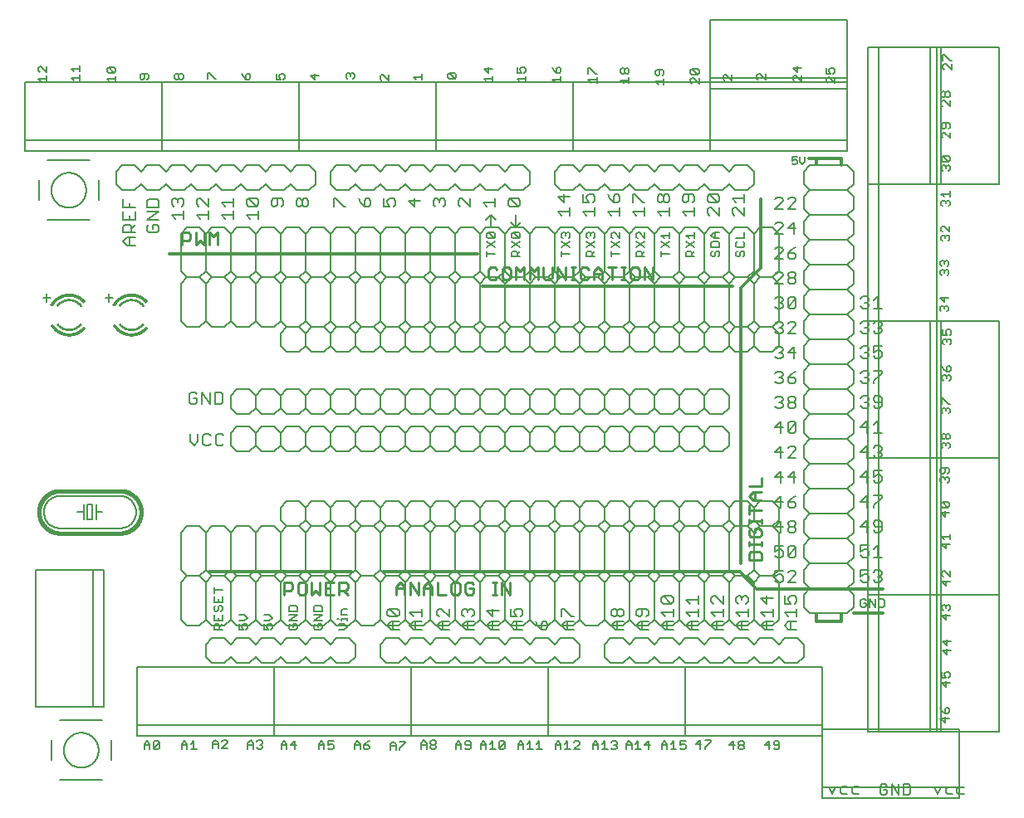
<source format=gto>
G75*
%MOIN*%
%OFA0B0*%
%FSLAX25Y25*%
%IPPOS*%
%LPD*%
%AMOC8*
5,1,8,0,0,1.08239X$1,22.5*
%
%ADD10C,0.00600*%
%ADD11C,0.00800*%
%ADD12C,0.00500*%
%ADD13C,0.00060*%
%ADD14C,0.00100*%
%ADD15C,0.01200*%
%ADD16C,0.00900*%
%ADD17C,0.01600*%
D10*
X0105300Y0023317D02*
X0105300Y0025586D01*
X0106434Y0026720D01*
X0107569Y0025586D01*
X0107569Y0023317D01*
X0108983Y0023885D02*
X0111252Y0026153D01*
X0111252Y0023885D01*
X0110685Y0023317D01*
X0109550Y0023317D01*
X0108983Y0023885D01*
X0108983Y0026153D01*
X0109550Y0026720D01*
X0110685Y0026720D01*
X0111252Y0026153D01*
X0107569Y0025019D02*
X0105300Y0025019D01*
X0120300Y0025019D02*
X0122569Y0025019D01*
X0122569Y0025586D02*
X0122569Y0023317D01*
X0123983Y0023317D02*
X0126252Y0023317D01*
X0125117Y0023317D02*
X0125117Y0026720D01*
X0123983Y0025586D01*
X0122569Y0025586D02*
X0121434Y0026720D01*
X0120300Y0025586D01*
X0120300Y0023317D01*
X0132701Y0023754D02*
X0132701Y0026023D01*
X0133835Y0027157D01*
X0134970Y0026023D01*
X0134970Y0023754D01*
X0136384Y0023754D02*
X0138653Y0026023D01*
X0138653Y0026590D01*
X0138086Y0027157D01*
X0136951Y0027157D01*
X0136384Y0026590D01*
X0134970Y0025456D02*
X0132701Y0025456D01*
X0136384Y0023754D02*
X0138653Y0023754D01*
X0146828Y0023536D02*
X0146828Y0025804D01*
X0147962Y0026939D01*
X0149097Y0025804D01*
X0149097Y0023536D01*
X0150511Y0024103D02*
X0151078Y0023536D01*
X0152213Y0023536D01*
X0152780Y0024103D01*
X0152780Y0024670D01*
X0152213Y0025237D01*
X0151645Y0025237D01*
X0152213Y0025237D02*
X0152780Y0025804D01*
X0152780Y0026372D01*
X0152213Y0026939D01*
X0151078Y0026939D01*
X0150511Y0026372D01*
X0149097Y0025237D02*
X0146828Y0025237D01*
X0160300Y0025019D02*
X0162569Y0025019D01*
X0162569Y0025586D02*
X0162569Y0023317D01*
X0163983Y0025019D02*
X0166252Y0025019D01*
X0165685Y0026720D02*
X0163983Y0025019D01*
X0162569Y0025586D02*
X0161434Y0026720D01*
X0160300Y0025586D01*
X0160300Y0023317D01*
X0165685Y0023317D02*
X0165685Y0026720D01*
X0175300Y0025586D02*
X0176434Y0026720D01*
X0177569Y0025586D01*
X0177569Y0023317D01*
X0178983Y0023885D02*
X0179550Y0023317D01*
X0180685Y0023317D01*
X0181252Y0023885D01*
X0181252Y0025019D01*
X0180685Y0025586D01*
X0180117Y0025586D01*
X0178983Y0025019D01*
X0178983Y0026720D01*
X0181252Y0026720D01*
X0177569Y0025019D02*
X0175300Y0025019D01*
X0175300Y0025586D02*
X0175300Y0023317D01*
X0189645Y0023317D02*
X0189645Y0025586D01*
X0190779Y0026720D01*
X0191914Y0025586D01*
X0191914Y0023317D01*
X0193328Y0023885D02*
X0193895Y0023317D01*
X0195030Y0023317D01*
X0195597Y0023885D01*
X0195597Y0024452D01*
X0195030Y0025019D01*
X0193328Y0025019D01*
X0193328Y0023885D01*
X0193328Y0025019D02*
X0194463Y0026153D01*
X0195597Y0026720D01*
X0191914Y0025019D02*
X0189645Y0025019D01*
X0203990Y0024800D02*
X0206259Y0024800D01*
X0206259Y0025368D02*
X0206259Y0023099D01*
X0207673Y0023099D02*
X0207673Y0023666D01*
X0209942Y0025935D01*
X0209942Y0026502D01*
X0207673Y0026502D01*
X0206259Y0025368D02*
X0205125Y0026502D01*
X0203990Y0025368D01*
X0203990Y0023099D01*
X0216391Y0023536D02*
X0216391Y0025804D01*
X0217526Y0026939D01*
X0218660Y0025804D01*
X0218660Y0023536D01*
X0220075Y0024103D02*
X0220075Y0024670D01*
X0220642Y0025237D01*
X0221776Y0025237D01*
X0222343Y0024670D01*
X0222343Y0024103D01*
X0221776Y0023536D01*
X0220642Y0023536D01*
X0220075Y0024103D01*
X0220642Y0025237D02*
X0220075Y0025804D01*
X0220075Y0026372D01*
X0220642Y0026939D01*
X0221776Y0026939D01*
X0222343Y0026372D01*
X0222343Y0025804D01*
X0221776Y0025237D01*
X0218660Y0025237D02*
X0216391Y0025237D01*
X0230300Y0025019D02*
X0232569Y0025019D01*
X0232569Y0025586D02*
X0232569Y0023317D01*
X0233983Y0023885D02*
X0234550Y0023317D01*
X0235685Y0023317D01*
X0236252Y0023885D01*
X0236252Y0026153D01*
X0235685Y0026720D01*
X0234550Y0026720D01*
X0233983Y0026153D01*
X0233983Y0025586D01*
X0234550Y0025019D01*
X0236252Y0025019D01*
X0232569Y0025586D02*
X0231434Y0026720D01*
X0230300Y0025586D01*
X0230300Y0023317D01*
X0240300Y0023317D02*
X0240300Y0025586D01*
X0241434Y0026720D01*
X0242569Y0025586D01*
X0242569Y0023317D01*
X0243983Y0023317D02*
X0246252Y0023317D01*
X0245117Y0023317D02*
X0245117Y0026720D01*
X0243983Y0025586D01*
X0242569Y0025019D02*
X0240300Y0025019D01*
X0247666Y0026153D02*
X0248233Y0026720D01*
X0249368Y0026720D01*
X0249935Y0026153D01*
X0247666Y0023885D01*
X0248233Y0023317D01*
X0249368Y0023317D01*
X0249935Y0023885D01*
X0249935Y0026153D01*
X0247666Y0026153D02*
X0247666Y0023885D01*
X0255300Y0023317D02*
X0255300Y0025586D01*
X0256434Y0026720D01*
X0257569Y0025586D01*
X0257569Y0023317D01*
X0258983Y0023317D02*
X0261252Y0023317D01*
X0260117Y0023317D02*
X0260117Y0026720D01*
X0258983Y0025586D01*
X0257569Y0025019D02*
X0255300Y0025019D01*
X0262666Y0025586D02*
X0263801Y0026720D01*
X0263801Y0023317D01*
X0264935Y0023317D02*
X0262666Y0023317D01*
X0270300Y0023317D02*
X0270300Y0025586D01*
X0271434Y0026720D01*
X0272569Y0025586D01*
X0272569Y0023317D01*
X0273983Y0023317D02*
X0276252Y0023317D01*
X0275117Y0023317D02*
X0275117Y0026720D01*
X0273983Y0025586D01*
X0272569Y0025019D02*
X0270300Y0025019D01*
X0277666Y0026153D02*
X0278233Y0026720D01*
X0279368Y0026720D01*
X0279935Y0026153D01*
X0279935Y0025586D01*
X0277666Y0023317D01*
X0279935Y0023317D01*
X0285300Y0023317D02*
X0285300Y0025586D01*
X0286434Y0026720D01*
X0287569Y0025586D01*
X0287569Y0023317D01*
X0288983Y0023317D02*
X0291252Y0023317D01*
X0290117Y0023317D02*
X0290117Y0026720D01*
X0288983Y0025586D01*
X0287569Y0025019D02*
X0285300Y0025019D01*
X0292666Y0026153D02*
X0293233Y0026720D01*
X0294368Y0026720D01*
X0294935Y0026153D01*
X0294935Y0025586D01*
X0294368Y0025019D01*
X0294935Y0024452D01*
X0294935Y0023885D01*
X0294368Y0023317D01*
X0293233Y0023317D01*
X0292666Y0023885D01*
X0293801Y0025019D02*
X0294368Y0025019D01*
X0298728Y0025019D02*
X0300996Y0025019D01*
X0300996Y0025586D02*
X0300996Y0023317D01*
X0302411Y0023317D02*
X0304679Y0023317D01*
X0303545Y0023317D02*
X0303545Y0026720D01*
X0302411Y0025586D01*
X0300996Y0025586D02*
X0299862Y0026720D01*
X0298728Y0025586D01*
X0298728Y0023317D01*
X0306094Y0025019D02*
X0308362Y0025019D01*
X0307795Y0023317D02*
X0307795Y0026720D01*
X0306094Y0025019D01*
X0312941Y0025019D02*
X0315210Y0025019D01*
X0315210Y0025586D02*
X0315210Y0023317D01*
X0316625Y0023317D02*
X0318893Y0023317D01*
X0317759Y0023317D02*
X0317759Y0026720D01*
X0316625Y0025586D01*
X0315210Y0025586D02*
X0314076Y0026720D01*
X0312941Y0025586D01*
X0312941Y0023317D01*
X0320308Y0023885D02*
X0320875Y0023317D01*
X0322009Y0023317D01*
X0322576Y0023885D01*
X0322576Y0025019D01*
X0322009Y0025586D01*
X0321442Y0025586D01*
X0320308Y0025019D01*
X0320308Y0026720D01*
X0322576Y0026720D01*
X0326631Y0025281D02*
X0328900Y0025281D01*
X0328332Y0023580D02*
X0328332Y0026983D01*
X0326631Y0025281D01*
X0330314Y0024147D02*
X0332583Y0026415D01*
X0332583Y0026983D01*
X0330314Y0026983D01*
X0330314Y0024147D02*
X0330314Y0023580D01*
X0340038Y0025019D02*
X0342307Y0025019D01*
X0343721Y0025586D02*
X0343721Y0026153D01*
X0344288Y0026720D01*
X0345423Y0026720D01*
X0345990Y0026153D01*
X0345990Y0025586D01*
X0345423Y0025019D01*
X0344288Y0025019D01*
X0343721Y0025586D01*
X0344288Y0025019D02*
X0343721Y0024452D01*
X0343721Y0023885D01*
X0344288Y0023317D01*
X0345423Y0023317D01*
X0345990Y0023885D01*
X0345990Y0024452D01*
X0345423Y0025019D01*
X0341739Y0026720D02*
X0340038Y0025019D01*
X0341739Y0026720D02*
X0341739Y0023317D01*
X0354252Y0025019D02*
X0356520Y0025019D01*
X0357935Y0025586D02*
X0358502Y0025019D01*
X0360203Y0025019D01*
X0360203Y0023885D02*
X0360203Y0026153D01*
X0359636Y0026720D01*
X0358502Y0026720D01*
X0357935Y0026153D01*
X0357935Y0025586D01*
X0357935Y0023885D02*
X0358502Y0023317D01*
X0359636Y0023317D01*
X0360203Y0023885D01*
X0355953Y0023317D02*
X0355953Y0026720D01*
X0354252Y0025019D01*
X0352500Y0073017D02*
X0350000Y0075517D01*
X0350000Y0090517D01*
X0352500Y0093017D01*
X0350000Y0095517D01*
X0350000Y0110517D01*
X0352500Y0113017D01*
X0357500Y0113017D01*
X0360000Y0110517D01*
X0360000Y0095517D01*
X0357500Y0093017D01*
X0352500Y0093017D01*
X0357500Y0093017D01*
X0360000Y0090517D01*
X0360000Y0075517D01*
X0357500Y0073017D01*
X0352500Y0073017D01*
X0350000Y0075517D02*
X0347500Y0073017D01*
X0342500Y0073017D01*
X0340000Y0075517D01*
X0340000Y0090517D01*
X0342500Y0093017D01*
X0340000Y0095517D01*
X0340000Y0110517D01*
X0342500Y0113017D01*
X0347500Y0113017D01*
X0350000Y0110517D01*
X0347500Y0113017D02*
X0342500Y0113017D01*
X0340000Y0115517D01*
X0337500Y0113017D01*
X0340000Y0110517D01*
X0337500Y0113017D02*
X0332500Y0113017D01*
X0330000Y0110517D01*
X0330000Y0095517D01*
X0332500Y0093017D01*
X0337500Y0093017D01*
X0340000Y0095517D01*
X0342500Y0093017D02*
X0347500Y0093017D01*
X0350000Y0095517D01*
X0347500Y0093017D02*
X0350000Y0090517D01*
X0347500Y0093017D02*
X0342500Y0093017D01*
X0340000Y0090517D02*
X0337500Y0093017D01*
X0332500Y0093017D01*
X0330000Y0090517D01*
X0330000Y0075517D01*
X0332500Y0073017D01*
X0337500Y0073017D01*
X0340000Y0075517D01*
X0330000Y0075517D02*
X0327500Y0073017D01*
X0322500Y0073017D01*
X0320000Y0075517D01*
X0320000Y0090517D01*
X0322500Y0093017D01*
X0320000Y0095517D01*
X0320000Y0110517D01*
X0322500Y0113017D01*
X0327500Y0113017D01*
X0330000Y0110517D01*
X0327500Y0113017D02*
X0322500Y0113017D01*
X0320000Y0115517D01*
X0317500Y0113017D01*
X0320000Y0110517D01*
X0317500Y0113017D02*
X0312500Y0113017D01*
X0310000Y0110517D01*
X0310000Y0095517D01*
X0312500Y0093017D01*
X0317500Y0093017D01*
X0320000Y0095517D01*
X0317500Y0093017D02*
X0320000Y0090517D01*
X0317500Y0093017D02*
X0312500Y0093017D01*
X0310000Y0090517D01*
X0310000Y0075517D01*
X0312500Y0073017D01*
X0317500Y0073017D01*
X0320000Y0075517D01*
X0310000Y0075517D02*
X0307500Y0073017D01*
X0302500Y0073017D01*
X0300000Y0075517D01*
X0300000Y0090517D01*
X0302500Y0093017D01*
X0300000Y0095517D01*
X0300000Y0110517D01*
X0302500Y0113017D01*
X0307500Y0113017D01*
X0310000Y0110517D01*
X0307500Y0113017D02*
X0302500Y0113017D01*
X0300000Y0115517D01*
X0297500Y0113017D01*
X0300000Y0110517D01*
X0297500Y0113017D02*
X0292500Y0113017D01*
X0290000Y0110517D01*
X0290000Y0095517D01*
X0287500Y0093017D01*
X0282500Y0093017D01*
X0280000Y0095517D01*
X0280000Y0110517D01*
X0282500Y0113017D01*
X0287500Y0113017D01*
X0290000Y0110517D01*
X0287500Y0113017D02*
X0282500Y0113017D01*
X0280000Y0115517D01*
X0277500Y0113017D01*
X0280000Y0110517D01*
X0277500Y0113017D02*
X0272500Y0113017D01*
X0270000Y0110517D01*
X0270000Y0095517D01*
X0267500Y0093017D01*
X0262500Y0093017D01*
X0260000Y0095517D01*
X0260000Y0110517D01*
X0262500Y0113017D01*
X0267500Y0113017D01*
X0270000Y0110517D01*
X0267500Y0113017D02*
X0262500Y0113017D01*
X0260000Y0115517D01*
X0257500Y0113017D01*
X0260000Y0110517D01*
X0257500Y0113017D02*
X0252500Y0113017D01*
X0250000Y0110517D01*
X0250000Y0095517D01*
X0247500Y0093017D01*
X0242500Y0093017D01*
X0240000Y0095517D01*
X0240000Y0110517D01*
X0242500Y0113017D01*
X0247500Y0113017D01*
X0250000Y0110517D01*
X0247500Y0113017D02*
X0242500Y0113017D01*
X0240000Y0115517D01*
X0237500Y0113017D01*
X0240000Y0110517D01*
X0237500Y0113017D02*
X0232500Y0113017D01*
X0230000Y0110517D01*
X0230000Y0095517D01*
X0227500Y0093017D01*
X0222500Y0093017D01*
X0220000Y0095517D01*
X0220000Y0110517D01*
X0222500Y0113017D01*
X0227500Y0113017D01*
X0230000Y0110517D01*
X0227500Y0113017D02*
X0222500Y0113017D01*
X0220000Y0115517D01*
X0217500Y0113017D01*
X0220000Y0110517D01*
X0217500Y0113017D02*
X0212500Y0113017D01*
X0210000Y0110517D01*
X0210000Y0095517D01*
X0207500Y0093017D01*
X0202500Y0093017D01*
X0200000Y0095517D01*
X0200000Y0110517D01*
X0202500Y0113017D01*
X0207500Y0113017D01*
X0210000Y0110517D01*
X0207500Y0113017D02*
X0202500Y0113017D01*
X0200000Y0115517D01*
X0197500Y0113017D01*
X0200000Y0110517D01*
X0197500Y0113017D02*
X0192500Y0113017D01*
X0190000Y0110517D01*
X0190000Y0095517D01*
X0187500Y0093017D01*
X0182500Y0093017D01*
X0180000Y0095517D01*
X0180000Y0110517D01*
X0182500Y0113017D01*
X0187500Y0113017D01*
X0190000Y0110517D01*
X0187500Y0113017D02*
X0182500Y0113017D01*
X0180000Y0115517D01*
X0177500Y0113017D01*
X0180000Y0110517D01*
X0177500Y0113017D02*
X0172500Y0113017D01*
X0170000Y0110517D01*
X0170000Y0095517D01*
X0172500Y0093017D01*
X0177500Y0093017D01*
X0180000Y0095517D01*
X0177500Y0093017D02*
X0180000Y0090517D01*
X0180000Y0075517D01*
X0182500Y0073017D01*
X0187500Y0073017D01*
X0190000Y0075517D01*
X0190000Y0090517D01*
X0192500Y0093017D01*
X0190000Y0095517D01*
X0192500Y0093017D02*
X0197500Y0093017D01*
X0200000Y0095517D01*
X0202500Y0093017D02*
X0207500Y0093017D01*
X0210000Y0090517D01*
X0210000Y0075517D01*
X0207500Y0073017D01*
X0202500Y0073017D01*
X0200000Y0075517D01*
X0200000Y0090517D01*
X0202500Y0093017D01*
X0200000Y0090517D02*
X0197500Y0093017D01*
X0192500Y0093017D01*
X0190000Y0090517D02*
X0187500Y0093017D01*
X0182500Y0093017D01*
X0180000Y0090517D01*
X0177500Y0093017D02*
X0172500Y0093017D01*
X0170000Y0090517D01*
X0170000Y0075517D01*
X0172500Y0073017D01*
X0177500Y0073017D01*
X0180000Y0075517D01*
X0182730Y0075668D02*
X0183297Y0075668D01*
X0184431Y0075668D02*
X0186700Y0075668D01*
X0186700Y0075101D02*
X0186700Y0076235D01*
X0186700Y0077556D02*
X0184431Y0077556D01*
X0184431Y0079257D01*
X0184999Y0079825D01*
X0186700Y0079825D01*
X0184431Y0075668D02*
X0184431Y0075101D01*
X0185566Y0073686D02*
X0183297Y0073686D01*
X0183297Y0071417D02*
X0185566Y0071417D01*
X0186700Y0072552D01*
X0185566Y0073686D01*
X0190000Y0075517D02*
X0192500Y0073017D01*
X0197500Y0073017D01*
X0200000Y0075517D01*
X0210000Y0075517D02*
X0212500Y0073017D01*
X0217500Y0073017D01*
X0220000Y0075517D01*
X0220000Y0090517D01*
X0222500Y0093017D01*
X0227500Y0093017D01*
X0230000Y0090517D01*
X0230000Y0075517D01*
X0227500Y0073017D01*
X0222500Y0073017D01*
X0220000Y0075517D01*
X0230000Y0075517D02*
X0232500Y0073017D01*
X0237500Y0073017D01*
X0240000Y0075517D01*
X0240000Y0090517D01*
X0242500Y0093017D01*
X0247500Y0093017D01*
X0250000Y0090517D01*
X0250000Y0075517D01*
X0247500Y0073017D01*
X0242500Y0073017D01*
X0240000Y0075517D01*
X0250000Y0075517D02*
X0252500Y0073017D01*
X0257500Y0073017D01*
X0260000Y0075517D01*
X0260000Y0090517D01*
X0262500Y0093017D01*
X0267500Y0093017D01*
X0270000Y0090517D01*
X0270000Y0075517D01*
X0267500Y0073017D01*
X0262500Y0073017D01*
X0260000Y0075517D01*
X0270000Y0075517D02*
X0272500Y0073017D01*
X0277500Y0073017D01*
X0280000Y0075517D01*
X0280000Y0090517D01*
X0282500Y0093017D01*
X0287500Y0093017D01*
X0290000Y0090517D01*
X0290000Y0075517D01*
X0287500Y0073017D01*
X0282500Y0073017D01*
X0280000Y0075517D01*
X0290000Y0075517D02*
X0292500Y0073017D01*
X0297500Y0073017D01*
X0300000Y0075517D01*
X0300000Y0090517D02*
X0297500Y0093017D01*
X0292500Y0093017D01*
X0290000Y0095517D01*
X0292500Y0093017D02*
X0297500Y0093017D01*
X0300000Y0095517D01*
X0302500Y0093017D02*
X0307500Y0093017D01*
X0310000Y0095517D01*
X0307500Y0093017D02*
X0310000Y0090517D01*
X0307500Y0093017D02*
X0302500Y0093017D01*
X0292500Y0093017D02*
X0290000Y0090517D01*
X0280000Y0090517D02*
X0277500Y0093017D01*
X0272500Y0093017D01*
X0270000Y0095517D01*
X0272500Y0093017D02*
X0270000Y0090517D01*
X0272500Y0093017D02*
X0277500Y0093017D01*
X0280000Y0095517D01*
X0260000Y0095517D02*
X0257500Y0093017D01*
X0252500Y0093017D01*
X0250000Y0095517D01*
X0252500Y0093017D02*
X0257500Y0093017D01*
X0260000Y0090517D01*
X0252500Y0093017D02*
X0250000Y0090517D01*
X0240000Y0090517D02*
X0237500Y0093017D01*
X0232500Y0093017D01*
X0230000Y0095517D01*
X0232500Y0093017D02*
X0237500Y0093017D01*
X0240000Y0095517D01*
X0232500Y0093017D02*
X0230000Y0090517D01*
X0220000Y0090517D02*
X0217500Y0093017D01*
X0212500Y0093017D01*
X0210000Y0095517D01*
X0212500Y0093017D02*
X0210000Y0090517D01*
X0212500Y0093017D02*
X0217500Y0093017D01*
X0220000Y0095517D01*
X0217500Y0113017D02*
X0212500Y0113017D01*
X0210000Y0115517D01*
X0207500Y0113017D01*
X0210000Y0115517D02*
X0210000Y0120517D01*
X0207500Y0123017D01*
X0202500Y0123017D01*
X0200000Y0120517D01*
X0200000Y0115517D01*
X0197500Y0113017D02*
X0192500Y0113017D01*
X0190000Y0115517D01*
X0187500Y0113017D01*
X0190000Y0115517D02*
X0190000Y0120517D01*
X0192500Y0123017D01*
X0197500Y0123017D01*
X0200000Y0120517D01*
X0190000Y0120517D02*
X0187500Y0123017D01*
X0182500Y0123017D01*
X0180000Y0120517D01*
X0180000Y0115517D01*
X0177500Y0113017D02*
X0172500Y0113017D01*
X0170000Y0115517D01*
X0167500Y0113017D01*
X0170000Y0110517D01*
X0167500Y0113017D02*
X0162500Y0113017D01*
X0160000Y0110517D01*
X0160000Y0095517D01*
X0162500Y0093017D01*
X0167500Y0093017D01*
X0170000Y0095517D01*
X0167500Y0093017D02*
X0170000Y0090517D01*
X0167500Y0093017D02*
X0162500Y0093017D01*
X0160000Y0090517D01*
X0160000Y0075517D01*
X0162500Y0073017D01*
X0167500Y0073017D01*
X0170000Y0075517D01*
X0173297Y0075101D02*
X0176700Y0077369D01*
X0173297Y0077369D01*
X0173297Y0078784D02*
X0173297Y0080485D01*
X0173864Y0081052D01*
X0176133Y0081052D01*
X0176700Y0080485D01*
X0176700Y0078784D01*
X0173297Y0078784D01*
X0173297Y0075101D02*
X0176700Y0075101D01*
X0176133Y0073686D02*
X0174999Y0073686D01*
X0174999Y0072552D01*
X0176133Y0073686D02*
X0176700Y0073119D01*
X0176700Y0071985D01*
X0176133Y0071417D01*
X0173864Y0071417D01*
X0173297Y0071985D01*
X0173297Y0073119D01*
X0173864Y0073686D01*
X0166700Y0073119D02*
X0166133Y0073686D01*
X0164999Y0073686D01*
X0164999Y0072552D01*
X0166133Y0071417D02*
X0166700Y0071985D01*
X0166700Y0073119D01*
X0166133Y0071417D02*
X0163864Y0071417D01*
X0163297Y0071985D01*
X0163297Y0073119D01*
X0163864Y0073686D01*
X0163297Y0075101D02*
X0166700Y0077369D01*
X0163297Y0077369D01*
X0163297Y0078784D02*
X0163297Y0080485D01*
X0163864Y0081052D01*
X0166133Y0081052D01*
X0166700Y0080485D01*
X0166700Y0078784D01*
X0163297Y0078784D01*
X0163297Y0075101D02*
X0166700Y0075101D01*
X0160000Y0075517D02*
X0157500Y0073017D01*
X0152500Y0073017D01*
X0150000Y0075517D01*
X0150000Y0090517D01*
X0152500Y0093017D01*
X0157500Y0093017D01*
X0160000Y0095517D01*
X0157500Y0093017D02*
X0160000Y0090517D01*
X0157500Y0093017D02*
X0152500Y0093017D01*
X0150000Y0095517D01*
X0150000Y0110517D01*
X0152500Y0113017D01*
X0157500Y0113017D01*
X0160000Y0110517D01*
X0162500Y0113017D02*
X0167500Y0113017D01*
X0170000Y0115517D02*
X0170000Y0120517D01*
X0172500Y0123017D01*
X0177500Y0123017D01*
X0180000Y0120517D01*
X0170000Y0120517D02*
X0167500Y0123017D01*
X0162500Y0123017D01*
X0160000Y0120517D01*
X0160000Y0115517D01*
X0162500Y0113017D01*
X0150000Y0110517D02*
X0147500Y0113017D01*
X0142500Y0113017D01*
X0140000Y0110517D01*
X0140000Y0095517D01*
X0142500Y0093017D01*
X0147500Y0093017D01*
X0150000Y0095517D01*
X0147500Y0093017D02*
X0150000Y0090517D01*
X0147500Y0093017D02*
X0142500Y0093017D01*
X0140000Y0090517D01*
X0140000Y0075517D01*
X0142500Y0073017D01*
X0147500Y0073017D01*
X0150000Y0075517D01*
X0153297Y0075101D02*
X0155566Y0075101D01*
X0156700Y0076235D01*
X0155566Y0077369D01*
X0153297Y0077369D01*
X0153297Y0073686D02*
X0153297Y0071417D01*
X0154999Y0071417D01*
X0154431Y0072552D01*
X0154431Y0073119D01*
X0154999Y0073686D01*
X0156133Y0073686D01*
X0156700Y0073119D01*
X0156700Y0071985D01*
X0156133Y0071417D01*
X0146700Y0071985D02*
X0146133Y0071417D01*
X0146700Y0071985D02*
X0146700Y0073119D01*
X0146133Y0073686D01*
X0144999Y0073686D01*
X0144431Y0073119D01*
X0144431Y0072552D01*
X0144999Y0071417D01*
X0143297Y0071417D01*
X0143297Y0073686D01*
X0143297Y0075101D02*
X0145566Y0075101D01*
X0146700Y0076235D01*
X0145566Y0077369D01*
X0143297Y0077369D01*
X0140000Y0075517D02*
X0137500Y0073017D01*
X0132500Y0073017D01*
X0130000Y0075517D01*
X0130000Y0090517D01*
X0132500Y0093017D01*
X0137500Y0093017D01*
X0140000Y0095517D01*
X0137500Y0093017D02*
X0140000Y0090517D01*
X0137500Y0093017D02*
X0132500Y0093017D01*
X0130000Y0095517D01*
X0130000Y0110517D01*
X0132500Y0113017D01*
X0137500Y0113017D01*
X0140000Y0110517D01*
X0130000Y0110517D02*
X0127500Y0113017D01*
X0122500Y0113017D01*
X0120000Y0110517D01*
X0120000Y0095517D01*
X0122500Y0093017D01*
X0127500Y0093017D01*
X0130000Y0095517D01*
X0127500Y0093017D02*
X0130000Y0090517D01*
X0127500Y0093017D02*
X0122500Y0093017D01*
X0120000Y0090517D01*
X0120000Y0075517D01*
X0122500Y0073017D01*
X0127500Y0073017D01*
X0130000Y0075517D01*
X0133297Y0075101D02*
X0133297Y0077369D01*
X0133864Y0078784D02*
X0134431Y0078784D01*
X0134999Y0079351D01*
X0134999Y0080485D01*
X0135566Y0081052D01*
X0136133Y0081052D01*
X0136700Y0080485D01*
X0136700Y0079351D01*
X0136133Y0078784D01*
X0136700Y0077369D02*
X0136700Y0075101D01*
X0133297Y0075101D01*
X0133864Y0073686D02*
X0134999Y0073686D01*
X0135566Y0073119D01*
X0135566Y0071417D01*
X0136700Y0071417D02*
X0133297Y0071417D01*
X0133297Y0073119D01*
X0133864Y0073686D01*
X0134999Y0075101D02*
X0134999Y0076235D01*
X0133864Y0078784D02*
X0133297Y0079351D01*
X0133297Y0080485D01*
X0133864Y0081052D01*
X0133297Y0082467D02*
X0136700Y0082467D01*
X0136700Y0084735D01*
X0134999Y0083601D02*
X0134999Y0082467D01*
X0133297Y0082467D02*
X0133297Y0084735D01*
X0133297Y0086150D02*
X0133297Y0088419D01*
X0133297Y0087284D02*
X0136700Y0087284D01*
X0136700Y0073686D02*
X0135566Y0072552D01*
X0095541Y0112203D02*
X0071541Y0112203D01*
X0071381Y0112205D01*
X0071222Y0112211D01*
X0071063Y0112221D01*
X0070904Y0112234D01*
X0070745Y0112252D01*
X0070587Y0112273D01*
X0070430Y0112299D01*
X0070273Y0112328D01*
X0070117Y0112361D01*
X0069962Y0112398D01*
X0069807Y0112438D01*
X0069654Y0112483D01*
X0069502Y0112531D01*
X0069351Y0112583D01*
X0069202Y0112639D01*
X0069054Y0112698D01*
X0068907Y0112761D01*
X0068762Y0112827D01*
X0068619Y0112897D01*
X0068477Y0112971D01*
X0068337Y0113047D01*
X0068199Y0113128D01*
X0068064Y0113211D01*
X0067930Y0113298D01*
X0067798Y0113389D01*
X0067669Y0113482D01*
X0067542Y0113579D01*
X0067417Y0113678D01*
X0067295Y0113781D01*
X0067176Y0113887D01*
X0067059Y0113995D01*
X0066945Y0114107D01*
X0066833Y0114221D01*
X0066725Y0114338D01*
X0066619Y0114457D01*
X0066516Y0114579D01*
X0066417Y0114704D01*
X0066320Y0114831D01*
X0066227Y0114960D01*
X0066136Y0115092D01*
X0066049Y0115226D01*
X0065966Y0115361D01*
X0065885Y0115499D01*
X0065809Y0115639D01*
X0065735Y0115781D01*
X0065665Y0115924D01*
X0065599Y0116069D01*
X0065536Y0116216D01*
X0065477Y0116364D01*
X0065421Y0116513D01*
X0065369Y0116664D01*
X0065321Y0116816D01*
X0065276Y0116969D01*
X0065236Y0117124D01*
X0065199Y0117279D01*
X0065166Y0117435D01*
X0065137Y0117592D01*
X0065111Y0117749D01*
X0065090Y0117907D01*
X0065072Y0118066D01*
X0065059Y0118225D01*
X0065049Y0118384D01*
X0065043Y0118543D01*
X0065041Y0118703D01*
X0065043Y0118863D01*
X0065049Y0119022D01*
X0065059Y0119181D01*
X0065072Y0119340D01*
X0065090Y0119499D01*
X0065111Y0119657D01*
X0065137Y0119814D01*
X0065166Y0119971D01*
X0065199Y0120127D01*
X0065236Y0120282D01*
X0065276Y0120437D01*
X0065321Y0120590D01*
X0065369Y0120742D01*
X0065421Y0120893D01*
X0065477Y0121042D01*
X0065536Y0121190D01*
X0065599Y0121337D01*
X0065665Y0121482D01*
X0065735Y0121625D01*
X0065809Y0121767D01*
X0065885Y0121907D01*
X0065966Y0122045D01*
X0066049Y0122180D01*
X0066136Y0122314D01*
X0066227Y0122446D01*
X0066320Y0122575D01*
X0066417Y0122702D01*
X0066516Y0122827D01*
X0066619Y0122949D01*
X0066725Y0123068D01*
X0066833Y0123185D01*
X0066945Y0123299D01*
X0067059Y0123411D01*
X0067176Y0123519D01*
X0067295Y0123625D01*
X0067417Y0123728D01*
X0067542Y0123827D01*
X0067669Y0123924D01*
X0067798Y0124017D01*
X0067930Y0124108D01*
X0068064Y0124195D01*
X0068199Y0124278D01*
X0068337Y0124359D01*
X0068477Y0124435D01*
X0068619Y0124509D01*
X0068762Y0124579D01*
X0068907Y0124645D01*
X0069054Y0124708D01*
X0069202Y0124767D01*
X0069351Y0124823D01*
X0069502Y0124875D01*
X0069654Y0124923D01*
X0069807Y0124968D01*
X0069962Y0125008D01*
X0070117Y0125045D01*
X0070273Y0125078D01*
X0070430Y0125107D01*
X0070587Y0125133D01*
X0070745Y0125154D01*
X0070904Y0125172D01*
X0071063Y0125185D01*
X0071222Y0125195D01*
X0071381Y0125201D01*
X0071541Y0125203D01*
X0095541Y0125203D01*
X0095701Y0125201D01*
X0095860Y0125195D01*
X0096019Y0125185D01*
X0096178Y0125172D01*
X0096337Y0125154D01*
X0096495Y0125133D01*
X0096652Y0125107D01*
X0096809Y0125078D01*
X0096965Y0125045D01*
X0097120Y0125008D01*
X0097275Y0124968D01*
X0097428Y0124923D01*
X0097580Y0124875D01*
X0097731Y0124823D01*
X0097880Y0124767D01*
X0098028Y0124708D01*
X0098175Y0124645D01*
X0098320Y0124579D01*
X0098463Y0124509D01*
X0098605Y0124435D01*
X0098745Y0124359D01*
X0098883Y0124278D01*
X0099018Y0124195D01*
X0099152Y0124108D01*
X0099284Y0124017D01*
X0099413Y0123924D01*
X0099540Y0123827D01*
X0099665Y0123728D01*
X0099787Y0123625D01*
X0099906Y0123519D01*
X0100023Y0123411D01*
X0100137Y0123299D01*
X0100249Y0123185D01*
X0100357Y0123068D01*
X0100463Y0122949D01*
X0100566Y0122827D01*
X0100665Y0122702D01*
X0100762Y0122575D01*
X0100855Y0122446D01*
X0100946Y0122314D01*
X0101033Y0122180D01*
X0101116Y0122045D01*
X0101197Y0121907D01*
X0101273Y0121767D01*
X0101347Y0121625D01*
X0101417Y0121482D01*
X0101483Y0121337D01*
X0101546Y0121190D01*
X0101605Y0121042D01*
X0101661Y0120893D01*
X0101713Y0120742D01*
X0101761Y0120590D01*
X0101806Y0120437D01*
X0101846Y0120282D01*
X0101883Y0120127D01*
X0101916Y0119971D01*
X0101945Y0119814D01*
X0101971Y0119657D01*
X0101992Y0119499D01*
X0102010Y0119340D01*
X0102023Y0119181D01*
X0102033Y0119022D01*
X0102039Y0118863D01*
X0102041Y0118703D01*
X0102039Y0118543D01*
X0102033Y0118384D01*
X0102023Y0118225D01*
X0102010Y0118066D01*
X0101992Y0117907D01*
X0101971Y0117749D01*
X0101945Y0117592D01*
X0101916Y0117435D01*
X0101883Y0117279D01*
X0101846Y0117124D01*
X0101806Y0116969D01*
X0101761Y0116816D01*
X0101713Y0116664D01*
X0101661Y0116513D01*
X0101605Y0116364D01*
X0101546Y0116216D01*
X0101483Y0116069D01*
X0101417Y0115924D01*
X0101347Y0115781D01*
X0101273Y0115639D01*
X0101197Y0115499D01*
X0101116Y0115361D01*
X0101033Y0115226D01*
X0100946Y0115092D01*
X0100855Y0114960D01*
X0100762Y0114831D01*
X0100665Y0114704D01*
X0100566Y0114579D01*
X0100463Y0114457D01*
X0100357Y0114338D01*
X0100249Y0114221D01*
X0100137Y0114107D01*
X0100023Y0113995D01*
X0099906Y0113887D01*
X0099787Y0113781D01*
X0099665Y0113678D01*
X0099540Y0113579D01*
X0099413Y0113482D01*
X0099284Y0113389D01*
X0099152Y0113298D01*
X0099018Y0113211D01*
X0098883Y0113128D01*
X0098745Y0113047D01*
X0098605Y0112971D01*
X0098463Y0112897D01*
X0098320Y0112827D01*
X0098175Y0112761D01*
X0098028Y0112698D01*
X0097880Y0112639D01*
X0097731Y0112583D01*
X0097580Y0112531D01*
X0097428Y0112483D01*
X0097275Y0112438D01*
X0097120Y0112398D01*
X0096965Y0112361D01*
X0096809Y0112328D01*
X0096652Y0112299D01*
X0096495Y0112273D01*
X0096337Y0112252D01*
X0096178Y0112234D01*
X0096019Y0112221D01*
X0095860Y0112211D01*
X0095701Y0112205D01*
X0095541Y0112203D01*
X0088541Y0118703D02*
X0086041Y0118703D01*
X0086041Y0115703D01*
X0084541Y0115703D02*
X0082541Y0115703D01*
X0082541Y0121703D01*
X0084541Y0121703D01*
X0084541Y0115703D01*
X0086041Y0118703D02*
X0086041Y0121703D01*
X0081041Y0121703D02*
X0081041Y0118703D01*
X0078541Y0118703D01*
X0081041Y0118703D02*
X0081041Y0115703D01*
X0140000Y0145517D02*
X0142500Y0143017D01*
X0147500Y0143017D01*
X0150000Y0145517D01*
X0152500Y0143017D01*
X0157500Y0143017D01*
X0160000Y0145517D01*
X0160000Y0150517D01*
X0157500Y0153017D01*
X0152500Y0153017D01*
X0150000Y0150517D01*
X0150000Y0145517D01*
X0150000Y0150517D02*
X0147500Y0153017D01*
X0142500Y0153017D01*
X0140000Y0150517D01*
X0140000Y0145517D01*
X0142500Y0158017D02*
X0147500Y0158017D01*
X0150000Y0160517D01*
X0152500Y0158017D01*
X0157500Y0158017D01*
X0160000Y0160517D01*
X0160000Y0165517D01*
X0157500Y0168017D01*
X0152500Y0168017D01*
X0150000Y0165517D01*
X0150000Y0160517D01*
X0150000Y0165517D02*
X0147500Y0168017D01*
X0142500Y0168017D01*
X0140000Y0165517D01*
X0140000Y0160517D01*
X0142500Y0158017D01*
X0160000Y0160517D02*
X0162500Y0158017D01*
X0167500Y0158017D01*
X0170000Y0160517D01*
X0172500Y0158017D01*
X0177500Y0158017D01*
X0180000Y0160517D01*
X0182500Y0158017D01*
X0187500Y0158017D01*
X0190000Y0160517D01*
X0190000Y0165517D01*
X0187500Y0168017D01*
X0182500Y0168017D01*
X0180000Y0165517D01*
X0180000Y0160517D01*
X0180000Y0165517D02*
X0177500Y0168017D01*
X0172500Y0168017D01*
X0170000Y0165517D01*
X0170000Y0160517D01*
X0170000Y0165517D02*
X0167500Y0168017D01*
X0162500Y0168017D01*
X0160000Y0165517D01*
X0162500Y0153017D02*
X0160000Y0150517D01*
X0162500Y0153017D02*
X0167500Y0153017D01*
X0170000Y0150517D01*
X0172500Y0153017D01*
X0177500Y0153017D01*
X0180000Y0150517D01*
X0182500Y0153017D01*
X0187500Y0153017D01*
X0190000Y0150517D01*
X0190000Y0145517D01*
X0187500Y0143017D01*
X0182500Y0143017D01*
X0180000Y0145517D01*
X0177500Y0143017D01*
X0172500Y0143017D01*
X0170000Y0145517D01*
X0167500Y0143017D01*
X0162500Y0143017D01*
X0160000Y0145517D01*
X0170000Y0145517D02*
X0170000Y0150517D01*
X0180000Y0150517D02*
X0180000Y0145517D01*
X0190000Y0145517D02*
X0192500Y0143017D01*
X0197500Y0143017D01*
X0200000Y0145517D01*
X0202500Y0143017D01*
X0207500Y0143017D01*
X0210000Y0145517D01*
X0212500Y0143017D01*
X0217500Y0143017D01*
X0220000Y0145517D01*
X0220000Y0150517D01*
X0217500Y0153017D01*
X0212500Y0153017D01*
X0210000Y0150517D01*
X0210000Y0145517D01*
X0210000Y0150517D02*
X0207500Y0153017D01*
X0202500Y0153017D01*
X0200000Y0150517D01*
X0200000Y0145517D01*
X0200000Y0150517D02*
X0197500Y0153017D01*
X0192500Y0153017D01*
X0190000Y0150517D01*
X0192500Y0158017D02*
X0190000Y0160517D01*
X0192500Y0158017D02*
X0197500Y0158017D01*
X0200000Y0160517D01*
X0202500Y0158017D01*
X0207500Y0158017D01*
X0210000Y0160517D01*
X0212500Y0158017D01*
X0217500Y0158017D01*
X0220000Y0160517D01*
X0220000Y0165517D01*
X0217500Y0168017D01*
X0212500Y0168017D01*
X0210000Y0165517D01*
X0210000Y0160517D01*
X0210000Y0165517D02*
X0207500Y0168017D01*
X0202500Y0168017D01*
X0200000Y0165517D01*
X0200000Y0160517D01*
X0200000Y0165517D02*
X0197500Y0168017D01*
X0192500Y0168017D01*
X0190000Y0165517D01*
X0187500Y0183017D02*
X0182500Y0183017D01*
X0180000Y0185517D01*
X0177500Y0183017D01*
X0172500Y0183017D01*
X0170000Y0185517D01*
X0167500Y0183017D01*
X0162500Y0183017D01*
X0160000Y0185517D01*
X0160000Y0190517D01*
X0162500Y0193017D01*
X0167500Y0193017D01*
X0170000Y0190517D01*
X0172500Y0193017D01*
X0177500Y0193017D01*
X0180000Y0190517D01*
X0180000Y0185517D01*
X0180000Y0190517D02*
X0182500Y0193017D01*
X0187500Y0193017D01*
X0190000Y0190517D01*
X0192500Y0193017D01*
X0197500Y0193017D01*
X0200000Y0190517D01*
X0202500Y0193017D01*
X0207500Y0193017D01*
X0210000Y0190517D01*
X0210000Y0185517D01*
X0207500Y0183017D01*
X0202500Y0183017D01*
X0200000Y0185517D01*
X0197500Y0183017D01*
X0192500Y0183017D01*
X0190000Y0185517D01*
X0187500Y0183017D01*
X0190000Y0185517D02*
X0190000Y0190517D01*
X0187500Y0193017D02*
X0182500Y0193017D01*
X0180000Y0195517D01*
X0180000Y0210517D01*
X0182500Y0213017D01*
X0187500Y0213017D01*
X0190000Y0210517D01*
X0190000Y0195517D01*
X0187500Y0193017D01*
X0190000Y0195517D02*
X0192500Y0193017D01*
X0197500Y0193017D01*
X0200000Y0195517D01*
X0200000Y0210517D01*
X0202500Y0213017D01*
X0207500Y0213017D01*
X0210000Y0210517D01*
X0210000Y0195517D01*
X0207500Y0193017D01*
X0202500Y0193017D01*
X0200000Y0195517D01*
X0200000Y0190517D02*
X0200000Y0185517D01*
X0210000Y0185517D02*
X0212500Y0183017D01*
X0217500Y0183017D01*
X0220000Y0185517D01*
X0222500Y0183017D01*
X0227500Y0183017D01*
X0230000Y0185517D01*
X0232500Y0183017D01*
X0237500Y0183017D01*
X0240000Y0185517D01*
X0240000Y0190517D01*
X0237500Y0193017D01*
X0232500Y0193017D01*
X0230000Y0190517D01*
X0230000Y0185517D01*
X0230000Y0190517D02*
X0227500Y0193017D01*
X0222500Y0193017D01*
X0220000Y0190517D01*
X0220000Y0185517D01*
X0220000Y0190517D02*
X0217500Y0193017D01*
X0212500Y0193017D01*
X0210000Y0190517D01*
X0212500Y0193017D02*
X0210000Y0195517D01*
X0212500Y0193017D02*
X0217500Y0193017D01*
X0220000Y0195517D01*
X0220000Y0210517D01*
X0222500Y0213017D01*
X0227500Y0213017D01*
X0230000Y0210517D01*
X0230000Y0195517D01*
X0227500Y0193017D01*
X0222500Y0193017D01*
X0220000Y0195517D01*
X0230000Y0195517D02*
X0232500Y0193017D01*
X0237500Y0193017D01*
X0240000Y0195517D01*
X0240000Y0210517D01*
X0242500Y0213017D01*
X0247500Y0213017D01*
X0250000Y0210517D01*
X0250000Y0195517D01*
X0247500Y0193017D01*
X0250000Y0190517D01*
X0252500Y0193017D01*
X0257500Y0193017D01*
X0260000Y0190517D01*
X0262500Y0193017D01*
X0267500Y0193017D01*
X0270000Y0190517D01*
X0270000Y0185517D01*
X0267500Y0183017D01*
X0262500Y0183017D01*
X0260000Y0185517D01*
X0257500Y0183017D01*
X0252500Y0183017D01*
X0250000Y0185517D01*
X0247500Y0183017D01*
X0242500Y0183017D01*
X0240000Y0185517D01*
X0240000Y0190517D02*
X0242500Y0193017D01*
X0247500Y0193017D01*
X0242500Y0193017D01*
X0240000Y0195517D01*
X0250000Y0195517D02*
X0252500Y0193017D01*
X0257500Y0193017D01*
X0260000Y0195517D01*
X0260000Y0210517D01*
X0262500Y0213017D01*
X0267500Y0213017D01*
X0270000Y0210517D01*
X0270000Y0195517D01*
X0267500Y0193017D01*
X0262500Y0193017D01*
X0260000Y0195517D01*
X0260000Y0190517D02*
X0260000Y0185517D01*
X0250000Y0185517D02*
X0250000Y0190517D01*
X0270000Y0190517D02*
X0272500Y0193017D01*
X0277500Y0193017D01*
X0280000Y0190517D01*
X0282500Y0193017D01*
X0287500Y0193017D01*
X0290000Y0190517D01*
X0292500Y0193017D01*
X0297500Y0193017D01*
X0300000Y0190517D01*
X0300000Y0185517D01*
X0297500Y0183017D01*
X0292500Y0183017D01*
X0290000Y0185517D01*
X0287500Y0183017D01*
X0282500Y0183017D01*
X0280000Y0185517D01*
X0277500Y0183017D01*
X0272500Y0183017D01*
X0270000Y0185517D01*
X0272500Y0193017D02*
X0270000Y0195517D01*
X0272500Y0193017D02*
X0277500Y0193017D01*
X0280000Y0195517D01*
X0280000Y0210517D01*
X0282500Y0213017D01*
X0287500Y0213017D01*
X0290000Y0210517D01*
X0290000Y0195517D01*
X0287500Y0193017D01*
X0282500Y0193017D01*
X0280000Y0195517D01*
X0280000Y0190517D02*
X0280000Y0185517D01*
X0290000Y0185517D02*
X0290000Y0190517D01*
X0292500Y0193017D02*
X0290000Y0195517D01*
X0292500Y0193017D02*
X0297500Y0193017D01*
X0300000Y0195517D01*
X0300000Y0210517D01*
X0302500Y0213017D01*
X0307500Y0213017D01*
X0310000Y0210517D01*
X0312500Y0213017D01*
X0317500Y0213017D01*
X0320000Y0210517D01*
X0322500Y0213017D01*
X0327500Y0213017D01*
X0330000Y0210517D01*
X0332500Y0213017D01*
X0337500Y0213017D01*
X0340000Y0210517D01*
X0342500Y0213017D01*
X0347500Y0213017D01*
X0350000Y0210517D01*
X0352500Y0213017D01*
X0357500Y0213017D01*
X0360000Y0210517D01*
X0360000Y0195517D01*
X0357500Y0193017D01*
X0360000Y0190517D01*
X0360000Y0185517D01*
X0357500Y0183017D01*
X0352500Y0183017D01*
X0350000Y0185517D01*
X0347500Y0183017D01*
X0342500Y0183017D01*
X0340000Y0185517D01*
X0337500Y0183017D01*
X0332500Y0183017D01*
X0330000Y0185517D01*
X0327500Y0183017D01*
X0322500Y0183017D01*
X0320000Y0185517D01*
X0317500Y0183017D01*
X0312500Y0183017D01*
X0310000Y0185517D01*
X0307500Y0183017D01*
X0302500Y0183017D01*
X0300000Y0185517D01*
X0300000Y0190517D02*
X0302500Y0193017D01*
X0307500Y0193017D01*
X0310000Y0190517D01*
X0312500Y0193017D01*
X0317500Y0193017D01*
X0320000Y0190517D01*
X0322500Y0193017D01*
X0327500Y0193017D01*
X0330000Y0190517D01*
X0330000Y0185517D01*
X0330000Y0190517D02*
X0332500Y0193017D01*
X0337500Y0193017D01*
X0340000Y0190517D01*
X0342500Y0193017D01*
X0347500Y0193017D01*
X0350000Y0190517D01*
X0352500Y0193017D01*
X0357500Y0193017D01*
X0352500Y0193017D01*
X0350000Y0195517D01*
X0350000Y0210517D01*
X0347500Y0213017D02*
X0342500Y0213017D01*
X0340000Y0215517D01*
X0340000Y0230517D01*
X0342500Y0233017D01*
X0347500Y0233017D01*
X0350000Y0230517D01*
X0352500Y0233017D01*
X0357500Y0233017D01*
X0360000Y0230517D01*
X0360000Y0215517D01*
X0357500Y0213017D01*
X0352500Y0213017D01*
X0350000Y0215517D01*
X0350000Y0230517D01*
X0346200Y0230952D02*
X0346200Y0228684D01*
X0342797Y0228684D01*
X0343364Y0227269D02*
X0342797Y0226702D01*
X0342797Y0225568D01*
X0343364Y0225001D01*
X0345633Y0225001D01*
X0346200Y0225568D01*
X0346200Y0226702D01*
X0345633Y0227269D01*
X0340000Y0230517D02*
X0337500Y0233017D01*
X0332500Y0233017D01*
X0330000Y0230517D01*
X0330000Y0215517D01*
X0332500Y0213017D01*
X0337500Y0213017D01*
X0340000Y0215517D01*
X0340000Y0210517D02*
X0340000Y0195517D01*
X0342500Y0193017D01*
X0347500Y0193017D01*
X0350000Y0195517D01*
X0350000Y0190517D02*
X0350000Y0185517D01*
X0340000Y0185517D02*
X0340000Y0190517D01*
X0337500Y0193017D02*
X0332500Y0193017D01*
X0330000Y0195517D01*
X0330000Y0210517D01*
X0327500Y0213017D02*
X0322500Y0213017D01*
X0320000Y0215517D01*
X0320000Y0230517D01*
X0322500Y0233017D01*
X0327500Y0233017D01*
X0330000Y0230517D01*
X0332797Y0229818D02*
X0333931Y0230952D01*
X0336200Y0230952D01*
X0334499Y0230952D02*
X0334499Y0228684D01*
X0333931Y0228684D02*
X0332797Y0229818D01*
X0333931Y0228684D02*
X0336200Y0228684D01*
X0335633Y0227269D02*
X0333364Y0227269D01*
X0332797Y0226702D01*
X0332797Y0225001D01*
X0336200Y0225001D01*
X0336200Y0226702D01*
X0335633Y0227269D01*
X0335633Y0223586D02*
X0336200Y0223019D01*
X0336200Y0221885D01*
X0335633Y0221317D01*
X0334499Y0221885D02*
X0334499Y0223019D01*
X0335066Y0223586D01*
X0335633Y0223586D01*
X0334499Y0221885D02*
X0333931Y0221317D01*
X0333364Y0221317D01*
X0332797Y0221885D01*
X0332797Y0223019D01*
X0333364Y0223586D01*
X0326200Y0223586D02*
X0325066Y0222452D01*
X0325066Y0223019D02*
X0325066Y0221317D01*
X0326200Y0221317D02*
X0322797Y0221317D01*
X0322797Y0223019D01*
X0323364Y0223586D01*
X0324499Y0223586D01*
X0325066Y0223019D01*
X0326200Y0225001D02*
X0322797Y0227269D01*
X0323931Y0228684D02*
X0322797Y0229818D01*
X0326200Y0229818D01*
X0326200Y0228684D02*
X0326200Y0230952D01*
X0326200Y0227269D02*
X0322797Y0225001D01*
X0316200Y0225001D02*
X0312797Y0227269D01*
X0313931Y0228684D02*
X0312797Y0229818D01*
X0316200Y0229818D01*
X0316200Y0228684D02*
X0316200Y0230952D01*
X0317500Y0233017D02*
X0320000Y0230517D01*
X0317500Y0233017D02*
X0312500Y0233017D01*
X0310000Y0230517D01*
X0310000Y0215517D01*
X0312500Y0213017D01*
X0317500Y0213017D01*
X0320000Y0215517D01*
X0320000Y0210517D02*
X0320000Y0195517D01*
X0322500Y0193017D01*
X0327500Y0193017D01*
X0330000Y0195517D01*
X0337500Y0193017D02*
X0340000Y0195517D01*
X0347500Y0213017D02*
X0350000Y0215517D01*
X0345633Y0221317D02*
X0346200Y0221885D01*
X0346200Y0223019D01*
X0345633Y0223586D01*
X0345066Y0223586D01*
X0344499Y0223019D01*
X0344499Y0221885D01*
X0343931Y0221317D01*
X0343364Y0221317D01*
X0342797Y0221885D01*
X0342797Y0223019D01*
X0343364Y0223586D01*
X0330000Y0215517D02*
X0327500Y0213017D01*
X0316200Y0222452D02*
X0312797Y0222452D01*
X0312797Y0223586D02*
X0312797Y0221317D01*
X0312797Y0225001D02*
X0316200Y0227269D01*
X0310000Y0230517D02*
X0307500Y0233017D01*
X0302500Y0233017D01*
X0300000Y0230517D01*
X0300000Y0215517D01*
X0297500Y0213017D01*
X0300000Y0210517D01*
X0297500Y0213017D02*
X0292500Y0213017D01*
X0290000Y0210517D01*
X0287500Y0213017D02*
X0282500Y0213017D01*
X0280000Y0215517D01*
X0280000Y0230517D01*
X0282500Y0233017D01*
X0287500Y0233017D01*
X0290000Y0230517D01*
X0290000Y0215517D01*
X0287500Y0213017D01*
X0290000Y0215517D02*
X0292500Y0213017D01*
X0297500Y0213017D01*
X0300000Y0215517D02*
X0302500Y0213017D01*
X0307500Y0213017D01*
X0310000Y0215517D01*
X0310000Y0210517D02*
X0310000Y0195517D01*
X0312500Y0193017D01*
X0317500Y0193017D01*
X0320000Y0195517D01*
X0320000Y0190517D02*
X0320000Y0185517D01*
X0310000Y0185517D02*
X0310000Y0190517D01*
X0307500Y0193017D02*
X0302500Y0193017D01*
X0300000Y0195517D01*
X0307500Y0193017D02*
X0310000Y0195517D01*
X0280000Y0210517D02*
X0277500Y0213017D01*
X0272500Y0213017D01*
X0270000Y0210517D01*
X0267500Y0213017D02*
X0262500Y0213017D01*
X0260000Y0215517D01*
X0260000Y0230517D01*
X0262500Y0233017D01*
X0267500Y0233017D01*
X0270000Y0230517D01*
X0270000Y0215517D01*
X0267500Y0213017D01*
X0270000Y0215517D02*
X0272500Y0213017D01*
X0277500Y0213017D01*
X0280000Y0215517D01*
X0282797Y0221317D02*
X0282797Y0223019D01*
X0283364Y0223586D01*
X0284499Y0223586D01*
X0285066Y0223019D01*
X0285066Y0221317D01*
X0286200Y0221317D02*
X0282797Y0221317D01*
X0285066Y0222452D02*
X0286200Y0223586D01*
X0286200Y0225001D02*
X0282797Y0227269D01*
X0283364Y0228684D02*
X0282797Y0229251D01*
X0282797Y0230385D01*
X0283364Y0230952D01*
X0283931Y0230952D01*
X0284499Y0230385D01*
X0285066Y0230952D01*
X0285633Y0230952D01*
X0286200Y0230385D01*
X0286200Y0229251D01*
X0285633Y0228684D01*
X0286200Y0227269D02*
X0282797Y0225001D01*
X0284499Y0229818D02*
X0284499Y0230385D01*
X0280000Y0230517D02*
X0277500Y0233017D01*
X0272500Y0233017D01*
X0270000Y0230517D01*
X0272797Y0230385D02*
X0272797Y0229251D01*
X0273364Y0228684D01*
X0272797Y0227269D02*
X0276200Y0225001D01*
X0276200Y0227269D02*
X0272797Y0225001D01*
X0272797Y0223586D02*
X0272797Y0221317D01*
X0272797Y0222452D02*
X0276200Y0222452D01*
X0275633Y0228684D02*
X0276200Y0229251D01*
X0276200Y0230385D01*
X0275633Y0230952D01*
X0275066Y0230952D01*
X0274499Y0230385D01*
X0274499Y0229818D01*
X0274499Y0230385D02*
X0273931Y0230952D01*
X0273364Y0230952D01*
X0272797Y0230385D01*
X0260000Y0230517D02*
X0257500Y0233017D01*
X0252500Y0233017D01*
X0250000Y0230517D01*
X0250000Y0215517D01*
X0247500Y0213017D01*
X0242500Y0213017D01*
X0240000Y0215517D01*
X0240000Y0230517D01*
X0242500Y0233017D01*
X0247500Y0233017D01*
X0250000Y0230517D01*
X0252797Y0230385D02*
X0252797Y0229251D01*
X0253364Y0228684D01*
X0255633Y0228684D01*
X0253364Y0230952D01*
X0255633Y0230952D01*
X0256200Y0230385D01*
X0256200Y0229251D01*
X0255633Y0228684D01*
X0256200Y0227269D02*
X0252797Y0225001D01*
X0253364Y0223586D02*
X0254499Y0223586D01*
X0255066Y0223019D01*
X0255066Y0221317D01*
X0256200Y0221317D02*
X0252797Y0221317D01*
X0252797Y0223019D01*
X0253364Y0223586D01*
X0255066Y0222452D02*
X0256200Y0223586D01*
X0256200Y0225001D02*
X0252797Y0227269D01*
X0252797Y0230385D02*
X0253364Y0230952D01*
X0246200Y0230385D02*
X0246200Y0229251D01*
X0245633Y0228684D01*
X0243364Y0230952D01*
X0245633Y0230952D01*
X0246200Y0230385D01*
X0245633Y0228684D02*
X0243364Y0228684D01*
X0242797Y0229251D01*
X0242797Y0230385D01*
X0243364Y0230952D01*
X0240000Y0230517D02*
X0237500Y0233017D01*
X0232500Y0233017D01*
X0230000Y0230517D01*
X0230000Y0215517D01*
X0227500Y0213017D01*
X0222500Y0213017D01*
X0220000Y0215517D01*
X0220000Y0230517D01*
X0222500Y0233017D01*
X0227500Y0233017D01*
X0230000Y0230517D01*
X0242797Y0227269D02*
X0246200Y0225001D01*
X0246200Y0227269D02*
X0242797Y0225001D01*
X0242797Y0223586D02*
X0242797Y0221317D01*
X0242797Y0222452D02*
X0246200Y0222452D01*
X0250000Y0215517D02*
X0252500Y0213017D01*
X0257500Y0213017D01*
X0260000Y0210517D01*
X0257500Y0213017D02*
X0252500Y0213017D01*
X0250000Y0210517D01*
X0257500Y0213017D02*
X0260000Y0215517D01*
X0240000Y0215517D02*
X0237500Y0213017D01*
X0240000Y0210517D01*
X0237500Y0213017D02*
X0232500Y0213017D01*
X0230000Y0210517D01*
X0232500Y0213017D02*
X0230000Y0215517D01*
X0232500Y0213017D02*
X0237500Y0213017D01*
X0220000Y0210517D02*
X0217500Y0213017D01*
X0212500Y0213017D01*
X0210000Y0210517D01*
X0207500Y0213017D02*
X0202500Y0213017D01*
X0200000Y0215517D01*
X0200000Y0230517D01*
X0202500Y0233017D01*
X0207500Y0233017D01*
X0210000Y0230517D01*
X0210000Y0215517D01*
X0207500Y0213017D01*
X0210000Y0215517D02*
X0212500Y0213017D01*
X0217500Y0213017D01*
X0220000Y0215517D01*
X0200000Y0215517D02*
X0197500Y0213017D01*
X0200000Y0210517D01*
X0197500Y0213017D02*
X0192500Y0213017D01*
X0190000Y0210517D01*
X0187500Y0213017D02*
X0182500Y0213017D01*
X0180000Y0215517D01*
X0180000Y0230517D01*
X0182500Y0233017D01*
X0187500Y0233017D01*
X0190000Y0230517D01*
X0190000Y0215517D01*
X0187500Y0213017D01*
X0190000Y0215517D02*
X0192500Y0213017D01*
X0197500Y0213017D01*
X0180000Y0210517D02*
X0177500Y0213017D01*
X0172500Y0213017D01*
X0170000Y0210517D01*
X0170000Y0195517D01*
X0172500Y0193017D01*
X0177500Y0193017D01*
X0180000Y0195517D01*
X0170000Y0195517D02*
X0167500Y0193017D01*
X0162500Y0193017D01*
X0160000Y0195517D01*
X0160000Y0210517D01*
X0162500Y0213017D01*
X0167500Y0213017D01*
X0170000Y0210517D01*
X0167500Y0213017D02*
X0162500Y0213017D01*
X0160000Y0215517D01*
X0160000Y0230517D01*
X0162500Y0233017D01*
X0167500Y0233017D01*
X0170000Y0230517D01*
X0170000Y0215517D01*
X0172500Y0213017D01*
X0177500Y0213017D01*
X0180000Y0215517D01*
X0170000Y0215517D02*
X0167500Y0213017D01*
X0160000Y0210517D02*
X0157500Y0213017D01*
X0152500Y0213017D01*
X0150000Y0210517D01*
X0150000Y0195517D01*
X0152500Y0193017D01*
X0157500Y0193017D01*
X0160000Y0195517D01*
X0150000Y0195517D02*
X0147500Y0193017D01*
X0142500Y0193017D01*
X0140000Y0195517D01*
X0140000Y0210517D01*
X0142500Y0213017D01*
X0147500Y0213017D01*
X0150000Y0210517D01*
X0147500Y0213017D02*
X0150000Y0215517D01*
X0150000Y0230517D01*
X0152500Y0233017D01*
X0157500Y0233017D01*
X0160000Y0230517D01*
X0150000Y0230517D02*
X0147500Y0233017D01*
X0142500Y0233017D01*
X0140000Y0230517D01*
X0140000Y0215517D01*
X0142500Y0213017D01*
X0147500Y0213017D01*
X0150000Y0215517D02*
X0152500Y0213017D01*
X0157500Y0213017D01*
X0160000Y0215517D01*
X0140000Y0215517D02*
X0137500Y0213017D01*
X0140000Y0210517D01*
X0137500Y0213017D02*
X0132500Y0213017D01*
X0130000Y0210517D01*
X0130000Y0195517D01*
X0132500Y0193017D01*
X0137500Y0193017D01*
X0140000Y0195517D01*
X0130000Y0195517D02*
X0127500Y0193017D01*
X0122500Y0193017D01*
X0120000Y0195517D01*
X0120000Y0210517D01*
X0122500Y0213017D01*
X0127500Y0213017D01*
X0130000Y0210517D01*
X0127500Y0213017D02*
X0122500Y0213017D01*
X0120000Y0215517D01*
X0120000Y0230517D01*
X0122500Y0233017D01*
X0127500Y0233017D01*
X0130000Y0230517D01*
X0130000Y0215517D01*
X0132500Y0213017D01*
X0137500Y0213017D01*
X0130000Y0215517D02*
X0127500Y0213017D01*
X0130000Y0230517D02*
X0132500Y0233017D01*
X0137500Y0233017D01*
X0140000Y0230517D01*
X0170000Y0230517D02*
X0172500Y0233017D01*
X0177500Y0233017D01*
X0180000Y0230517D01*
X0190000Y0230517D02*
X0192500Y0233017D01*
X0197500Y0233017D01*
X0200000Y0230517D01*
X0210000Y0230517D02*
X0212500Y0233017D01*
X0217500Y0233017D01*
X0220000Y0230517D01*
X0170000Y0190517D02*
X0170000Y0185517D01*
X0220000Y0165517D02*
X0222500Y0168017D01*
X0227500Y0168017D01*
X0230000Y0165517D01*
X0232500Y0168017D01*
X0237500Y0168017D01*
X0240000Y0165517D01*
X0242500Y0168017D01*
X0247500Y0168017D01*
X0250000Y0165517D01*
X0250000Y0160517D01*
X0247500Y0158017D01*
X0242500Y0158017D01*
X0240000Y0160517D01*
X0237500Y0158017D01*
X0232500Y0158017D01*
X0230000Y0160517D01*
X0227500Y0158017D01*
X0222500Y0158017D01*
X0220000Y0160517D01*
X0222500Y0153017D02*
X0220000Y0150517D01*
X0222500Y0153017D02*
X0227500Y0153017D01*
X0230000Y0150517D01*
X0232500Y0153017D01*
X0237500Y0153017D01*
X0240000Y0150517D01*
X0242500Y0153017D01*
X0247500Y0153017D01*
X0250000Y0150517D01*
X0250000Y0145517D01*
X0247500Y0143017D01*
X0242500Y0143017D01*
X0240000Y0145517D01*
X0237500Y0143017D01*
X0232500Y0143017D01*
X0230000Y0145517D01*
X0227500Y0143017D01*
X0222500Y0143017D01*
X0220000Y0145517D01*
X0230000Y0145517D02*
X0230000Y0150517D01*
X0240000Y0150517D02*
X0240000Y0145517D01*
X0250000Y0145517D02*
X0252500Y0143017D01*
X0257500Y0143017D01*
X0260000Y0145517D01*
X0262500Y0143017D01*
X0267500Y0143017D01*
X0270000Y0145517D01*
X0272500Y0143017D01*
X0277500Y0143017D01*
X0280000Y0145517D01*
X0280000Y0150517D01*
X0277500Y0153017D01*
X0272500Y0153017D01*
X0270000Y0150517D01*
X0270000Y0145517D01*
X0270000Y0150517D02*
X0267500Y0153017D01*
X0262500Y0153017D01*
X0260000Y0150517D01*
X0260000Y0145517D01*
X0260000Y0150517D02*
X0257500Y0153017D01*
X0252500Y0153017D01*
X0250000Y0150517D01*
X0252500Y0158017D02*
X0250000Y0160517D01*
X0252500Y0158017D02*
X0257500Y0158017D01*
X0260000Y0160517D01*
X0262500Y0158017D01*
X0267500Y0158017D01*
X0270000Y0160517D01*
X0272500Y0158017D01*
X0277500Y0158017D01*
X0280000Y0160517D01*
X0280000Y0165517D01*
X0277500Y0168017D01*
X0272500Y0168017D01*
X0270000Y0165517D01*
X0270000Y0160517D01*
X0270000Y0165517D02*
X0267500Y0168017D01*
X0262500Y0168017D01*
X0260000Y0165517D01*
X0260000Y0160517D01*
X0260000Y0165517D02*
X0257500Y0168017D01*
X0252500Y0168017D01*
X0250000Y0165517D01*
X0240000Y0165517D02*
X0240000Y0160517D01*
X0230000Y0160517D02*
X0230000Y0165517D01*
X0280000Y0165517D02*
X0282500Y0168017D01*
X0287500Y0168017D01*
X0290000Y0165517D01*
X0292500Y0168017D01*
X0297500Y0168017D01*
X0300000Y0165517D01*
X0302500Y0168017D01*
X0307500Y0168017D01*
X0310000Y0165517D01*
X0310000Y0160517D01*
X0307500Y0158017D01*
X0302500Y0158017D01*
X0300000Y0160517D01*
X0297500Y0158017D01*
X0292500Y0158017D01*
X0290000Y0160517D01*
X0287500Y0158017D01*
X0282500Y0158017D01*
X0280000Y0160517D01*
X0290000Y0160517D02*
X0290000Y0165517D01*
X0300000Y0165517D02*
X0300000Y0160517D01*
X0310000Y0160517D02*
X0312500Y0158017D01*
X0317500Y0158017D01*
X0320000Y0160517D01*
X0322500Y0158017D01*
X0327500Y0158017D01*
X0330000Y0160517D01*
X0332500Y0158017D01*
X0337500Y0158017D01*
X0340000Y0160517D01*
X0340000Y0165517D01*
X0337500Y0168017D01*
X0332500Y0168017D01*
X0330000Y0165517D01*
X0330000Y0160517D01*
X0330000Y0165517D02*
X0327500Y0168017D01*
X0322500Y0168017D01*
X0320000Y0165517D01*
X0320000Y0160517D01*
X0320000Y0165517D02*
X0317500Y0168017D01*
X0312500Y0168017D01*
X0310000Y0165517D01*
X0307500Y0153017D02*
X0302500Y0153017D01*
X0300000Y0150517D01*
X0300000Y0145517D01*
X0302500Y0143017D01*
X0307500Y0143017D01*
X0310000Y0145517D01*
X0310000Y0150517D01*
X0307500Y0153017D01*
X0310000Y0150517D02*
X0312500Y0153017D01*
X0317500Y0153017D01*
X0320000Y0150517D01*
X0322500Y0153017D01*
X0327500Y0153017D01*
X0330000Y0150517D01*
X0332500Y0153017D01*
X0337500Y0153017D01*
X0340000Y0150517D01*
X0340000Y0145517D01*
X0337500Y0143017D01*
X0332500Y0143017D01*
X0330000Y0145517D01*
X0327500Y0143017D01*
X0322500Y0143017D01*
X0320000Y0145517D01*
X0317500Y0143017D01*
X0312500Y0143017D01*
X0310000Y0145517D01*
X0320000Y0145517D02*
X0320000Y0150517D01*
X0330000Y0150517D02*
X0330000Y0145517D01*
X0327500Y0123017D02*
X0322500Y0123017D01*
X0320000Y0120517D01*
X0320000Y0115517D01*
X0317500Y0113017D02*
X0312500Y0113017D01*
X0310000Y0115517D01*
X0307500Y0113017D01*
X0310000Y0115517D02*
X0310000Y0120517D01*
X0312500Y0123017D01*
X0317500Y0123017D01*
X0320000Y0120517D01*
X0327500Y0123017D02*
X0330000Y0120517D01*
X0330000Y0115517D01*
X0327500Y0113017D01*
X0330000Y0115517D02*
X0332500Y0113017D01*
X0337500Y0113017D01*
X0340000Y0115517D02*
X0340000Y0120517D01*
X0342500Y0123017D01*
X0347500Y0123017D01*
X0350000Y0120517D01*
X0352500Y0123017D01*
X0357500Y0123017D01*
X0360000Y0120517D01*
X0360000Y0115517D01*
X0357500Y0113017D01*
X0352500Y0113017D01*
X0350000Y0115517D01*
X0347500Y0113017D01*
X0350000Y0115517D02*
X0350000Y0120517D01*
X0340000Y0120517D02*
X0337500Y0123017D01*
X0332500Y0123017D01*
X0330000Y0120517D01*
X0310000Y0120517D02*
X0307500Y0123017D01*
X0302500Y0123017D01*
X0300000Y0120517D01*
X0300000Y0115517D01*
X0297500Y0113017D02*
X0292500Y0113017D01*
X0290000Y0115517D01*
X0287500Y0113017D01*
X0290000Y0115517D02*
X0290000Y0120517D01*
X0292500Y0123017D01*
X0297500Y0123017D01*
X0300000Y0120517D01*
X0290000Y0120517D02*
X0287500Y0123017D01*
X0282500Y0123017D01*
X0280000Y0120517D01*
X0280000Y0115517D01*
X0277500Y0113017D02*
X0272500Y0113017D01*
X0270000Y0115517D01*
X0267500Y0113017D01*
X0270000Y0115517D02*
X0270000Y0120517D01*
X0267500Y0123017D01*
X0262500Y0123017D01*
X0260000Y0120517D01*
X0260000Y0115517D01*
X0257500Y0113017D02*
X0252500Y0113017D01*
X0250000Y0115517D01*
X0247500Y0113017D01*
X0250000Y0115517D02*
X0250000Y0120517D01*
X0252500Y0123017D01*
X0257500Y0123017D01*
X0260000Y0120517D01*
X0250000Y0120517D02*
X0247500Y0123017D01*
X0242500Y0123017D01*
X0240000Y0120517D01*
X0240000Y0115517D01*
X0237500Y0113017D02*
X0232500Y0113017D01*
X0230000Y0115517D01*
X0227500Y0113017D01*
X0230000Y0115517D02*
X0230000Y0120517D01*
X0232500Y0123017D01*
X0237500Y0123017D01*
X0240000Y0120517D01*
X0230000Y0120517D02*
X0227500Y0123017D01*
X0222500Y0123017D01*
X0220000Y0120517D01*
X0220000Y0115517D01*
X0220000Y0120517D02*
X0217500Y0123017D01*
X0212500Y0123017D01*
X0210000Y0120517D01*
X0270000Y0120517D02*
X0272500Y0123017D01*
X0277500Y0123017D01*
X0280000Y0120517D01*
X0282500Y0143017D02*
X0280000Y0145517D01*
X0282500Y0143017D02*
X0287500Y0143017D01*
X0290000Y0145517D01*
X0292500Y0143017D01*
X0297500Y0143017D01*
X0300000Y0145517D01*
X0300000Y0150517D02*
X0297500Y0153017D01*
X0292500Y0153017D01*
X0290000Y0150517D01*
X0290000Y0145517D01*
X0290000Y0150517D02*
X0287500Y0153017D01*
X0282500Y0153017D01*
X0280000Y0150517D01*
X0322500Y0093017D02*
X0327500Y0093017D01*
X0330000Y0095517D01*
X0327500Y0093017D02*
X0330000Y0090517D01*
X0327500Y0093017D02*
X0322500Y0093017D01*
X0370000Y0090517D02*
X0372500Y0088017D01*
X0370000Y0090517D02*
X0370000Y0095517D01*
X0372500Y0098017D01*
X0387500Y0098017D01*
X0390000Y0100517D01*
X0390000Y0105517D01*
X0387500Y0108017D01*
X0372500Y0108017D01*
X0370000Y0110517D01*
X0370000Y0115517D01*
X0372500Y0118017D01*
X0387500Y0118017D01*
X0390000Y0120517D01*
X0390000Y0125517D01*
X0387500Y0128017D01*
X0372500Y0128017D01*
X0370000Y0130517D01*
X0370000Y0135517D01*
X0372500Y0138017D01*
X0387500Y0138017D01*
X0390000Y0140517D01*
X0390000Y0145517D01*
X0387500Y0148017D01*
X0372500Y0148017D01*
X0370000Y0150517D01*
X0370000Y0155517D01*
X0372500Y0158017D01*
X0387500Y0158017D01*
X0390000Y0155517D01*
X0390000Y0150517D01*
X0387500Y0148017D01*
X0387500Y0138017D02*
X0390000Y0135517D01*
X0390000Y0130517D01*
X0387500Y0128017D01*
X0372500Y0128017D02*
X0370000Y0125517D01*
X0370000Y0120517D01*
X0372500Y0118017D01*
X0372500Y0108017D02*
X0370000Y0105517D01*
X0370000Y0100517D01*
X0372500Y0098017D01*
X0387500Y0098017D02*
X0390000Y0095517D01*
X0390000Y0090517D01*
X0387500Y0088017D01*
X0392800Y0083253D02*
X0392800Y0080985D01*
X0393367Y0080417D01*
X0394501Y0080417D01*
X0395069Y0080985D01*
X0395069Y0082119D01*
X0393934Y0082119D01*
X0392800Y0083253D02*
X0393367Y0083820D01*
X0394501Y0083820D01*
X0395069Y0083253D01*
X0396483Y0083820D02*
X0398752Y0080417D01*
X0398752Y0083820D01*
X0400166Y0083820D02*
X0401868Y0083820D01*
X0402435Y0083253D01*
X0402435Y0080985D01*
X0401868Y0080417D01*
X0400166Y0080417D01*
X0400166Y0083820D01*
X0396483Y0083820D02*
X0396483Y0080417D01*
X0425377Y0080773D02*
X0425377Y0079639D01*
X0425944Y0079071D01*
X0427078Y0080206D02*
X0427078Y0080773D01*
X0427645Y0081340D01*
X0428212Y0081340D01*
X0428780Y0080773D01*
X0428780Y0079639D01*
X0428212Y0079071D01*
X0427078Y0077657D02*
X0427078Y0075388D01*
X0425377Y0077090D01*
X0428780Y0077090D01*
X0427078Y0080773D02*
X0426511Y0081340D01*
X0425944Y0081340D01*
X0425377Y0080773D01*
X0427060Y0088980D02*
X0427060Y0091249D01*
X0425359Y0090681D02*
X0427060Y0088980D01*
X0425359Y0090681D02*
X0428762Y0090681D01*
X0428762Y0092663D02*
X0426493Y0094932D01*
X0425926Y0094932D01*
X0425359Y0094365D01*
X0425359Y0093230D01*
X0425926Y0092663D01*
X0428762Y0092663D02*
X0428762Y0094932D01*
X0426909Y0103963D02*
X0426909Y0106232D01*
X0426342Y0107647D02*
X0425207Y0108781D01*
X0428610Y0108781D01*
X0428610Y0107647D02*
X0428610Y0109915D01*
X0428610Y0105665D02*
X0425207Y0105665D01*
X0426909Y0103963D01*
X0426705Y0116788D02*
X0426705Y0119056D01*
X0428406Y0118489D02*
X0425003Y0118489D01*
X0426705Y0116788D01*
X0427839Y0120471D02*
X0425570Y0122739D01*
X0427839Y0122739D01*
X0428406Y0122172D01*
X0428406Y0121038D01*
X0427839Y0120471D01*
X0425570Y0120471D01*
X0425003Y0121038D01*
X0425003Y0122172D01*
X0425570Y0122739D01*
X0425456Y0130553D02*
X0424889Y0131120D01*
X0424889Y0132254D01*
X0425456Y0132821D01*
X0426024Y0132821D01*
X0426591Y0132254D01*
X0427158Y0132821D01*
X0427725Y0132821D01*
X0428292Y0132254D01*
X0428292Y0131120D01*
X0427725Y0130553D01*
X0426591Y0131687D02*
X0426591Y0132254D01*
X0426024Y0134236D02*
X0426591Y0134803D01*
X0426591Y0136505D01*
X0427725Y0136505D02*
X0425456Y0136505D01*
X0424889Y0135937D01*
X0424889Y0134803D01*
X0425456Y0134236D01*
X0426024Y0134236D01*
X0427725Y0134236D02*
X0428292Y0134803D01*
X0428292Y0135937D01*
X0427725Y0136505D01*
X0428089Y0144301D02*
X0428656Y0144868D01*
X0428656Y0146002D01*
X0428089Y0146569D01*
X0427522Y0146569D01*
X0426955Y0146002D01*
X0426955Y0145435D01*
X0426955Y0146002D02*
X0426387Y0146569D01*
X0425820Y0146569D01*
X0425253Y0146002D01*
X0425253Y0144868D01*
X0425820Y0144301D01*
X0425820Y0147984D02*
X0426387Y0147984D01*
X0426955Y0148551D01*
X0426955Y0149685D01*
X0427522Y0150252D01*
X0428089Y0150252D01*
X0428656Y0149685D01*
X0428656Y0148551D01*
X0428089Y0147984D01*
X0427522Y0147984D01*
X0426955Y0148551D01*
X0426955Y0149685D02*
X0426387Y0150252D01*
X0425820Y0150252D01*
X0425253Y0149685D01*
X0425253Y0148551D01*
X0425820Y0147984D01*
X0425855Y0158314D02*
X0425288Y0158882D01*
X0425288Y0160016D01*
X0425855Y0160583D01*
X0426422Y0160583D01*
X0426989Y0160016D01*
X0427557Y0160583D01*
X0428124Y0160583D01*
X0428691Y0160016D01*
X0428691Y0158882D01*
X0428124Y0158314D01*
X0426989Y0159449D02*
X0426989Y0160016D01*
X0428124Y0161998D02*
X0428691Y0161998D01*
X0428124Y0161998D02*
X0425855Y0164266D01*
X0425288Y0164266D01*
X0425288Y0161998D01*
X0426126Y0171425D02*
X0425559Y0171992D01*
X0425559Y0173126D01*
X0426126Y0173693D01*
X0426694Y0173693D01*
X0427261Y0173126D01*
X0427828Y0173693D01*
X0428395Y0173693D01*
X0428962Y0173126D01*
X0428962Y0171992D01*
X0428395Y0171425D01*
X0427261Y0172559D02*
X0427261Y0173126D01*
X0427261Y0175108D02*
X0427261Y0176809D01*
X0427828Y0177377D01*
X0428395Y0177377D01*
X0428962Y0176809D01*
X0428962Y0175675D01*
X0428395Y0175108D01*
X0427261Y0175108D01*
X0426126Y0176242D01*
X0425559Y0177377D01*
X0426385Y0185988D02*
X0425818Y0186555D01*
X0425818Y0187689D01*
X0426385Y0188257D01*
X0426952Y0188257D01*
X0427519Y0187689D01*
X0428087Y0188257D01*
X0428654Y0188257D01*
X0429221Y0187689D01*
X0429221Y0186555D01*
X0428654Y0185988D01*
X0427519Y0187122D02*
X0427519Y0187689D01*
X0427519Y0189671D02*
X0426952Y0190805D01*
X0426952Y0191373D01*
X0427519Y0191940D01*
X0428654Y0191940D01*
X0429221Y0191373D01*
X0429221Y0190238D01*
X0428654Y0189671D01*
X0427519Y0189671D02*
X0425818Y0189671D01*
X0425818Y0191940D01*
X0425197Y0199298D02*
X0424630Y0199865D01*
X0424630Y0200999D01*
X0425197Y0201566D01*
X0425764Y0201566D01*
X0426331Y0200999D01*
X0426898Y0201566D01*
X0427465Y0201566D01*
X0428032Y0200999D01*
X0428032Y0199865D01*
X0427465Y0199298D01*
X0426331Y0200432D02*
X0426331Y0200999D01*
X0426331Y0202981D02*
X0426331Y0205249D01*
X0428032Y0204682D02*
X0424630Y0204682D01*
X0426331Y0202981D01*
X0425383Y0213725D02*
X0424816Y0214293D01*
X0424816Y0215427D01*
X0425383Y0215994D01*
X0425951Y0215994D01*
X0426518Y0215427D01*
X0427085Y0215994D01*
X0427652Y0215994D01*
X0428219Y0215427D01*
X0428219Y0214293D01*
X0427652Y0213725D01*
X0426518Y0214860D02*
X0426518Y0215427D01*
X0427652Y0217409D02*
X0428219Y0217976D01*
X0428219Y0219110D01*
X0427652Y0219677D01*
X0427085Y0219677D01*
X0426518Y0219110D01*
X0426518Y0218543D01*
X0426518Y0219110D02*
X0425951Y0219677D01*
X0425383Y0219677D01*
X0424816Y0219110D01*
X0424816Y0217976D01*
X0425383Y0217409D01*
X0425693Y0227640D02*
X0425126Y0228208D01*
X0425126Y0229342D01*
X0425693Y0229909D01*
X0426260Y0229909D01*
X0426827Y0229342D01*
X0427395Y0229909D01*
X0427962Y0229909D01*
X0428529Y0229342D01*
X0428529Y0228208D01*
X0427962Y0227640D01*
X0426827Y0228775D02*
X0426827Y0229342D01*
X0425693Y0231324D02*
X0425126Y0231891D01*
X0425126Y0233025D01*
X0425693Y0233592D01*
X0426260Y0233592D01*
X0428529Y0231324D01*
X0428529Y0233592D01*
X0428054Y0241648D02*
X0428621Y0242215D01*
X0428621Y0243349D01*
X0428054Y0243917D01*
X0427487Y0243917D01*
X0426920Y0243349D01*
X0426920Y0242782D01*
X0426920Y0243349D02*
X0426353Y0243917D01*
X0425786Y0243917D01*
X0425218Y0243349D01*
X0425218Y0242215D01*
X0425786Y0241648D01*
X0426353Y0245331D02*
X0425218Y0246465D01*
X0428621Y0246465D01*
X0428621Y0245331D02*
X0428621Y0247600D01*
X0428137Y0255755D02*
X0428704Y0256322D01*
X0428704Y0257456D01*
X0428137Y0258023D01*
X0427570Y0258023D01*
X0427003Y0257456D01*
X0427003Y0256889D01*
X0427003Y0257456D02*
X0426436Y0258023D01*
X0425869Y0258023D01*
X0425302Y0257456D01*
X0425302Y0256322D01*
X0425869Y0255755D01*
X0425869Y0259438D02*
X0425302Y0260005D01*
X0425302Y0261139D01*
X0425869Y0261706D01*
X0428137Y0259438D01*
X0428704Y0260005D01*
X0428704Y0261139D01*
X0428137Y0261706D01*
X0425869Y0261706D01*
X0425869Y0259438D02*
X0428137Y0259438D01*
X0428651Y0268982D02*
X0426382Y0271250D01*
X0425815Y0271250D01*
X0425248Y0270683D01*
X0425248Y0269549D01*
X0425815Y0268982D01*
X0428651Y0268982D02*
X0428651Y0271250D01*
X0428084Y0272665D02*
X0428651Y0273232D01*
X0428651Y0274366D01*
X0428084Y0274933D01*
X0425815Y0274933D01*
X0425248Y0274366D01*
X0425248Y0273232D01*
X0425815Y0272665D01*
X0426382Y0272665D01*
X0426949Y0273232D01*
X0426949Y0274933D01*
X0425740Y0281666D02*
X0425173Y0282233D01*
X0425173Y0283367D01*
X0425740Y0283934D01*
X0426308Y0283934D01*
X0428576Y0281666D01*
X0428576Y0283934D01*
X0428009Y0285349D02*
X0427442Y0285349D01*
X0426875Y0285916D01*
X0426875Y0287050D01*
X0427442Y0287618D01*
X0428009Y0287618D01*
X0428576Y0287050D01*
X0428576Y0285916D01*
X0428009Y0285349D01*
X0426875Y0285916D02*
X0426308Y0285349D01*
X0425740Y0285349D01*
X0425173Y0285916D01*
X0425173Y0287050D01*
X0425740Y0287618D01*
X0426308Y0287618D01*
X0426875Y0287050D01*
X0426426Y0296487D02*
X0425859Y0297054D01*
X0425859Y0298188D01*
X0426426Y0298755D01*
X0426993Y0298755D01*
X0429262Y0296487D01*
X0429262Y0298755D01*
X0429262Y0300170D02*
X0428695Y0300170D01*
X0426426Y0302438D01*
X0425859Y0302438D01*
X0425859Y0300170D01*
X0382456Y0296426D02*
X0382456Y0295292D01*
X0381889Y0294725D01*
X0380755Y0294725D02*
X0380187Y0295859D01*
X0380187Y0296426D01*
X0380755Y0296993D01*
X0381889Y0296993D01*
X0382456Y0296426D01*
X0380755Y0294725D02*
X0379053Y0294725D01*
X0379053Y0296993D01*
X0379620Y0293310D02*
X0379053Y0292743D01*
X0379053Y0291609D01*
X0379620Y0291042D01*
X0379620Y0293310D02*
X0380187Y0293310D01*
X0382456Y0291042D01*
X0382456Y0293310D01*
X0368997Y0294035D02*
X0368997Y0291766D01*
X0366728Y0294035D01*
X0366161Y0294035D01*
X0365594Y0293468D01*
X0365594Y0292333D01*
X0366161Y0291766D01*
X0367296Y0295449D02*
X0367296Y0297718D01*
X0368997Y0297151D02*
X0365594Y0297151D01*
X0367296Y0295449D01*
X0354618Y0294602D02*
X0354618Y0292333D01*
X0352349Y0294602D01*
X0351782Y0294602D01*
X0351215Y0294035D01*
X0351215Y0292901D01*
X0351782Y0292333D01*
X0340977Y0292151D02*
X0338708Y0294420D01*
X0338141Y0294420D01*
X0337574Y0293853D01*
X0337574Y0292719D01*
X0338141Y0292151D01*
X0340977Y0292151D02*
X0340977Y0294420D01*
X0327907Y0295106D02*
X0327339Y0294539D01*
X0325071Y0296808D01*
X0327339Y0296808D01*
X0327907Y0296241D01*
X0327907Y0295106D01*
X0327339Y0294539D02*
X0325071Y0294539D01*
X0324504Y0295106D01*
X0324504Y0296241D01*
X0325071Y0296808D01*
X0325071Y0293125D02*
X0324504Y0292558D01*
X0324504Y0291423D01*
X0325071Y0290856D01*
X0325071Y0293125D02*
X0325638Y0293125D01*
X0327907Y0290856D01*
X0327907Y0293125D01*
X0313877Y0292757D02*
X0313877Y0290489D01*
X0313877Y0291623D02*
X0310474Y0291623D01*
X0311609Y0290489D01*
X0311609Y0294172D02*
X0311041Y0294172D01*
X0310474Y0294739D01*
X0310474Y0295873D01*
X0311041Y0296440D01*
X0313310Y0296440D01*
X0313877Y0295873D01*
X0313877Y0294739D01*
X0313310Y0294172D01*
X0312176Y0294739D02*
X0311609Y0294172D01*
X0312176Y0294739D02*
X0312176Y0296440D01*
X0299880Y0296419D02*
X0299880Y0295285D01*
X0299312Y0294718D01*
X0298745Y0294718D01*
X0298178Y0295285D01*
X0298178Y0296419D01*
X0298745Y0296986D01*
X0299312Y0296986D01*
X0299880Y0296419D01*
X0298178Y0296419D02*
X0297611Y0296986D01*
X0297044Y0296986D01*
X0296477Y0296419D01*
X0296477Y0295285D01*
X0297044Y0294718D01*
X0297611Y0294718D01*
X0298178Y0295285D01*
X0299880Y0293303D02*
X0299880Y0291035D01*
X0299880Y0292169D02*
X0296477Y0292169D01*
X0297611Y0291035D01*
X0286942Y0291247D02*
X0286942Y0293516D01*
X0286942Y0292382D02*
X0283539Y0292382D01*
X0284673Y0291247D01*
X0283539Y0294930D02*
X0283539Y0297199D01*
X0284106Y0297199D01*
X0286375Y0294930D01*
X0286942Y0294930D01*
X0272539Y0295680D02*
X0272539Y0296814D01*
X0271972Y0297381D01*
X0271405Y0297381D01*
X0270838Y0296814D01*
X0270838Y0295113D01*
X0271972Y0295113D01*
X0272539Y0295680D01*
X0270838Y0295113D02*
X0269703Y0296247D01*
X0269136Y0297381D01*
X0269136Y0292564D02*
X0272539Y0292564D01*
X0272539Y0293698D02*
X0272539Y0291429D01*
X0270271Y0291429D02*
X0269136Y0292564D01*
X0258339Y0292608D02*
X0254936Y0292608D01*
X0256070Y0291474D01*
X0258339Y0291474D02*
X0258339Y0293742D01*
X0257772Y0295157D02*
X0258339Y0295724D01*
X0258339Y0296858D01*
X0257772Y0297426D01*
X0256638Y0297426D01*
X0256070Y0296858D01*
X0256070Y0296291D01*
X0256638Y0295157D01*
X0254936Y0295157D01*
X0254936Y0297426D01*
X0245086Y0296858D02*
X0241683Y0296858D01*
X0243384Y0295157D01*
X0243384Y0297426D01*
X0245086Y0293742D02*
X0245086Y0291474D01*
X0245086Y0292608D02*
X0241683Y0292608D01*
X0242817Y0291474D01*
X0230482Y0293310D02*
X0229915Y0292743D01*
X0227646Y0295011D01*
X0229915Y0295011D01*
X0230482Y0294444D01*
X0230482Y0293310D01*
X0229915Y0292743D02*
X0227646Y0292743D01*
X0227079Y0293310D01*
X0227079Y0294444D01*
X0227646Y0295011D01*
X0216692Y0294708D02*
X0216692Y0292440D01*
X0216692Y0293574D02*
X0213289Y0293574D01*
X0214424Y0292440D01*
X0203357Y0292136D02*
X0201088Y0294405D01*
X0200521Y0294405D01*
X0199954Y0293838D01*
X0199954Y0292703D01*
X0200521Y0292136D01*
X0203357Y0292136D02*
X0203357Y0294405D01*
X0189654Y0294477D02*
X0189654Y0293343D01*
X0189087Y0292776D01*
X0187953Y0293910D02*
X0187953Y0294477D01*
X0188520Y0295045D01*
X0189087Y0295045D01*
X0189654Y0294477D01*
X0187953Y0294477D02*
X0187385Y0295045D01*
X0186818Y0295045D01*
X0186251Y0294477D01*
X0186251Y0293343D01*
X0186818Y0292776D01*
X0175467Y0294114D02*
X0172065Y0294114D01*
X0173766Y0292412D01*
X0173766Y0294681D01*
X0161645Y0294114D02*
X0161645Y0292979D01*
X0161078Y0292412D01*
X0159943Y0292412D02*
X0159376Y0293546D01*
X0159376Y0294114D01*
X0159943Y0294681D01*
X0161078Y0294681D01*
X0161645Y0294114D01*
X0159943Y0292412D02*
X0158242Y0292412D01*
X0158242Y0294681D01*
X0147822Y0294295D02*
X0147822Y0293161D01*
X0147255Y0292594D01*
X0146120Y0292594D01*
X0146120Y0294295D01*
X0146688Y0294863D01*
X0147255Y0294863D01*
X0147822Y0294295D01*
X0146120Y0292594D02*
X0144986Y0293728D01*
X0144419Y0294863D01*
X0134181Y0292776D02*
X0133614Y0292776D01*
X0131345Y0295045D01*
X0130778Y0295045D01*
X0130778Y0292776D01*
X0120904Y0293161D02*
X0120337Y0292594D01*
X0119770Y0292594D01*
X0119202Y0293161D01*
X0119202Y0294295D01*
X0119770Y0294863D01*
X0120337Y0294863D01*
X0120904Y0294295D01*
X0120904Y0293161D01*
X0119202Y0293161D02*
X0118635Y0292594D01*
X0118068Y0292594D01*
X0117501Y0293161D01*
X0117501Y0294295D01*
X0118068Y0294863D01*
X0118635Y0294863D01*
X0119202Y0294295D01*
X0106980Y0294293D02*
X0106980Y0293158D01*
X0106413Y0292591D01*
X0105279Y0293158D02*
X0105279Y0294860D01*
X0106413Y0294860D02*
X0104144Y0294860D01*
X0103577Y0294293D01*
X0103577Y0293158D01*
X0104144Y0292591D01*
X0104711Y0292591D01*
X0105279Y0293158D01*
X0106980Y0294293D02*
X0106413Y0294860D01*
X0093745Y0295768D02*
X0093178Y0295201D01*
X0090909Y0297470D01*
X0093178Y0297470D01*
X0093745Y0296903D01*
X0093745Y0295768D01*
X0093178Y0295201D02*
X0090909Y0295201D01*
X0090342Y0295768D01*
X0090342Y0296903D01*
X0090909Y0297470D01*
X0093745Y0293787D02*
X0093745Y0291518D01*
X0093745Y0292652D02*
X0090342Y0292652D01*
X0091477Y0291518D01*
X0079375Y0292055D02*
X0079375Y0294323D01*
X0079375Y0293189D02*
X0075972Y0293189D01*
X0077106Y0292055D01*
X0077106Y0295738D02*
X0075972Y0296872D01*
X0079375Y0296872D01*
X0079375Y0295738D02*
X0079375Y0298006D01*
X0066147Y0297684D02*
X0066147Y0295416D01*
X0063878Y0297684D01*
X0063311Y0297684D01*
X0062744Y0297117D01*
X0062744Y0295983D01*
X0063311Y0295416D01*
X0062744Y0292867D02*
X0066147Y0292867D01*
X0066147Y0291733D02*
X0066147Y0294001D01*
X0063878Y0291733D02*
X0062744Y0292867D01*
X0290000Y0230517D02*
X0292500Y0233017D01*
X0297500Y0233017D01*
X0300000Y0230517D01*
X0302797Y0230385D02*
X0302797Y0229251D01*
X0303364Y0228684D01*
X0302797Y0227269D02*
X0306200Y0225001D01*
X0306200Y0223586D02*
X0305066Y0222452D01*
X0305066Y0223019D02*
X0305066Y0221317D01*
X0306200Y0221317D02*
X0302797Y0221317D01*
X0302797Y0223019D01*
X0303364Y0223586D01*
X0304499Y0223586D01*
X0305066Y0223019D01*
X0302797Y0225001D02*
X0306200Y0227269D01*
X0306200Y0228684D02*
X0303931Y0230952D01*
X0303364Y0230952D01*
X0302797Y0230385D01*
X0306200Y0230952D02*
X0306200Y0228684D01*
X0296200Y0228684D02*
X0293931Y0230952D01*
X0293364Y0230952D01*
X0292797Y0230385D01*
X0292797Y0229251D01*
X0293364Y0228684D01*
X0292797Y0227269D02*
X0296200Y0225001D01*
X0296200Y0227269D02*
X0292797Y0225001D01*
X0292797Y0223586D02*
X0292797Y0221317D01*
X0292797Y0222452D02*
X0296200Y0222452D01*
X0296200Y0228684D02*
X0296200Y0230952D01*
X0370000Y0230517D02*
X0372500Y0228017D01*
X0387500Y0228017D01*
X0390000Y0230517D01*
X0390000Y0235517D01*
X0387500Y0238017D01*
X0372500Y0238017D01*
X0370000Y0240517D01*
X0370000Y0245517D01*
X0372500Y0248017D01*
X0372500Y0238017D02*
X0370000Y0235517D01*
X0370000Y0230517D01*
X0372500Y0228017D02*
X0370000Y0225517D01*
X0370000Y0220517D01*
X0372500Y0218017D01*
X0387500Y0218017D01*
X0390000Y0220517D01*
X0390000Y0225517D01*
X0387500Y0228017D01*
X0387500Y0218017D02*
X0390000Y0215517D01*
X0390000Y0210517D01*
X0387500Y0208017D01*
X0372500Y0208017D01*
X0370000Y0210517D01*
X0370000Y0215517D01*
X0372500Y0218017D01*
X0372500Y0208017D02*
X0370000Y0205517D01*
X0370000Y0200517D01*
X0372500Y0198017D01*
X0387500Y0198017D01*
X0390000Y0200517D01*
X0390000Y0205517D01*
X0387500Y0208017D01*
X0387500Y0198017D02*
X0390000Y0195517D01*
X0390000Y0190517D01*
X0387500Y0188017D01*
X0372500Y0188017D01*
X0370000Y0190517D01*
X0370000Y0195517D01*
X0372500Y0198017D01*
X0372500Y0188017D02*
X0370000Y0185517D01*
X0370000Y0180517D01*
X0372500Y0178017D01*
X0387500Y0178017D01*
X0390000Y0180517D01*
X0390000Y0185517D01*
X0387500Y0188017D01*
X0387500Y0178017D02*
X0390000Y0175517D01*
X0390000Y0170517D01*
X0387500Y0168017D01*
X0372500Y0168017D01*
X0370000Y0165517D01*
X0370000Y0160517D01*
X0372500Y0158017D01*
X0372500Y0148017D02*
X0370000Y0145517D01*
X0370000Y0140517D01*
X0372500Y0138017D01*
X0387500Y0158017D02*
X0390000Y0160517D01*
X0390000Y0165517D01*
X0387500Y0168017D01*
X0372500Y0168017D02*
X0370000Y0170517D01*
X0370000Y0175517D01*
X0372500Y0178017D01*
X0387500Y0118017D02*
X0390000Y0115517D01*
X0390000Y0110517D01*
X0387500Y0108017D01*
X0427297Y0067376D02*
X0427297Y0065107D01*
X0425595Y0066809D01*
X0428998Y0066809D01*
X0427297Y0063693D02*
X0427297Y0061424D01*
X0425595Y0063125D01*
X0428998Y0063125D01*
X0428102Y0054303D02*
X0428669Y0053736D01*
X0428669Y0052601D01*
X0428102Y0052034D01*
X0426968Y0052034D02*
X0426401Y0053169D01*
X0426401Y0053736D01*
X0426968Y0054303D01*
X0428102Y0054303D01*
X0426968Y0052034D02*
X0425266Y0052034D01*
X0425266Y0054303D01*
X0426968Y0050620D02*
X0426968Y0048351D01*
X0425266Y0050053D01*
X0428669Y0050053D01*
X0427729Y0040056D02*
X0427162Y0040056D01*
X0426595Y0039489D01*
X0426595Y0037787D01*
X0427729Y0037787D01*
X0428297Y0038355D01*
X0428297Y0039489D01*
X0427729Y0040056D01*
X0425461Y0038922D02*
X0426595Y0037787D01*
X0426595Y0036373D02*
X0426595Y0034104D01*
X0424894Y0035806D01*
X0428297Y0035806D01*
X0425461Y0038922D02*
X0424894Y0040056D01*
X0387500Y0238017D02*
X0390000Y0240517D01*
X0390000Y0245517D01*
X0387500Y0248017D01*
D11*
X0372500Y0248017D01*
X0370000Y0250517D01*
X0370000Y0255517D01*
X0372500Y0258017D01*
X0387500Y0258017D01*
X0390000Y0255517D01*
X0390000Y0250517D01*
X0387500Y0248017D01*
X0366859Y0244421D02*
X0366058Y0245221D01*
X0364457Y0245221D01*
X0363656Y0244421D01*
X0361703Y0244421D02*
X0360902Y0245221D01*
X0359301Y0245221D01*
X0358500Y0244421D01*
X0361703Y0244421D02*
X0361703Y0243620D01*
X0358500Y0240417D01*
X0361703Y0240417D01*
X0363656Y0240417D02*
X0366859Y0243620D01*
X0366859Y0244421D01*
X0366859Y0240417D02*
X0363656Y0240417D01*
X0366058Y0235221D02*
X0363656Y0232819D01*
X0366859Y0232819D01*
X0366058Y0230417D02*
X0366058Y0235221D01*
X0361703Y0234421D02*
X0360902Y0235221D01*
X0359301Y0235221D01*
X0358500Y0234421D01*
X0361703Y0234421D02*
X0361703Y0233620D01*
X0358500Y0230417D01*
X0361703Y0230417D01*
X0360902Y0225221D02*
X0359301Y0225221D01*
X0358500Y0224421D01*
X0360902Y0225221D02*
X0361703Y0224421D01*
X0361703Y0223620D01*
X0358500Y0220417D01*
X0361703Y0220417D01*
X0363656Y0221218D02*
X0364457Y0220417D01*
X0366058Y0220417D01*
X0366859Y0221218D01*
X0366859Y0222019D01*
X0366058Y0222819D01*
X0363656Y0222819D01*
X0363656Y0221218D01*
X0363656Y0222819D02*
X0365258Y0224421D01*
X0366859Y0225221D01*
X0366058Y0215221D02*
X0364457Y0215221D01*
X0363656Y0214421D01*
X0363656Y0213620D01*
X0364457Y0212819D01*
X0366058Y0212819D01*
X0366859Y0212019D01*
X0366859Y0211218D01*
X0366058Y0210417D01*
X0364457Y0210417D01*
X0363656Y0211218D01*
X0363656Y0212019D01*
X0364457Y0212819D01*
X0366058Y0212819D02*
X0366859Y0213620D01*
X0366859Y0214421D01*
X0366058Y0215221D01*
X0361703Y0214421D02*
X0361703Y0213620D01*
X0358500Y0210417D01*
X0361703Y0210417D01*
X0360902Y0205221D02*
X0359301Y0205221D01*
X0358500Y0204421D01*
X0360101Y0202819D02*
X0360902Y0202819D01*
X0361703Y0202019D01*
X0361703Y0201218D01*
X0360902Y0200417D01*
X0359301Y0200417D01*
X0358500Y0201218D01*
X0360902Y0202819D02*
X0361703Y0203620D01*
X0361703Y0204421D01*
X0360902Y0205221D01*
X0363656Y0204421D02*
X0364457Y0205221D01*
X0366058Y0205221D01*
X0366859Y0204421D01*
X0363656Y0201218D01*
X0364457Y0200417D01*
X0366058Y0200417D01*
X0366859Y0201218D01*
X0366859Y0204421D01*
X0363656Y0204421D02*
X0363656Y0201218D01*
X0364457Y0195221D02*
X0363656Y0194421D01*
X0364457Y0195221D02*
X0366058Y0195221D01*
X0366859Y0194421D01*
X0366859Y0193620D01*
X0363656Y0190417D01*
X0366859Y0190417D01*
X0361703Y0191218D02*
X0361703Y0192019D01*
X0360902Y0192819D01*
X0360101Y0192819D01*
X0360902Y0192819D02*
X0361703Y0193620D01*
X0361703Y0194421D01*
X0360902Y0195221D01*
X0359301Y0195221D01*
X0358500Y0194421D01*
X0358500Y0191218D02*
X0359301Y0190417D01*
X0360902Y0190417D01*
X0361703Y0191218D01*
X0360902Y0185221D02*
X0359301Y0185221D01*
X0358500Y0184421D01*
X0360101Y0182819D02*
X0360902Y0182819D01*
X0361703Y0182019D01*
X0361703Y0181218D01*
X0360902Y0180417D01*
X0359301Y0180417D01*
X0358500Y0181218D01*
X0360902Y0182819D02*
X0361703Y0183620D01*
X0361703Y0184421D01*
X0360902Y0185221D01*
X0363656Y0182819D02*
X0366859Y0182819D01*
X0366058Y0180417D02*
X0366058Y0185221D01*
X0363656Y0182819D01*
X0360902Y0175221D02*
X0359301Y0175221D01*
X0358500Y0174421D01*
X0360101Y0172819D02*
X0360902Y0172819D01*
X0361703Y0172019D01*
X0361703Y0171218D01*
X0360902Y0170417D01*
X0359301Y0170417D01*
X0358500Y0171218D01*
X0360902Y0172819D02*
X0361703Y0173620D01*
X0361703Y0174421D01*
X0360902Y0175221D01*
X0363656Y0172819D02*
X0366058Y0172819D01*
X0366859Y0172019D01*
X0366859Y0171218D01*
X0366058Y0170417D01*
X0364457Y0170417D01*
X0363656Y0171218D01*
X0363656Y0172819D01*
X0365258Y0174421D01*
X0366859Y0175221D01*
X0366058Y0165221D02*
X0364457Y0165221D01*
X0363656Y0164421D01*
X0363656Y0163620D01*
X0364457Y0162819D01*
X0366058Y0162819D01*
X0366859Y0162019D01*
X0366859Y0161218D01*
X0366058Y0160417D01*
X0364457Y0160417D01*
X0363656Y0161218D01*
X0363656Y0162019D01*
X0364457Y0162819D01*
X0366058Y0162819D02*
X0366859Y0163620D01*
X0366859Y0164421D01*
X0366058Y0165221D01*
X0361703Y0164421D02*
X0361703Y0163620D01*
X0360902Y0162819D01*
X0361703Y0162019D01*
X0361703Y0161218D01*
X0360902Y0160417D01*
X0359301Y0160417D01*
X0358500Y0161218D01*
X0360101Y0162819D02*
X0360902Y0162819D01*
X0361703Y0164421D02*
X0360902Y0165221D01*
X0359301Y0165221D01*
X0358500Y0164421D01*
X0360902Y0155221D02*
X0358500Y0152819D01*
X0361703Y0152819D01*
X0363656Y0151218D02*
X0366859Y0154421D01*
X0366859Y0151218D01*
X0366058Y0150417D01*
X0364457Y0150417D01*
X0363656Y0151218D01*
X0363656Y0154421D01*
X0364457Y0155221D01*
X0366058Y0155221D01*
X0366859Y0154421D01*
X0360902Y0155221D02*
X0360902Y0150417D01*
X0360902Y0145221D02*
X0358500Y0142819D01*
X0361703Y0142819D01*
X0363656Y0144421D02*
X0364457Y0145221D01*
X0366058Y0145221D01*
X0366859Y0144421D01*
X0366859Y0143620D01*
X0363656Y0140417D01*
X0366859Y0140417D01*
X0366058Y0135221D02*
X0363656Y0132819D01*
X0366859Y0132819D01*
X0366058Y0130417D02*
X0366058Y0135221D01*
X0361703Y0132819D02*
X0358500Y0132819D01*
X0360902Y0135221D01*
X0360902Y0130417D01*
X0360902Y0125221D02*
X0358500Y0122819D01*
X0361703Y0122819D01*
X0363656Y0122819D02*
X0366058Y0122819D01*
X0366859Y0122019D01*
X0366859Y0121218D01*
X0366058Y0120417D01*
X0364457Y0120417D01*
X0363656Y0121218D01*
X0363656Y0122819D01*
X0365258Y0124421D01*
X0366859Y0125221D01*
X0360902Y0125221D02*
X0360902Y0120417D01*
X0360902Y0115221D02*
X0358500Y0112819D01*
X0361703Y0112819D01*
X0363656Y0112019D02*
X0364457Y0112819D01*
X0366058Y0112819D01*
X0366859Y0112019D01*
X0366859Y0111218D01*
X0366058Y0110417D01*
X0364457Y0110417D01*
X0363656Y0111218D01*
X0363656Y0112019D01*
X0364457Y0112819D02*
X0363656Y0113620D01*
X0363656Y0114421D01*
X0364457Y0115221D01*
X0366058Y0115221D01*
X0366859Y0114421D01*
X0366859Y0113620D01*
X0366058Y0112819D01*
X0360902Y0110417D02*
X0360902Y0115221D01*
X0361703Y0105221D02*
X0358500Y0105221D01*
X0358500Y0102819D01*
X0360101Y0103620D01*
X0360902Y0103620D01*
X0361703Y0102819D01*
X0361703Y0101218D01*
X0360902Y0100417D01*
X0359301Y0100417D01*
X0358500Y0101218D01*
X0363656Y0101218D02*
X0363656Y0104421D01*
X0364457Y0105221D01*
X0366058Y0105221D01*
X0366859Y0104421D01*
X0363656Y0101218D01*
X0364457Y0100417D01*
X0366058Y0100417D01*
X0366859Y0101218D01*
X0366859Y0104421D01*
X0366058Y0095221D02*
X0364457Y0095221D01*
X0363656Y0094421D01*
X0361703Y0095221D02*
X0358500Y0095221D01*
X0358500Y0092819D01*
X0360101Y0093620D01*
X0360902Y0093620D01*
X0361703Y0092819D01*
X0361703Y0091218D01*
X0360902Y0090417D01*
X0359301Y0090417D01*
X0358500Y0091218D01*
X0363656Y0090417D02*
X0366859Y0093620D01*
X0366859Y0094421D01*
X0366058Y0095221D01*
X0366859Y0090417D02*
X0363656Y0090417D01*
X0364698Y0085033D02*
X0366299Y0085033D01*
X0367100Y0084232D01*
X0367100Y0082631D01*
X0366299Y0081830D01*
X0364698Y0081830D02*
X0363897Y0083432D01*
X0363897Y0084232D01*
X0364698Y0085033D01*
X0362296Y0085033D02*
X0362296Y0081830D01*
X0364698Y0081830D01*
X0367100Y0079877D02*
X0367100Y0076674D01*
X0367100Y0078275D02*
X0362296Y0078275D01*
X0363897Y0076674D01*
X0363897Y0074720D02*
X0367100Y0074720D01*
X0364698Y0074720D02*
X0364698Y0071517D01*
X0363897Y0071517D02*
X0362296Y0073119D01*
X0363897Y0074720D01*
X0363897Y0071517D02*
X0367100Y0071517D01*
X0367500Y0068017D02*
X0362500Y0068017D01*
X0360000Y0065517D01*
X0357500Y0068017D01*
X0352500Y0068017D01*
X0350000Y0065517D01*
X0347500Y0068017D01*
X0342500Y0068017D01*
X0340000Y0065517D01*
X0337500Y0068017D01*
X0332500Y0068017D01*
X0330000Y0065517D01*
X0327500Y0068017D01*
X0322500Y0068017D01*
X0320000Y0065517D01*
X0317500Y0068017D01*
X0312500Y0068017D01*
X0310000Y0065517D01*
X0307500Y0068017D01*
X0302500Y0068017D01*
X0300000Y0065517D01*
X0297500Y0068017D01*
X0292500Y0068017D01*
X0290000Y0065517D01*
X0290000Y0060517D01*
X0292500Y0058017D01*
X0297500Y0058017D01*
X0300000Y0060517D01*
X0302500Y0058017D01*
X0307500Y0058017D01*
X0310000Y0060517D01*
X0312500Y0058017D01*
X0317500Y0058017D01*
X0320000Y0060517D01*
X0322500Y0058017D01*
X0327500Y0058017D01*
X0330000Y0060517D01*
X0332500Y0058017D01*
X0337500Y0058017D01*
X0340000Y0060517D01*
X0342500Y0058017D01*
X0347500Y0058017D01*
X0350000Y0060517D01*
X0352500Y0058017D01*
X0357500Y0058017D01*
X0360000Y0060517D01*
X0362500Y0058017D01*
X0367500Y0058017D01*
X0370000Y0060517D01*
X0370000Y0065517D01*
X0367500Y0068017D01*
X0357600Y0071517D02*
X0354397Y0071517D01*
X0352796Y0073119D01*
X0354397Y0074720D01*
X0357600Y0074720D01*
X0357600Y0076674D02*
X0357600Y0079877D01*
X0357600Y0078275D02*
X0352796Y0078275D01*
X0354397Y0076674D01*
X0355198Y0074720D02*
X0355198Y0071517D01*
X0347600Y0071517D02*
X0344397Y0071517D01*
X0342796Y0073119D01*
X0344397Y0074720D01*
X0347600Y0074720D01*
X0347600Y0076674D02*
X0347600Y0079877D01*
X0347600Y0078275D02*
X0342796Y0078275D01*
X0344397Y0076674D01*
X0345198Y0074720D02*
X0345198Y0071517D01*
X0337600Y0071517D02*
X0334397Y0071517D01*
X0332796Y0073119D01*
X0334397Y0074720D01*
X0337600Y0074720D01*
X0337600Y0076674D02*
X0337600Y0079877D01*
X0337600Y0078275D02*
X0332796Y0078275D01*
X0334397Y0076674D01*
X0335198Y0074720D02*
X0335198Y0071517D01*
X0327600Y0071517D02*
X0324397Y0071517D01*
X0322796Y0073119D01*
X0324397Y0074720D01*
X0327600Y0074720D01*
X0327600Y0076674D02*
X0327600Y0079877D01*
X0327600Y0078275D02*
X0322796Y0078275D01*
X0324397Y0076674D01*
X0325198Y0074720D02*
X0325198Y0071517D01*
X0317600Y0071517D02*
X0314397Y0071517D01*
X0312796Y0073119D01*
X0314397Y0074720D01*
X0317600Y0074720D01*
X0317600Y0076674D02*
X0317600Y0079877D01*
X0317600Y0078275D02*
X0312796Y0078275D01*
X0314397Y0076674D01*
X0315198Y0074720D02*
X0315198Y0071517D01*
X0307600Y0071517D02*
X0304397Y0071517D01*
X0302796Y0073119D01*
X0304397Y0074720D01*
X0307600Y0074720D01*
X0306799Y0076674D02*
X0307600Y0077474D01*
X0307600Y0079076D01*
X0306799Y0079877D01*
X0303597Y0079877D01*
X0302796Y0079076D01*
X0302796Y0077474D01*
X0303597Y0076674D01*
X0304397Y0076674D01*
X0305198Y0077474D01*
X0305198Y0079877D01*
X0305198Y0074720D02*
X0305198Y0071517D01*
X0297600Y0071517D02*
X0294397Y0071517D01*
X0292796Y0073119D01*
X0294397Y0074720D01*
X0297600Y0074720D01*
X0296799Y0076674D02*
X0295999Y0076674D01*
X0295198Y0077474D01*
X0295198Y0079076D01*
X0295999Y0079877D01*
X0296799Y0079877D01*
X0297600Y0079076D01*
X0297600Y0077474D01*
X0296799Y0076674D01*
X0295198Y0077474D02*
X0294397Y0076674D01*
X0293597Y0076674D01*
X0292796Y0077474D01*
X0292796Y0079076D01*
X0293597Y0079877D01*
X0294397Y0079877D01*
X0295198Y0079076D01*
X0295198Y0074720D02*
X0295198Y0071517D01*
X0280000Y0065517D02*
X0280000Y0060517D01*
X0277500Y0058017D01*
X0272500Y0058017D01*
X0270000Y0060517D01*
X0267500Y0058017D01*
X0262500Y0058017D01*
X0260000Y0060517D01*
X0257500Y0058017D01*
X0252500Y0058017D01*
X0250000Y0060517D01*
X0247500Y0058017D01*
X0242500Y0058017D01*
X0240000Y0060517D01*
X0237500Y0058017D01*
X0232500Y0058017D01*
X0230000Y0060517D01*
X0227500Y0058017D01*
X0222500Y0058017D01*
X0220000Y0060517D01*
X0217500Y0058017D01*
X0212500Y0058017D01*
X0210000Y0060517D01*
X0207500Y0058017D01*
X0202500Y0058017D01*
X0200000Y0060517D01*
X0200000Y0065517D01*
X0202500Y0068017D01*
X0207500Y0068017D01*
X0210000Y0065517D01*
X0212500Y0068017D01*
X0217500Y0068017D01*
X0220000Y0065517D01*
X0222500Y0068017D01*
X0227500Y0068017D01*
X0230000Y0065517D01*
X0232500Y0068017D01*
X0237500Y0068017D01*
X0240000Y0065517D01*
X0242500Y0068017D01*
X0247500Y0068017D01*
X0250000Y0065517D01*
X0252500Y0068017D01*
X0257500Y0068017D01*
X0260000Y0065517D01*
X0262500Y0068017D01*
X0267500Y0068017D01*
X0270000Y0065517D01*
X0272500Y0068017D01*
X0277500Y0068017D01*
X0280000Y0065517D01*
X0277600Y0071517D02*
X0274397Y0071517D01*
X0272796Y0073119D01*
X0274397Y0074720D01*
X0277600Y0074720D01*
X0277600Y0076674D02*
X0276799Y0076674D01*
X0273597Y0079877D01*
X0272796Y0079877D01*
X0272796Y0076674D01*
X0275198Y0074720D02*
X0275198Y0071517D01*
X0267100Y0072318D02*
X0267100Y0073919D01*
X0266299Y0074720D01*
X0265499Y0074720D01*
X0264698Y0073919D01*
X0264698Y0071517D01*
X0266299Y0071517D01*
X0267100Y0072318D01*
X0264698Y0071517D02*
X0263097Y0073119D01*
X0262296Y0074720D01*
X0257100Y0074720D02*
X0253897Y0074720D01*
X0252296Y0073119D01*
X0253897Y0071517D01*
X0257100Y0071517D01*
X0254698Y0071517D02*
X0254698Y0074720D01*
X0254698Y0076674D02*
X0253897Y0078275D01*
X0253897Y0079076D01*
X0254698Y0079877D01*
X0256299Y0079877D01*
X0257100Y0079076D01*
X0257100Y0077474D01*
X0256299Y0076674D01*
X0254698Y0076674D02*
X0252296Y0076674D01*
X0252296Y0079877D01*
X0247600Y0079076D02*
X0242796Y0079076D01*
X0245198Y0076674D01*
X0245198Y0079877D01*
X0245198Y0074720D02*
X0245198Y0071517D01*
X0244397Y0071517D02*
X0242796Y0073119D01*
X0244397Y0074720D01*
X0247600Y0074720D01*
X0247600Y0071517D02*
X0244397Y0071517D01*
X0237600Y0071517D02*
X0234397Y0071517D01*
X0232796Y0073119D01*
X0234397Y0074720D01*
X0237600Y0074720D01*
X0236799Y0076674D02*
X0237600Y0077474D01*
X0237600Y0079076D01*
X0236799Y0079877D01*
X0235999Y0079877D01*
X0235198Y0079076D01*
X0235198Y0078275D01*
X0235198Y0079076D02*
X0234397Y0079877D01*
X0233597Y0079877D01*
X0232796Y0079076D01*
X0232796Y0077474D01*
X0233597Y0076674D01*
X0235198Y0074720D02*
X0235198Y0071517D01*
X0227600Y0071517D02*
X0224397Y0071517D01*
X0222796Y0073119D01*
X0224397Y0074720D01*
X0227600Y0074720D01*
X0227600Y0076674D02*
X0224397Y0079877D01*
X0223597Y0079877D01*
X0222796Y0079076D01*
X0222796Y0077474D01*
X0223597Y0076674D01*
X0225198Y0074720D02*
X0225198Y0071517D01*
X0227600Y0076674D02*
X0227600Y0079877D01*
X0216600Y0079877D02*
X0216600Y0076674D01*
X0216600Y0078275D02*
X0211796Y0078275D01*
X0213397Y0076674D01*
X0213397Y0074720D02*
X0216600Y0074720D01*
X0214198Y0074720D02*
X0214198Y0071517D01*
X0213397Y0071517D02*
X0211796Y0073119D01*
X0213397Y0074720D01*
X0213397Y0071517D02*
X0216600Y0071517D01*
X0207600Y0071517D02*
X0204397Y0071517D01*
X0202796Y0073119D01*
X0204397Y0074720D01*
X0207600Y0074720D01*
X0206799Y0076674D02*
X0203597Y0079877D01*
X0206799Y0079877D01*
X0207600Y0079076D01*
X0207600Y0077474D01*
X0206799Y0076674D01*
X0203597Y0076674D01*
X0202796Y0077474D01*
X0202796Y0079076D01*
X0203597Y0079877D01*
X0205198Y0074720D02*
X0205198Y0071517D01*
X0190000Y0065517D02*
X0190000Y0060517D01*
X0187500Y0058017D01*
X0182500Y0058017D01*
X0180000Y0060517D01*
X0177500Y0058017D01*
X0172500Y0058017D01*
X0170000Y0060517D01*
X0167500Y0058017D01*
X0162500Y0058017D01*
X0160000Y0060517D01*
X0157500Y0058017D01*
X0152500Y0058017D01*
X0150000Y0060517D01*
X0147500Y0058017D01*
X0142500Y0058017D01*
X0140000Y0060517D01*
X0137500Y0058017D01*
X0132500Y0058017D01*
X0130000Y0060517D01*
X0130000Y0065517D01*
X0132500Y0068017D01*
X0137500Y0068017D01*
X0140000Y0065517D01*
X0142500Y0068017D01*
X0147500Y0068017D01*
X0150000Y0065517D01*
X0152500Y0068017D01*
X0157500Y0068017D01*
X0160000Y0065517D01*
X0162500Y0068017D01*
X0167500Y0068017D01*
X0170000Y0065517D01*
X0172500Y0068017D01*
X0177500Y0068017D01*
X0180000Y0065517D01*
X0182500Y0068017D01*
X0187500Y0068017D01*
X0190000Y0065517D01*
X0092000Y0026947D02*
X0092000Y0019017D01*
X0088500Y0011017D02*
X0071500Y0011017D01*
X0068000Y0019017D02*
X0068000Y0027065D01*
X0071500Y0035017D02*
X0088500Y0035017D01*
X0073000Y0023017D02*
X0073002Y0023189D01*
X0073008Y0023360D01*
X0073019Y0023532D01*
X0073034Y0023703D01*
X0073053Y0023874D01*
X0073076Y0024044D01*
X0073103Y0024214D01*
X0073135Y0024383D01*
X0073170Y0024551D01*
X0073210Y0024718D01*
X0073254Y0024884D01*
X0073301Y0025049D01*
X0073353Y0025213D01*
X0073409Y0025375D01*
X0073469Y0025536D01*
X0073533Y0025696D01*
X0073601Y0025854D01*
X0073672Y0026010D01*
X0073747Y0026164D01*
X0073827Y0026317D01*
X0073909Y0026467D01*
X0073996Y0026616D01*
X0074086Y0026762D01*
X0074180Y0026906D01*
X0074277Y0027048D01*
X0074378Y0027187D01*
X0074482Y0027324D01*
X0074589Y0027458D01*
X0074700Y0027589D01*
X0074813Y0027718D01*
X0074930Y0027844D01*
X0075050Y0027967D01*
X0075173Y0028087D01*
X0075299Y0028204D01*
X0075428Y0028317D01*
X0075559Y0028428D01*
X0075693Y0028535D01*
X0075830Y0028639D01*
X0075969Y0028740D01*
X0076111Y0028837D01*
X0076255Y0028931D01*
X0076401Y0029021D01*
X0076550Y0029108D01*
X0076700Y0029190D01*
X0076853Y0029270D01*
X0077007Y0029345D01*
X0077163Y0029416D01*
X0077321Y0029484D01*
X0077481Y0029548D01*
X0077642Y0029608D01*
X0077804Y0029664D01*
X0077968Y0029716D01*
X0078133Y0029763D01*
X0078299Y0029807D01*
X0078466Y0029847D01*
X0078634Y0029882D01*
X0078803Y0029914D01*
X0078973Y0029941D01*
X0079143Y0029964D01*
X0079314Y0029983D01*
X0079485Y0029998D01*
X0079657Y0030009D01*
X0079828Y0030015D01*
X0080000Y0030017D01*
X0080172Y0030015D01*
X0080343Y0030009D01*
X0080515Y0029998D01*
X0080686Y0029983D01*
X0080857Y0029964D01*
X0081027Y0029941D01*
X0081197Y0029914D01*
X0081366Y0029882D01*
X0081534Y0029847D01*
X0081701Y0029807D01*
X0081867Y0029763D01*
X0082032Y0029716D01*
X0082196Y0029664D01*
X0082358Y0029608D01*
X0082519Y0029548D01*
X0082679Y0029484D01*
X0082837Y0029416D01*
X0082993Y0029345D01*
X0083147Y0029270D01*
X0083300Y0029190D01*
X0083450Y0029108D01*
X0083599Y0029021D01*
X0083745Y0028931D01*
X0083889Y0028837D01*
X0084031Y0028740D01*
X0084170Y0028639D01*
X0084307Y0028535D01*
X0084441Y0028428D01*
X0084572Y0028317D01*
X0084701Y0028204D01*
X0084827Y0028087D01*
X0084950Y0027967D01*
X0085070Y0027844D01*
X0085187Y0027718D01*
X0085300Y0027589D01*
X0085411Y0027458D01*
X0085518Y0027324D01*
X0085622Y0027187D01*
X0085723Y0027048D01*
X0085820Y0026906D01*
X0085914Y0026762D01*
X0086004Y0026616D01*
X0086091Y0026467D01*
X0086173Y0026317D01*
X0086253Y0026164D01*
X0086328Y0026010D01*
X0086399Y0025854D01*
X0086467Y0025696D01*
X0086531Y0025536D01*
X0086591Y0025375D01*
X0086647Y0025213D01*
X0086699Y0025049D01*
X0086746Y0024884D01*
X0086790Y0024718D01*
X0086830Y0024551D01*
X0086865Y0024383D01*
X0086897Y0024214D01*
X0086924Y0024044D01*
X0086947Y0023874D01*
X0086966Y0023703D01*
X0086981Y0023532D01*
X0086992Y0023360D01*
X0086998Y0023189D01*
X0087000Y0023017D01*
X0086998Y0022845D01*
X0086992Y0022674D01*
X0086981Y0022502D01*
X0086966Y0022331D01*
X0086947Y0022160D01*
X0086924Y0021990D01*
X0086897Y0021820D01*
X0086865Y0021651D01*
X0086830Y0021483D01*
X0086790Y0021316D01*
X0086746Y0021150D01*
X0086699Y0020985D01*
X0086647Y0020821D01*
X0086591Y0020659D01*
X0086531Y0020498D01*
X0086467Y0020338D01*
X0086399Y0020180D01*
X0086328Y0020024D01*
X0086253Y0019870D01*
X0086173Y0019717D01*
X0086091Y0019567D01*
X0086004Y0019418D01*
X0085914Y0019272D01*
X0085820Y0019128D01*
X0085723Y0018986D01*
X0085622Y0018847D01*
X0085518Y0018710D01*
X0085411Y0018576D01*
X0085300Y0018445D01*
X0085187Y0018316D01*
X0085070Y0018190D01*
X0084950Y0018067D01*
X0084827Y0017947D01*
X0084701Y0017830D01*
X0084572Y0017717D01*
X0084441Y0017606D01*
X0084307Y0017499D01*
X0084170Y0017395D01*
X0084031Y0017294D01*
X0083889Y0017197D01*
X0083745Y0017103D01*
X0083599Y0017013D01*
X0083450Y0016926D01*
X0083300Y0016844D01*
X0083147Y0016764D01*
X0082993Y0016689D01*
X0082837Y0016618D01*
X0082679Y0016550D01*
X0082519Y0016486D01*
X0082358Y0016426D01*
X0082196Y0016370D01*
X0082032Y0016318D01*
X0081867Y0016271D01*
X0081701Y0016227D01*
X0081534Y0016187D01*
X0081366Y0016152D01*
X0081197Y0016120D01*
X0081027Y0016093D01*
X0080857Y0016070D01*
X0080686Y0016051D01*
X0080515Y0016036D01*
X0080343Y0016025D01*
X0080172Y0016019D01*
X0080000Y0016017D01*
X0079828Y0016019D01*
X0079657Y0016025D01*
X0079485Y0016036D01*
X0079314Y0016051D01*
X0079143Y0016070D01*
X0078973Y0016093D01*
X0078803Y0016120D01*
X0078634Y0016152D01*
X0078466Y0016187D01*
X0078299Y0016227D01*
X0078133Y0016271D01*
X0077968Y0016318D01*
X0077804Y0016370D01*
X0077642Y0016426D01*
X0077481Y0016486D01*
X0077321Y0016550D01*
X0077163Y0016618D01*
X0077007Y0016689D01*
X0076853Y0016764D01*
X0076700Y0016844D01*
X0076550Y0016926D01*
X0076401Y0017013D01*
X0076255Y0017103D01*
X0076111Y0017197D01*
X0075969Y0017294D01*
X0075830Y0017395D01*
X0075693Y0017499D01*
X0075559Y0017606D01*
X0075428Y0017717D01*
X0075299Y0017830D01*
X0075173Y0017947D01*
X0075050Y0018067D01*
X0074930Y0018190D01*
X0074813Y0018316D01*
X0074700Y0018445D01*
X0074589Y0018576D01*
X0074482Y0018710D01*
X0074378Y0018847D01*
X0074277Y0018986D01*
X0074180Y0019128D01*
X0074086Y0019272D01*
X0073996Y0019418D01*
X0073909Y0019567D01*
X0073827Y0019717D01*
X0073747Y0019870D01*
X0073672Y0020024D01*
X0073601Y0020180D01*
X0073533Y0020338D01*
X0073469Y0020498D01*
X0073409Y0020659D01*
X0073353Y0020821D01*
X0073301Y0020985D01*
X0073254Y0021150D01*
X0073210Y0021316D01*
X0073170Y0021483D01*
X0073135Y0021651D01*
X0073103Y0021820D01*
X0073076Y0021990D01*
X0073053Y0022160D01*
X0073034Y0022331D01*
X0073019Y0022502D01*
X0073008Y0022674D01*
X0073002Y0022845D01*
X0073000Y0023017D01*
X0125267Y0145380D02*
X0126868Y0146982D01*
X0126868Y0150184D01*
X0128822Y0149384D02*
X0128822Y0146181D01*
X0129623Y0145380D01*
X0131224Y0145380D01*
X0132025Y0146181D01*
X0133978Y0146181D02*
X0134779Y0145380D01*
X0136380Y0145380D01*
X0137181Y0146181D01*
X0137181Y0149384D02*
X0136380Y0150184D01*
X0134779Y0150184D01*
X0133978Y0149384D01*
X0133978Y0146181D01*
X0132025Y0149384D02*
X0131224Y0150184D01*
X0129623Y0150184D01*
X0128822Y0149384D01*
X0123666Y0150184D02*
X0123666Y0146982D01*
X0125267Y0145380D01*
X0125753Y0162063D02*
X0126554Y0162864D01*
X0126554Y0164465D01*
X0124952Y0164465D01*
X0123351Y0166067D02*
X0123351Y0162864D01*
X0124152Y0162063D01*
X0125753Y0162063D01*
X0128507Y0162063D02*
X0128507Y0166867D01*
X0131710Y0162063D01*
X0131710Y0166867D01*
X0133664Y0166867D02*
X0136066Y0166867D01*
X0136866Y0166067D01*
X0136866Y0162864D01*
X0136066Y0162063D01*
X0133664Y0162063D01*
X0133664Y0166867D01*
X0126554Y0166067D02*
X0125753Y0166867D01*
X0124152Y0166867D01*
X0123351Y0166067D01*
X0101700Y0225792D02*
X0098497Y0225792D01*
X0096896Y0227393D01*
X0098497Y0228994D01*
X0101700Y0228994D01*
X0101700Y0230948D02*
X0096896Y0230948D01*
X0096896Y0233350D01*
X0097697Y0234151D01*
X0099298Y0234151D01*
X0100099Y0233350D01*
X0100099Y0230948D01*
X0100099Y0232550D02*
X0101700Y0234151D01*
X0101700Y0236105D02*
X0101700Y0239307D01*
X0101700Y0241261D02*
X0096896Y0241261D01*
X0096896Y0244464D01*
X0099298Y0242862D02*
X0099298Y0241261D01*
X0096896Y0239307D02*
X0096896Y0236105D01*
X0101700Y0236105D01*
X0099298Y0236105D02*
X0099298Y0237706D01*
X0106396Y0239307D02*
X0111200Y0239307D01*
X0106396Y0236105D01*
X0111200Y0236105D01*
X0110399Y0234151D02*
X0108798Y0234151D01*
X0108798Y0232550D01*
X0110399Y0234151D02*
X0111200Y0233350D01*
X0111200Y0231749D01*
X0110399Y0230948D01*
X0107197Y0230948D01*
X0106396Y0231749D01*
X0106396Y0233350D01*
X0107197Y0234151D01*
X0106396Y0241261D02*
X0106396Y0243663D01*
X0107197Y0244464D01*
X0110399Y0244464D01*
X0111200Y0243663D01*
X0111200Y0241261D01*
X0106396Y0241261D01*
X0106500Y0248017D02*
X0104000Y0250517D01*
X0101500Y0248017D01*
X0096500Y0248017D01*
X0094000Y0250517D01*
X0094000Y0255517D01*
X0096500Y0258017D01*
X0101500Y0258017D01*
X0104000Y0255517D01*
X0106500Y0258017D01*
X0111500Y0258017D01*
X0114000Y0255517D01*
X0116500Y0258017D01*
X0121500Y0258017D01*
X0124000Y0255517D01*
X0126500Y0258017D01*
X0131500Y0258017D01*
X0134000Y0255517D01*
X0136500Y0258017D01*
X0141500Y0258017D01*
X0144000Y0255517D01*
X0146500Y0258017D01*
X0151500Y0258017D01*
X0154000Y0255517D01*
X0156500Y0258017D01*
X0161500Y0258017D01*
X0164000Y0255517D01*
X0166500Y0258017D01*
X0171500Y0258017D01*
X0174000Y0255517D01*
X0174000Y0250517D01*
X0171500Y0248017D01*
X0166500Y0248017D01*
X0164000Y0250517D01*
X0161500Y0248017D01*
X0156500Y0248017D01*
X0154000Y0250517D01*
X0151500Y0248017D01*
X0146500Y0248017D01*
X0144000Y0250517D01*
X0141500Y0248017D01*
X0136500Y0248017D01*
X0134000Y0250517D01*
X0131500Y0248017D01*
X0126500Y0248017D01*
X0124000Y0250517D01*
X0121500Y0248017D01*
X0116500Y0248017D01*
X0114000Y0250517D01*
X0111500Y0248017D01*
X0106500Y0248017D01*
X0116296Y0243976D02*
X0116296Y0242374D01*
X0117097Y0241574D01*
X0118698Y0243175D02*
X0118698Y0243976D01*
X0119499Y0244777D01*
X0120299Y0244777D01*
X0121100Y0243976D01*
X0121100Y0242374D01*
X0120299Y0241574D01*
X0121100Y0239620D02*
X0121100Y0236417D01*
X0121100Y0238019D02*
X0116296Y0238019D01*
X0117897Y0236417D01*
X0126296Y0238019D02*
X0127897Y0236417D01*
X0126296Y0238019D02*
X0131100Y0238019D01*
X0131100Y0239620D02*
X0131100Y0236417D01*
X0136296Y0238019D02*
X0141100Y0238019D01*
X0141100Y0239620D02*
X0141100Y0236417D01*
X0137897Y0236417D02*
X0136296Y0238019D01*
X0137897Y0241574D02*
X0136296Y0243175D01*
X0141100Y0243175D01*
X0141100Y0241574D02*
X0141100Y0244777D01*
X0146296Y0243976D02*
X0146296Y0242374D01*
X0147097Y0241574D01*
X0150299Y0241574D01*
X0147097Y0244777D01*
X0150299Y0244777D01*
X0151100Y0243976D01*
X0151100Y0242374D01*
X0150299Y0241574D01*
X0151100Y0239620D02*
X0151100Y0236417D01*
X0151100Y0238019D02*
X0146296Y0238019D01*
X0147897Y0236417D01*
X0156296Y0242218D02*
X0157097Y0241417D01*
X0157897Y0241417D01*
X0158698Y0242218D01*
X0158698Y0244620D01*
X0160299Y0244620D02*
X0157097Y0244620D01*
X0156296Y0243819D01*
X0156296Y0242218D01*
X0160299Y0241417D02*
X0161100Y0242218D01*
X0161100Y0243819D01*
X0160299Y0244620D01*
X0166296Y0243819D02*
X0166296Y0242218D01*
X0167097Y0241417D01*
X0167897Y0241417D01*
X0168698Y0242218D01*
X0168698Y0243819D01*
X0169499Y0244620D01*
X0170299Y0244620D01*
X0171100Y0243819D01*
X0171100Y0242218D01*
X0170299Y0241417D01*
X0169499Y0241417D01*
X0168698Y0242218D01*
X0168698Y0243819D02*
X0167897Y0244620D01*
X0167097Y0244620D01*
X0166296Y0243819D01*
X0180000Y0250517D02*
X0180000Y0255517D01*
X0182500Y0258017D01*
X0187500Y0258017D01*
X0190000Y0255517D01*
X0192500Y0258017D01*
X0197500Y0258017D01*
X0200000Y0255517D01*
X0202500Y0258017D01*
X0207500Y0258017D01*
X0210000Y0255517D01*
X0212500Y0258017D01*
X0217500Y0258017D01*
X0220000Y0255517D01*
X0222500Y0258017D01*
X0227500Y0258017D01*
X0230000Y0255517D01*
X0232500Y0258017D01*
X0237500Y0258017D01*
X0240000Y0255517D01*
X0242500Y0258017D01*
X0247500Y0258017D01*
X0250000Y0255517D01*
X0252500Y0258017D01*
X0257500Y0258017D01*
X0260000Y0255517D01*
X0260000Y0250517D01*
X0257500Y0248017D01*
X0252500Y0248017D01*
X0250000Y0250517D01*
X0247500Y0248017D01*
X0242500Y0248017D01*
X0240000Y0250517D01*
X0237500Y0248017D01*
X0232500Y0248017D01*
X0230000Y0250517D01*
X0227500Y0248017D01*
X0222500Y0248017D01*
X0220000Y0250517D01*
X0217500Y0248017D01*
X0212500Y0248017D01*
X0210000Y0250517D01*
X0207500Y0248017D01*
X0202500Y0248017D01*
X0200000Y0250517D01*
X0197500Y0248017D01*
X0192500Y0248017D01*
X0190000Y0250517D01*
X0187500Y0248017D01*
X0182500Y0248017D01*
X0180000Y0250517D01*
X0181296Y0244620D02*
X0182097Y0244620D01*
X0185299Y0241417D01*
X0186100Y0241417D01*
X0181296Y0241417D02*
X0181296Y0244620D01*
X0191296Y0244620D02*
X0192097Y0243019D01*
X0193698Y0241417D01*
X0193698Y0243819D01*
X0194499Y0244620D01*
X0195299Y0244620D01*
X0196100Y0243819D01*
X0196100Y0242218D01*
X0195299Y0241417D01*
X0193698Y0241417D01*
X0201296Y0241417D02*
X0203698Y0241417D01*
X0202897Y0243019D01*
X0202897Y0243819D01*
X0203698Y0244620D01*
X0205299Y0244620D01*
X0206100Y0243819D01*
X0206100Y0242218D01*
X0205299Y0241417D01*
X0201296Y0241417D02*
X0201296Y0244620D01*
X0211296Y0243819D02*
X0213698Y0241417D01*
X0213698Y0244620D01*
X0216100Y0243819D02*
X0211296Y0243819D01*
X0221296Y0243819D02*
X0221296Y0242218D01*
X0222097Y0241417D01*
X0223698Y0243019D02*
X0223698Y0243819D01*
X0224499Y0244620D01*
X0225299Y0244620D01*
X0226100Y0243819D01*
X0226100Y0242218D01*
X0225299Y0241417D01*
X0223698Y0243819D02*
X0222897Y0244620D01*
X0222097Y0244620D01*
X0221296Y0243819D01*
X0231296Y0243819D02*
X0231296Y0242218D01*
X0232097Y0241417D01*
X0231296Y0243819D02*
X0232097Y0244620D01*
X0232897Y0244620D01*
X0236100Y0241417D01*
X0236100Y0244620D01*
X0241296Y0243019D02*
X0246100Y0243019D01*
X0246100Y0244620D02*
X0246100Y0241417D01*
X0242897Y0241417D02*
X0241296Y0243019D01*
X0244500Y0238017D02*
X0246500Y0236017D01*
X0244500Y0238017D02*
X0244500Y0233017D01*
X0242500Y0236017D02*
X0244500Y0238017D01*
X0251296Y0242218D02*
X0251296Y0243819D01*
X0252097Y0244620D01*
X0255299Y0241417D01*
X0256100Y0242218D01*
X0256100Y0243819D01*
X0255299Y0244620D01*
X0252097Y0244620D01*
X0251296Y0242218D02*
X0252097Y0241417D01*
X0255299Y0241417D01*
X0254500Y0238017D02*
X0254500Y0233017D01*
X0252500Y0235017D01*
X0254500Y0233017D02*
X0256500Y0235017D01*
X0271296Y0239519D02*
X0276100Y0239519D01*
X0276100Y0241120D02*
X0276100Y0237917D01*
X0272897Y0237917D02*
X0271296Y0239519D01*
X0273698Y0243074D02*
X0273698Y0246277D01*
X0272500Y0248017D02*
X0277500Y0248017D01*
X0280000Y0250517D01*
X0282500Y0248017D01*
X0287500Y0248017D01*
X0290000Y0250517D01*
X0292500Y0248017D01*
X0297500Y0248017D01*
X0300000Y0250517D01*
X0302500Y0248017D01*
X0307500Y0248017D01*
X0310000Y0250517D01*
X0312500Y0248017D01*
X0317500Y0248017D01*
X0320000Y0250517D01*
X0322500Y0248017D01*
X0327500Y0248017D01*
X0330000Y0250517D01*
X0332500Y0248017D01*
X0337500Y0248017D01*
X0340000Y0250517D01*
X0342500Y0248017D01*
X0347500Y0248017D01*
X0350000Y0250517D01*
X0350000Y0255517D01*
X0347500Y0258017D01*
X0342500Y0258017D01*
X0340000Y0255517D01*
X0337500Y0258017D01*
X0332500Y0258017D01*
X0330000Y0255517D01*
X0327500Y0258017D01*
X0322500Y0258017D01*
X0320000Y0255517D01*
X0317500Y0258017D01*
X0312500Y0258017D01*
X0310000Y0255517D01*
X0307500Y0258017D01*
X0302500Y0258017D01*
X0300000Y0255517D01*
X0297500Y0258017D01*
X0292500Y0258017D01*
X0290000Y0255517D01*
X0287500Y0258017D01*
X0282500Y0258017D01*
X0280000Y0255517D01*
X0277500Y0258017D01*
X0272500Y0258017D01*
X0270000Y0255517D01*
X0270000Y0250517D01*
X0272500Y0248017D01*
X0271296Y0245476D02*
X0273698Y0243074D01*
X0276100Y0245476D02*
X0271296Y0245476D01*
X0281296Y0246277D02*
X0281296Y0243074D01*
X0283698Y0243074D01*
X0282897Y0244675D01*
X0282897Y0245476D01*
X0283698Y0246277D01*
X0285299Y0246277D01*
X0286100Y0245476D01*
X0286100Y0243874D01*
X0285299Y0243074D01*
X0286100Y0241120D02*
X0286100Y0237917D01*
X0286100Y0239519D02*
X0281296Y0239519D01*
X0282897Y0237917D01*
X0291296Y0239519D02*
X0296100Y0239519D01*
X0296100Y0241120D02*
X0296100Y0237917D01*
X0292897Y0237917D02*
X0291296Y0239519D01*
X0293698Y0243074D02*
X0293698Y0245476D01*
X0294499Y0246277D01*
X0295299Y0246277D01*
X0296100Y0245476D01*
X0296100Y0243874D01*
X0295299Y0243074D01*
X0293698Y0243074D01*
X0292097Y0244675D01*
X0291296Y0246277D01*
X0301296Y0246277D02*
X0301296Y0243074D01*
X0301296Y0246277D02*
X0302097Y0246277D01*
X0305299Y0243074D01*
X0306100Y0243074D01*
X0306100Y0241120D02*
X0306100Y0237917D01*
X0306100Y0239519D02*
X0301296Y0239519D01*
X0302897Y0237917D01*
X0311296Y0239519D02*
X0316100Y0239519D01*
X0316100Y0241120D02*
X0316100Y0237917D01*
X0312897Y0237917D02*
X0311296Y0239519D01*
X0312097Y0243074D02*
X0312897Y0243074D01*
X0313698Y0243874D01*
X0313698Y0245476D01*
X0314499Y0246277D01*
X0315299Y0246277D01*
X0316100Y0245476D01*
X0316100Y0243874D01*
X0315299Y0243074D01*
X0314499Y0243074D01*
X0313698Y0243874D01*
X0313698Y0245476D02*
X0312897Y0246277D01*
X0312097Y0246277D01*
X0311296Y0245476D01*
X0311296Y0243874D01*
X0312097Y0243074D01*
X0321296Y0243874D02*
X0322097Y0243074D01*
X0322897Y0243074D01*
X0323698Y0243874D01*
X0323698Y0246277D01*
X0325299Y0246277D02*
X0322097Y0246277D01*
X0321296Y0245476D01*
X0321296Y0243874D01*
X0325299Y0243074D02*
X0326100Y0243874D01*
X0326100Y0245476D01*
X0325299Y0246277D01*
X0326100Y0241120D02*
X0326100Y0237917D01*
X0326100Y0239519D02*
X0321296Y0239519D01*
X0322897Y0237917D01*
X0331296Y0238718D02*
X0332097Y0237917D01*
X0331296Y0238718D02*
X0331296Y0240319D01*
X0332097Y0241120D01*
X0332897Y0241120D01*
X0336100Y0237917D01*
X0336100Y0241120D01*
X0335299Y0243074D02*
X0332097Y0246277D01*
X0335299Y0246277D01*
X0336100Y0245476D01*
X0336100Y0243874D01*
X0335299Y0243074D01*
X0332097Y0243074D01*
X0331296Y0243874D01*
X0331296Y0245476D01*
X0332097Y0246277D01*
X0341296Y0244675D02*
X0346100Y0244675D01*
X0346100Y0243074D02*
X0346100Y0246277D01*
X0342897Y0243074D02*
X0341296Y0244675D01*
X0342097Y0241120D02*
X0341296Y0240319D01*
X0341296Y0238718D01*
X0342097Y0237917D01*
X0342097Y0241120D02*
X0342897Y0241120D01*
X0346100Y0237917D01*
X0346100Y0241120D01*
X0359301Y0215221D02*
X0358500Y0214421D01*
X0359301Y0215221D02*
X0360902Y0215221D01*
X0361703Y0214421D01*
X0392900Y0204521D02*
X0393701Y0205321D01*
X0395302Y0205321D01*
X0396103Y0204521D01*
X0396103Y0203720D01*
X0395302Y0202919D01*
X0396103Y0202119D01*
X0396103Y0201318D01*
X0395302Y0200517D01*
X0393701Y0200517D01*
X0392900Y0201318D01*
X0394501Y0202919D02*
X0395302Y0202919D01*
X0398056Y0203720D02*
X0399658Y0205321D01*
X0399658Y0200517D01*
X0401259Y0200517D02*
X0398056Y0200517D01*
X0398857Y0195321D02*
X0400458Y0195321D01*
X0401259Y0194521D01*
X0401259Y0193720D01*
X0400458Y0192919D01*
X0401259Y0192119D01*
X0401259Y0191318D01*
X0400458Y0190517D01*
X0398857Y0190517D01*
X0398056Y0191318D01*
X0396103Y0191318D02*
X0396103Y0192119D01*
X0395302Y0192919D01*
X0394501Y0192919D01*
X0395302Y0192919D02*
X0396103Y0193720D01*
X0396103Y0194521D01*
X0395302Y0195321D01*
X0393701Y0195321D01*
X0392900Y0194521D01*
X0392900Y0191318D02*
X0393701Y0190517D01*
X0395302Y0190517D01*
X0396103Y0191318D01*
X0398056Y0194521D02*
X0398857Y0195321D01*
X0399658Y0192919D02*
X0400458Y0192919D01*
X0401259Y0185321D02*
X0398056Y0185321D01*
X0398056Y0182919D01*
X0399658Y0183720D01*
X0400458Y0183720D01*
X0401259Y0182919D01*
X0401259Y0181318D01*
X0400458Y0180517D01*
X0398857Y0180517D01*
X0398056Y0181318D01*
X0396103Y0181318D02*
X0395302Y0180517D01*
X0393701Y0180517D01*
X0392900Y0181318D01*
X0394501Y0182919D02*
X0395302Y0182919D01*
X0396103Y0182119D01*
X0396103Y0181318D01*
X0395302Y0182919D02*
X0396103Y0183720D01*
X0396103Y0184521D01*
X0395302Y0185321D01*
X0393701Y0185321D01*
X0392900Y0184521D01*
X0393701Y0175321D02*
X0395302Y0175321D01*
X0396103Y0174521D01*
X0396103Y0173720D01*
X0395302Y0172919D01*
X0396103Y0172119D01*
X0396103Y0171318D01*
X0395302Y0170517D01*
X0393701Y0170517D01*
X0392900Y0171318D01*
X0394501Y0172919D02*
X0395302Y0172919D01*
X0393701Y0175321D02*
X0392900Y0174521D01*
X0398056Y0175321D02*
X0401259Y0175321D01*
X0401259Y0174521D01*
X0398056Y0171318D01*
X0398056Y0170517D01*
X0398857Y0165321D02*
X0398056Y0164521D01*
X0398056Y0163720D01*
X0398857Y0162919D01*
X0401259Y0162919D01*
X0401259Y0161318D02*
X0401259Y0164521D01*
X0400458Y0165321D01*
X0398857Y0165321D01*
X0396103Y0164521D02*
X0396103Y0163720D01*
X0395302Y0162919D01*
X0396103Y0162119D01*
X0396103Y0161318D01*
X0395302Y0160517D01*
X0393701Y0160517D01*
X0392900Y0161318D01*
X0394501Y0162919D02*
X0395302Y0162919D01*
X0396103Y0164521D02*
X0395302Y0165321D01*
X0393701Y0165321D01*
X0392900Y0164521D01*
X0398056Y0161318D02*
X0398857Y0160517D01*
X0400458Y0160517D01*
X0401259Y0161318D01*
X0399658Y0155321D02*
X0399658Y0150517D01*
X0401259Y0150517D02*
X0398056Y0150517D01*
X0395302Y0150517D02*
X0395302Y0155321D01*
X0392900Y0152919D01*
X0396103Y0152919D01*
X0398056Y0153720D02*
X0399658Y0155321D01*
X0400458Y0145321D02*
X0401259Y0144521D01*
X0401259Y0143720D01*
X0400458Y0142919D01*
X0401259Y0142119D01*
X0401259Y0141318D01*
X0400458Y0140517D01*
X0398857Y0140517D01*
X0398056Y0141318D01*
X0399658Y0142919D02*
X0400458Y0142919D01*
X0400458Y0145321D02*
X0398857Y0145321D01*
X0398056Y0144521D01*
X0396103Y0142919D02*
X0392900Y0142919D01*
X0395302Y0145321D01*
X0395302Y0140517D01*
X0395302Y0135321D02*
X0392900Y0132919D01*
X0396103Y0132919D01*
X0398056Y0132919D02*
X0398056Y0135321D01*
X0401259Y0135321D01*
X0400458Y0133720D02*
X0401259Y0132919D01*
X0401259Y0131318D01*
X0400458Y0130517D01*
X0398857Y0130517D01*
X0398056Y0131318D01*
X0398056Y0132919D02*
X0399658Y0133720D01*
X0400458Y0133720D01*
X0395302Y0135321D02*
X0395302Y0130517D01*
X0395302Y0125321D02*
X0392900Y0122919D01*
X0396103Y0122919D01*
X0398056Y0121318D02*
X0398056Y0120517D01*
X0398056Y0121318D02*
X0401259Y0124521D01*
X0401259Y0125321D01*
X0398056Y0125321D01*
X0395302Y0125321D02*
X0395302Y0120517D01*
X0395302Y0115321D02*
X0392900Y0112919D01*
X0396103Y0112919D01*
X0398056Y0113720D02*
X0398857Y0112919D01*
X0401259Y0112919D01*
X0401259Y0111318D02*
X0401259Y0114521D01*
X0400458Y0115321D01*
X0398857Y0115321D01*
X0398056Y0114521D01*
X0398056Y0113720D01*
X0398056Y0111318D02*
X0398857Y0110517D01*
X0400458Y0110517D01*
X0401259Y0111318D01*
X0395302Y0110517D02*
X0395302Y0115321D01*
X0396103Y0105321D02*
X0392900Y0105321D01*
X0392900Y0102919D01*
X0394501Y0103720D01*
X0395302Y0103720D01*
X0396103Y0102919D01*
X0396103Y0101318D01*
X0395302Y0100517D01*
X0393701Y0100517D01*
X0392900Y0101318D01*
X0398056Y0100517D02*
X0401259Y0100517D01*
X0399658Y0100517D02*
X0399658Y0105321D01*
X0398056Y0103720D01*
X0398857Y0095321D02*
X0400458Y0095321D01*
X0401259Y0094521D01*
X0401259Y0093720D01*
X0400458Y0092919D01*
X0401259Y0092119D01*
X0401259Y0091318D01*
X0400458Y0090517D01*
X0398857Y0090517D01*
X0398056Y0091318D01*
X0396103Y0091318D02*
X0396103Y0092919D01*
X0395302Y0093720D01*
X0394501Y0093720D01*
X0392900Y0092919D01*
X0392900Y0095321D01*
X0396103Y0095321D01*
X0398056Y0094521D02*
X0398857Y0095321D01*
X0399658Y0092919D02*
X0400458Y0092919D01*
X0396103Y0091318D02*
X0395302Y0090517D01*
X0393701Y0090517D01*
X0392900Y0091318D01*
X0387500Y0088017D02*
X0390000Y0085517D01*
X0390000Y0080517D01*
X0387500Y0078017D01*
X0372500Y0078017D01*
X0370000Y0080517D01*
X0370000Y0085517D01*
X0372500Y0088017D01*
X0387500Y0088017D01*
X0357600Y0084232D02*
X0352796Y0084232D01*
X0355198Y0081830D01*
X0355198Y0085033D01*
X0347600Y0084232D02*
X0347600Y0082631D01*
X0346799Y0081830D01*
X0345198Y0083432D02*
X0345198Y0084232D01*
X0345999Y0085033D01*
X0346799Y0085033D01*
X0347600Y0084232D01*
X0345198Y0084232D02*
X0344397Y0085033D01*
X0343597Y0085033D01*
X0342796Y0084232D01*
X0342796Y0082631D01*
X0343597Y0081830D01*
X0337600Y0081830D02*
X0334397Y0085033D01*
X0333597Y0085033D01*
X0332796Y0084232D01*
X0332796Y0082631D01*
X0333597Y0081830D01*
X0337600Y0081830D02*
X0337600Y0085033D01*
X0327600Y0085033D02*
X0327600Y0081830D01*
X0327600Y0083432D02*
X0322796Y0083432D01*
X0324397Y0081830D01*
X0317600Y0082631D02*
X0317600Y0084232D01*
X0316799Y0085033D01*
X0313597Y0085033D01*
X0316799Y0081830D01*
X0317600Y0082631D01*
X0316799Y0081830D02*
X0313597Y0081830D01*
X0312796Y0082631D01*
X0312796Y0084232D01*
X0313597Y0085033D01*
X0360902Y0140417D02*
X0360902Y0145221D01*
X0380072Y0008337D02*
X0381473Y0005534D01*
X0382874Y0008337D01*
X0384676Y0007636D02*
X0384676Y0006235D01*
X0385376Y0005534D01*
X0387478Y0005534D01*
X0389280Y0006235D02*
X0389280Y0007636D01*
X0389980Y0008337D01*
X0392082Y0008337D01*
X0392082Y0005534D02*
X0389980Y0005534D01*
X0389280Y0006235D01*
X0387478Y0008337D02*
X0385376Y0008337D01*
X0384676Y0007636D01*
X0400753Y0008568D02*
X0400753Y0005766D01*
X0401454Y0005065D01*
X0402855Y0005065D01*
X0403555Y0005766D01*
X0403555Y0007167D01*
X0402154Y0007167D01*
X0400753Y0008568D02*
X0401454Y0009269D01*
X0402855Y0009269D01*
X0403555Y0008568D01*
X0405357Y0009269D02*
X0408159Y0005065D01*
X0408159Y0009269D01*
X0409961Y0009269D02*
X0412063Y0009269D01*
X0412763Y0008568D01*
X0412763Y0005766D01*
X0412063Y0005065D01*
X0409961Y0005065D01*
X0409961Y0009269D01*
X0405357Y0009269D02*
X0405357Y0005065D01*
X0422300Y0008115D02*
X0423701Y0005312D01*
X0425103Y0008115D01*
X0426904Y0007414D02*
X0426904Y0006013D01*
X0427605Y0005312D01*
X0429706Y0005312D01*
X0431508Y0006013D02*
X0432209Y0005312D01*
X0434310Y0005312D01*
X0434310Y0008115D02*
X0432209Y0008115D01*
X0431508Y0007414D01*
X0431508Y0006013D01*
X0429706Y0008115D02*
X0427605Y0008115D01*
X0426904Y0007414D01*
X0099298Y0225792D02*
X0099298Y0228994D01*
X0083500Y0236017D02*
X0066500Y0236017D01*
X0063000Y0244017D02*
X0063000Y0252065D01*
X0066500Y0260017D02*
X0083500Y0260017D01*
X0087000Y0251947D02*
X0087000Y0244017D01*
X0068000Y0248017D02*
X0068002Y0248189D01*
X0068008Y0248360D01*
X0068019Y0248532D01*
X0068034Y0248703D01*
X0068053Y0248874D01*
X0068076Y0249044D01*
X0068103Y0249214D01*
X0068135Y0249383D01*
X0068170Y0249551D01*
X0068210Y0249718D01*
X0068254Y0249884D01*
X0068301Y0250049D01*
X0068353Y0250213D01*
X0068409Y0250375D01*
X0068469Y0250536D01*
X0068533Y0250696D01*
X0068601Y0250854D01*
X0068672Y0251010D01*
X0068747Y0251164D01*
X0068827Y0251317D01*
X0068909Y0251467D01*
X0068996Y0251616D01*
X0069086Y0251762D01*
X0069180Y0251906D01*
X0069277Y0252048D01*
X0069378Y0252187D01*
X0069482Y0252324D01*
X0069589Y0252458D01*
X0069700Y0252589D01*
X0069813Y0252718D01*
X0069930Y0252844D01*
X0070050Y0252967D01*
X0070173Y0253087D01*
X0070299Y0253204D01*
X0070428Y0253317D01*
X0070559Y0253428D01*
X0070693Y0253535D01*
X0070830Y0253639D01*
X0070969Y0253740D01*
X0071111Y0253837D01*
X0071255Y0253931D01*
X0071401Y0254021D01*
X0071550Y0254108D01*
X0071700Y0254190D01*
X0071853Y0254270D01*
X0072007Y0254345D01*
X0072163Y0254416D01*
X0072321Y0254484D01*
X0072481Y0254548D01*
X0072642Y0254608D01*
X0072804Y0254664D01*
X0072968Y0254716D01*
X0073133Y0254763D01*
X0073299Y0254807D01*
X0073466Y0254847D01*
X0073634Y0254882D01*
X0073803Y0254914D01*
X0073973Y0254941D01*
X0074143Y0254964D01*
X0074314Y0254983D01*
X0074485Y0254998D01*
X0074657Y0255009D01*
X0074828Y0255015D01*
X0075000Y0255017D01*
X0075172Y0255015D01*
X0075343Y0255009D01*
X0075515Y0254998D01*
X0075686Y0254983D01*
X0075857Y0254964D01*
X0076027Y0254941D01*
X0076197Y0254914D01*
X0076366Y0254882D01*
X0076534Y0254847D01*
X0076701Y0254807D01*
X0076867Y0254763D01*
X0077032Y0254716D01*
X0077196Y0254664D01*
X0077358Y0254608D01*
X0077519Y0254548D01*
X0077679Y0254484D01*
X0077837Y0254416D01*
X0077993Y0254345D01*
X0078147Y0254270D01*
X0078300Y0254190D01*
X0078450Y0254108D01*
X0078599Y0254021D01*
X0078745Y0253931D01*
X0078889Y0253837D01*
X0079031Y0253740D01*
X0079170Y0253639D01*
X0079307Y0253535D01*
X0079441Y0253428D01*
X0079572Y0253317D01*
X0079701Y0253204D01*
X0079827Y0253087D01*
X0079950Y0252967D01*
X0080070Y0252844D01*
X0080187Y0252718D01*
X0080300Y0252589D01*
X0080411Y0252458D01*
X0080518Y0252324D01*
X0080622Y0252187D01*
X0080723Y0252048D01*
X0080820Y0251906D01*
X0080914Y0251762D01*
X0081004Y0251616D01*
X0081091Y0251467D01*
X0081173Y0251317D01*
X0081253Y0251164D01*
X0081328Y0251010D01*
X0081399Y0250854D01*
X0081467Y0250696D01*
X0081531Y0250536D01*
X0081591Y0250375D01*
X0081647Y0250213D01*
X0081699Y0250049D01*
X0081746Y0249884D01*
X0081790Y0249718D01*
X0081830Y0249551D01*
X0081865Y0249383D01*
X0081897Y0249214D01*
X0081924Y0249044D01*
X0081947Y0248874D01*
X0081966Y0248703D01*
X0081981Y0248532D01*
X0081992Y0248360D01*
X0081998Y0248189D01*
X0082000Y0248017D01*
X0081998Y0247845D01*
X0081992Y0247674D01*
X0081981Y0247502D01*
X0081966Y0247331D01*
X0081947Y0247160D01*
X0081924Y0246990D01*
X0081897Y0246820D01*
X0081865Y0246651D01*
X0081830Y0246483D01*
X0081790Y0246316D01*
X0081746Y0246150D01*
X0081699Y0245985D01*
X0081647Y0245821D01*
X0081591Y0245659D01*
X0081531Y0245498D01*
X0081467Y0245338D01*
X0081399Y0245180D01*
X0081328Y0245024D01*
X0081253Y0244870D01*
X0081173Y0244717D01*
X0081091Y0244567D01*
X0081004Y0244418D01*
X0080914Y0244272D01*
X0080820Y0244128D01*
X0080723Y0243986D01*
X0080622Y0243847D01*
X0080518Y0243710D01*
X0080411Y0243576D01*
X0080300Y0243445D01*
X0080187Y0243316D01*
X0080070Y0243190D01*
X0079950Y0243067D01*
X0079827Y0242947D01*
X0079701Y0242830D01*
X0079572Y0242717D01*
X0079441Y0242606D01*
X0079307Y0242499D01*
X0079170Y0242395D01*
X0079031Y0242294D01*
X0078889Y0242197D01*
X0078745Y0242103D01*
X0078599Y0242013D01*
X0078450Y0241926D01*
X0078300Y0241844D01*
X0078147Y0241764D01*
X0077993Y0241689D01*
X0077837Y0241618D01*
X0077679Y0241550D01*
X0077519Y0241486D01*
X0077358Y0241426D01*
X0077196Y0241370D01*
X0077032Y0241318D01*
X0076867Y0241271D01*
X0076701Y0241227D01*
X0076534Y0241187D01*
X0076366Y0241152D01*
X0076197Y0241120D01*
X0076027Y0241093D01*
X0075857Y0241070D01*
X0075686Y0241051D01*
X0075515Y0241036D01*
X0075343Y0241025D01*
X0075172Y0241019D01*
X0075000Y0241017D01*
X0074828Y0241019D01*
X0074657Y0241025D01*
X0074485Y0241036D01*
X0074314Y0241051D01*
X0074143Y0241070D01*
X0073973Y0241093D01*
X0073803Y0241120D01*
X0073634Y0241152D01*
X0073466Y0241187D01*
X0073299Y0241227D01*
X0073133Y0241271D01*
X0072968Y0241318D01*
X0072804Y0241370D01*
X0072642Y0241426D01*
X0072481Y0241486D01*
X0072321Y0241550D01*
X0072163Y0241618D01*
X0072007Y0241689D01*
X0071853Y0241764D01*
X0071700Y0241844D01*
X0071550Y0241926D01*
X0071401Y0242013D01*
X0071255Y0242103D01*
X0071111Y0242197D01*
X0070969Y0242294D01*
X0070830Y0242395D01*
X0070693Y0242499D01*
X0070559Y0242606D01*
X0070428Y0242717D01*
X0070299Y0242830D01*
X0070173Y0242947D01*
X0070050Y0243067D01*
X0069930Y0243190D01*
X0069813Y0243316D01*
X0069700Y0243445D01*
X0069589Y0243576D01*
X0069482Y0243710D01*
X0069378Y0243847D01*
X0069277Y0243986D01*
X0069180Y0244128D01*
X0069086Y0244272D01*
X0068996Y0244418D01*
X0068909Y0244567D01*
X0068827Y0244717D01*
X0068747Y0244870D01*
X0068672Y0245024D01*
X0068601Y0245180D01*
X0068533Y0245338D01*
X0068469Y0245498D01*
X0068409Y0245659D01*
X0068353Y0245821D01*
X0068301Y0245985D01*
X0068254Y0246150D01*
X0068210Y0246316D01*
X0068170Y0246483D01*
X0068135Y0246651D01*
X0068103Y0246820D01*
X0068076Y0246990D01*
X0068053Y0247160D01*
X0068034Y0247331D01*
X0068019Y0247502D01*
X0068008Y0247674D01*
X0068002Y0247845D01*
X0068000Y0248017D01*
X0116296Y0243976D02*
X0117097Y0244777D01*
X0117897Y0244777D01*
X0118698Y0243976D01*
X0126296Y0243976D02*
X0126296Y0242374D01*
X0127097Y0241574D01*
X0126296Y0243976D02*
X0127097Y0244777D01*
X0127897Y0244777D01*
X0131100Y0241574D01*
X0131100Y0244777D01*
X0146296Y0243976D02*
X0147097Y0244777D01*
D12*
X0061614Y0095576D02*
X0061614Y0040458D01*
X0084843Y0040458D01*
X0084843Y0095576D01*
X0061614Y0095576D01*
X0084843Y0095576D02*
X0089173Y0095576D01*
X0089173Y0040458D01*
X0084843Y0040458D01*
X0102441Y0033175D02*
X0102441Y0028844D01*
X0157559Y0028844D01*
X0157559Y0033175D01*
X0102441Y0033175D01*
X0102441Y0056403D01*
X0157559Y0056403D01*
X0157559Y0033175D01*
X0157441Y0033175D02*
X0212559Y0033175D01*
X0212559Y0056403D01*
X0157441Y0056403D01*
X0157441Y0033175D01*
X0157441Y0028844D01*
X0212559Y0028844D01*
X0212559Y0033175D01*
X0212441Y0033175D02*
X0267559Y0033175D01*
X0267559Y0056403D01*
X0212441Y0056403D01*
X0212441Y0033175D01*
X0212441Y0028844D01*
X0267559Y0028844D01*
X0267559Y0033175D01*
X0267441Y0033175D02*
X0322559Y0033175D01*
X0322559Y0056403D01*
X0267441Y0056403D01*
X0267441Y0033175D01*
X0267441Y0028844D01*
X0322559Y0028844D01*
X0322559Y0033175D01*
X0322441Y0033175D02*
X0377559Y0033175D01*
X0377559Y0056403D01*
X0322441Y0056403D01*
X0322441Y0033175D01*
X0322441Y0028844D01*
X0377559Y0028844D01*
X0377559Y0033175D01*
X0377441Y0031403D02*
X0432559Y0031403D01*
X0432559Y0008175D01*
X0377441Y0008175D01*
X0377441Y0003844D01*
X0432559Y0003844D01*
X0432559Y0008175D01*
X0425157Y0030458D02*
X0420827Y0030458D01*
X0420827Y0085576D01*
X0425157Y0085576D01*
X0425157Y0030458D01*
X0448386Y0030458D01*
X0448386Y0085576D01*
X0425157Y0085576D01*
X0425157Y0085458D02*
X0425157Y0140576D01*
X0420827Y0140576D01*
X0420827Y0085458D01*
X0425157Y0085458D01*
X0448386Y0085458D01*
X0448386Y0140576D01*
X0425157Y0140576D01*
X0425157Y0140458D02*
X0425157Y0195576D01*
X0420827Y0195576D01*
X0420827Y0140458D01*
X0425157Y0140458D01*
X0448386Y0140458D01*
X0448386Y0195576D01*
X0425157Y0195576D01*
X0423386Y0195576D02*
X0423386Y0140458D01*
X0400157Y0140458D01*
X0400157Y0195576D01*
X0395827Y0195576D01*
X0395827Y0140458D01*
X0400157Y0140458D01*
X0400157Y0140576D02*
X0400157Y0085458D01*
X0423386Y0085458D01*
X0423386Y0140576D01*
X0400157Y0140576D01*
X0395827Y0140576D01*
X0395827Y0085458D01*
X0400157Y0085458D01*
X0400157Y0085576D02*
X0400157Y0030458D01*
X0423386Y0030458D01*
X0423386Y0085576D01*
X0400157Y0085576D01*
X0395827Y0085576D01*
X0395827Y0030458D01*
X0400157Y0030458D01*
X0377441Y0031403D02*
X0377441Y0008175D01*
X0395827Y0195458D02*
X0400157Y0195458D01*
X0400157Y0250576D01*
X0395827Y0250576D01*
X0395827Y0195458D01*
X0400157Y0195458D02*
X0423386Y0195458D01*
X0423386Y0250576D01*
X0400157Y0250576D01*
X0400157Y0250458D02*
X0400157Y0305576D01*
X0395827Y0305576D01*
X0395827Y0250458D01*
X0400157Y0250458D01*
X0423386Y0250458D01*
X0423386Y0305576D01*
X0400157Y0305576D01*
X0387559Y0316403D02*
X0332441Y0316403D01*
X0332441Y0293175D01*
X0387559Y0293175D01*
X0387559Y0316403D01*
X0387559Y0293175D02*
X0387559Y0288844D01*
X0332441Y0288844D01*
X0332441Y0293175D01*
X0332441Y0291403D02*
X0387559Y0291403D01*
X0387559Y0268175D01*
X0332441Y0268175D01*
X0332441Y0263844D01*
X0387559Y0263844D01*
X0387559Y0268175D01*
X0370474Y0261270D02*
X0370474Y0259268D01*
X0369474Y0258267D01*
X0368473Y0259268D01*
X0368473Y0261270D01*
X0367252Y0261270D02*
X0365250Y0261270D01*
X0365250Y0259769D01*
X0366251Y0260269D01*
X0366751Y0260269D01*
X0367252Y0259769D01*
X0367252Y0258768D01*
X0366751Y0258267D01*
X0365750Y0258267D01*
X0365250Y0258768D01*
X0332559Y0263844D02*
X0332559Y0268175D01*
X0277441Y0268175D01*
X0277441Y0263844D01*
X0332559Y0263844D01*
X0332559Y0268175D02*
X0332559Y0291403D01*
X0277441Y0291403D01*
X0277441Y0268175D01*
X0277559Y0268175D02*
X0222441Y0268175D01*
X0222441Y0263844D01*
X0277559Y0263844D01*
X0277559Y0268175D01*
X0277559Y0291403D01*
X0222441Y0291403D01*
X0222441Y0268175D01*
X0222559Y0268175D02*
X0167441Y0268175D01*
X0167441Y0263844D01*
X0222559Y0263844D01*
X0222559Y0268175D01*
X0222559Y0291403D01*
X0167441Y0291403D01*
X0167441Y0268175D01*
X0167559Y0268175D02*
X0112441Y0268175D01*
X0112441Y0263844D01*
X0167559Y0263844D01*
X0167559Y0268175D01*
X0167559Y0291403D01*
X0112441Y0291403D01*
X0112441Y0268175D01*
X0112559Y0268175D02*
X0057441Y0268175D01*
X0057441Y0263844D01*
X0112559Y0263844D01*
X0112559Y0268175D01*
X0112559Y0291403D01*
X0057441Y0291403D01*
X0057441Y0268175D01*
X0066200Y0206317D02*
X0066200Y0203217D01*
X0064800Y0204817D02*
X0067700Y0204817D01*
X0089800Y0204817D02*
X0092700Y0204817D01*
X0091200Y0206317D02*
X0091200Y0203217D01*
X0332441Y0268175D02*
X0332441Y0291403D01*
X0420827Y0305576D02*
X0420827Y0250458D01*
X0425157Y0250458D01*
X0425157Y0305576D01*
X0420827Y0305576D01*
X0425157Y0305576D02*
X0448386Y0305576D01*
X0448386Y0250458D01*
X0425157Y0250458D01*
X0423386Y0195576D02*
X0400157Y0195576D01*
D13*
X0095070Y0194145D02*
X0095496Y0194476D01*
X0095495Y0194476D02*
X0095588Y0194361D01*
X0095683Y0194249D01*
X0095781Y0194139D01*
X0095882Y0194032D01*
X0095986Y0193928D01*
X0096093Y0193826D01*
X0096202Y0193727D01*
X0096313Y0193631D01*
X0096427Y0193537D01*
X0096543Y0193447D01*
X0096662Y0193360D01*
X0096783Y0193276D01*
X0096905Y0193195D01*
X0097030Y0193117D01*
X0097157Y0193042D01*
X0097286Y0192971D01*
X0097416Y0192902D01*
X0097549Y0192838D01*
X0097683Y0192777D01*
X0097818Y0192719D01*
X0097955Y0192664D01*
X0098093Y0192614D01*
X0098233Y0192566D01*
X0098373Y0192523D01*
X0098515Y0192483D01*
X0098657Y0192446D01*
X0098801Y0192414D01*
X0098945Y0192385D01*
X0099090Y0192360D01*
X0099236Y0192338D01*
X0099382Y0192320D01*
X0099529Y0192306D01*
X0099676Y0192296D01*
X0099823Y0192290D01*
X0099970Y0192287D01*
X0099970Y0191748D01*
X0099970Y0191747D01*
X0099813Y0191750D01*
X0099657Y0191756D01*
X0099500Y0191767D01*
X0099344Y0191781D01*
X0099188Y0191800D01*
X0099033Y0191822D01*
X0098879Y0191848D01*
X0098725Y0191878D01*
X0098572Y0191912D01*
X0098419Y0191950D01*
X0098268Y0191991D01*
X0098118Y0192036D01*
X0097969Y0192085D01*
X0097821Y0192138D01*
X0097675Y0192194D01*
X0097530Y0192254D01*
X0097387Y0192318D01*
X0097245Y0192385D01*
X0097105Y0192455D01*
X0096967Y0192529D01*
X0096831Y0192607D01*
X0096696Y0192688D01*
X0096564Y0192772D01*
X0096434Y0192860D01*
X0096306Y0192950D01*
X0096181Y0193044D01*
X0096058Y0193141D01*
X0095937Y0193242D01*
X0095819Y0193345D01*
X0095703Y0193451D01*
X0095591Y0193559D01*
X0095480Y0193671D01*
X0095373Y0193785D01*
X0095269Y0193902D01*
X0095167Y0194022D01*
X0095069Y0194144D01*
X0095113Y0194179D01*
X0095211Y0194058D01*
X0095311Y0193939D01*
X0095415Y0193823D01*
X0095521Y0193710D01*
X0095630Y0193599D01*
X0095742Y0193491D01*
X0095856Y0193386D01*
X0095973Y0193284D01*
X0096093Y0193185D01*
X0096215Y0193089D01*
X0096339Y0192996D01*
X0096466Y0192906D01*
X0096595Y0192819D01*
X0096726Y0192735D01*
X0096859Y0192655D01*
X0096994Y0192578D01*
X0097131Y0192505D01*
X0097270Y0192435D01*
X0097410Y0192368D01*
X0097552Y0192305D01*
X0097696Y0192246D01*
X0097841Y0192190D01*
X0097987Y0192138D01*
X0098135Y0192090D01*
X0098283Y0192045D01*
X0098433Y0192004D01*
X0098584Y0191966D01*
X0098736Y0191933D01*
X0098888Y0191903D01*
X0099042Y0191877D01*
X0099195Y0191855D01*
X0099350Y0191837D01*
X0099504Y0191823D01*
X0099659Y0191812D01*
X0099815Y0191806D01*
X0099970Y0191803D01*
X0099970Y0191859D01*
X0099816Y0191862D01*
X0099662Y0191868D01*
X0099509Y0191879D01*
X0099355Y0191893D01*
X0099202Y0191911D01*
X0099050Y0191933D01*
X0098898Y0191958D01*
X0098747Y0191988D01*
X0098597Y0192021D01*
X0098447Y0192058D01*
X0098299Y0192099D01*
X0098151Y0192143D01*
X0098005Y0192191D01*
X0097860Y0192243D01*
X0097716Y0192298D01*
X0097574Y0192357D01*
X0097433Y0192419D01*
X0097294Y0192485D01*
X0097157Y0192555D01*
X0097021Y0192627D01*
X0096887Y0192704D01*
X0096756Y0192783D01*
X0096626Y0192866D01*
X0096498Y0192952D01*
X0096373Y0193041D01*
X0096249Y0193133D01*
X0096128Y0193228D01*
X0096010Y0193327D01*
X0095894Y0193428D01*
X0095780Y0193532D01*
X0095670Y0193639D01*
X0095561Y0193748D01*
X0095456Y0193861D01*
X0095354Y0193976D01*
X0095254Y0194093D01*
X0095158Y0194213D01*
X0095202Y0194247D01*
X0095297Y0194129D01*
X0095396Y0194012D01*
X0095498Y0193898D01*
X0095602Y0193787D01*
X0095709Y0193678D01*
X0095819Y0193573D01*
X0095931Y0193469D01*
X0096046Y0193369D01*
X0096164Y0193272D01*
X0096283Y0193177D01*
X0096406Y0193086D01*
X0096530Y0192998D01*
X0096657Y0192913D01*
X0096785Y0192831D01*
X0096916Y0192752D01*
X0097048Y0192676D01*
X0097183Y0192604D01*
X0097319Y0192536D01*
X0097457Y0192470D01*
X0097596Y0192408D01*
X0097737Y0192350D01*
X0097880Y0192295D01*
X0098023Y0192244D01*
X0098168Y0192196D01*
X0098314Y0192152D01*
X0098461Y0192112D01*
X0098609Y0192076D01*
X0098758Y0192043D01*
X0098908Y0192013D01*
X0099058Y0191988D01*
X0099209Y0191966D01*
X0099361Y0191949D01*
X0099513Y0191934D01*
X0099665Y0191924D01*
X0099817Y0191918D01*
X0099970Y0191915D01*
X0099970Y0191971D01*
X0099819Y0191974D01*
X0099668Y0191980D01*
X0099517Y0191990D01*
X0099367Y0192004D01*
X0099217Y0192022D01*
X0099067Y0192043D01*
X0098918Y0192069D01*
X0098770Y0192098D01*
X0098622Y0192130D01*
X0098475Y0192166D01*
X0098330Y0192206D01*
X0098185Y0192250D01*
X0098041Y0192297D01*
X0097899Y0192348D01*
X0097758Y0192402D01*
X0097618Y0192460D01*
X0097480Y0192521D01*
X0097344Y0192586D01*
X0097209Y0192654D01*
X0097075Y0192725D01*
X0096944Y0192800D01*
X0096815Y0192878D01*
X0096687Y0192959D01*
X0096562Y0193044D01*
X0096439Y0193131D01*
X0096318Y0193222D01*
X0096199Y0193315D01*
X0096083Y0193412D01*
X0095969Y0193511D01*
X0095857Y0193613D01*
X0095749Y0193718D01*
X0095643Y0193826D01*
X0095539Y0193936D01*
X0095439Y0194049D01*
X0095341Y0194164D01*
X0095246Y0194282D01*
X0095290Y0194316D01*
X0095387Y0194196D01*
X0095487Y0194079D01*
X0095589Y0193964D01*
X0095695Y0193852D01*
X0095803Y0193743D01*
X0095915Y0193636D01*
X0096029Y0193533D01*
X0096145Y0193432D01*
X0096264Y0193335D01*
X0096386Y0193240D01*
X0096510Y0193149D01*
X0096636Y0193061D01*
X0096765Y0192976D01*
X0096895Y0192894D01*
X0097028Y0192816D01*
X0097163Y0192742D01*
X0097299Y0192670D01*
X0097438Y0192603D01*
X0097578Y0192539D01*
X0097719Y0192478D01*
X0097862Y0192421D01*
X0098007Y0192368D01*
X0098153Y0192319D01*
X0098300Y0192273D01*
X0098448Y0192232D01*
X0098597Y0192194D01*
X0098747Y0192159D01*
X0098898Y0192129D01*
X0099050Y0192103D01*
X0099202Y0192080D01*
X0099355Y0192062D01*
X0099509Y0192047D01*
X0099662Y0192037D01*
X0099816Y0192030D01*
X0099970Y0192027D01*
X0099970Y0192083D01*
X0099817Y0192086D01*
X0099665Y0192092D01*
X0099513Y0192103D01*
X0099361Y0192117D01*
X0099210Y0192136D01*
X0099059Y0192158D01*
X0098908Y0192184D01*
X0098759Y0192214D01*
X0098610Y0192248D01*
X0098462Y0192286D01*
X0098316Y0192327D01*
X0098170Y0192372D01*
X0098025Y0192421D01*
X0097882Y0192474D01*
X0097740Y0192530D01*
X0097600Y0192590D01*
X0097461Y0192653D01*
X0097324Y0192720D01*
X0097189Y0192791D01*
X0097056Y0192865D01*
X0096924Y0192942D01*
X0096795Y0193023D01*
X0096668Y0193107D01*
X0096543Y0193194D01*
X0096420Y0193285D01*
X0096299Y0193378D01*
X0096181Y0193475D01*
X0096066Y0193575D01*
X0095953Y0193677D01*
X0095843Y0193783D01*
X0095735Y0193891D01*
X0095631Y0194002D01*
X0095529Y0194116D01*
X0095430Y0194232D01*
X0095334Y0194350D01*
X0095379Y0194385D01*
X0095473Y0194267D01*
X0095571Y0194152D01*
X0095672Y0194040D01*
X0095776Y0193930D01*
X0095882Y0193822D01*
X0095991Y0193718D01*
X0096103Y0193616D01*
X0096217Y0193518D01*
X0096334Y0193422D01*
X0096454Y0193329D01*
X0096575Y0193240D01*
X0096699Y0193153D01*
X0096825Y0193070D01*
X0096953Y0192990D01*
X0097084Y0192913D01*
X0097216Y0192840D01*
X0097350Y0192770D01*
X0097485Y0192704D01*
X0097623Y0192641D01*
X0097762Y0192582D01*
X0097902Y0192526D01*
X0098044Y0192474D01*
X0098187Y0192426D01*
X0098331Y0192381D01*
X0098477Y0192340D01*
X0098623Y0192303D01*
X0098770Y0192269D01*
X0098919Y0192239D01*
X0099067Y0192213D01*
X0099217Y0192191D01*
X0099367Y0192173D01*
X0099517Y0192159D01*
X0099668Y0192148D01*
X0099819Y0192142D01*
X0099970Y0192139D01*
X0099970Y0192195D01*
X0099820Y0192198D01*
X0099671Y0192204D01*
X0099522Y0192215D01*
X0099373Y0192229D01*
X0099224Y0192247D01*
X0099076Y0192269D01*
X0098929Y0192294D01*
X0098782Y0192324D01*
X0098636Y0192357D01*
X0098491Y0192394D01*
X0098347Y0192435D01*
X0098204Y0192479D01*
X0098063Y0192527D01*
X0097922Y0192578D01*
X0097783Y0192634D01*
X0097645Y0192692D01*
X0097509Y0192755D01*
X0097375Y0192820D01*
X0097242Y0192890D01*
X0097111Y0192962D01*
X0096983Y0193038D01*
X0096856Y0193117D01*
X0096731Y0193200D01*
X0096608Y0193285D01*
X0096488Y0193374D01*
X0096369Y0193466D01*
X0096254Y0193561D01*
X0096140Y0193658D01*
X0096030Y0193759D01*
X0095922Y0193862D01*
X0095816Y0193968D01*
X0095713Y0194077D01*
X0095614Y0194189D01*
X0095517Y0194303D01*
X0095423Y0194419D01*
X0095467Y0194454D01*
X0095560Y0194338D01*
X0095656Y0194225D01*
X0095755Y0194115D01*
X0095856Y0194007D01*
X0095961Y0193902D01*
X0096068Y0193800D01*
X0096178Y0193700D01*
X0096290Y0193603D01*
X0096404Y0193509D01*
X0096521Y0193418D01*
X0096641Y0193331D01*
X0096762Y0193246D01*
X0096886Y0193164D01*
X0097012Y0193086D01*
X0097139Y0193011D01*
X0097269Y0192939D01*
X0097400Y0192870D01*
X0097533Y0192805D01*
X0097668Y0192744D01*
X0097804Y0192685D01*
X0097942Y0192631D01*
X0098081Y0192580D01*
X0098221Y0192532D01*
X0098363Y0192488D01*
X0098506Y0192448D01*
X0098649Y0192411D01*
X0098794Y0192379D01*
X0098939Y0192349D01*
X0099085Y0192324D01*
X0099231Y0192302D01*
X0099379Y0192285D01*
X0099526Y0192271D01*
X0099674Y0192260D01*
X0099822Y0192254D01*
X0099970Y0192251D01*
X0099971Y0204286D02*
X0099971Y0203746D01*
X0099970Y0203747D02*
X0099820Y0203744D01*
X0099670Y0203737D01*
X0099520Y0203727D01*
X0099371Y0203712D01*
X0099222Y0203694D01*
X0099074Y0203672D01*
X0098926Y0203645D01*
X0098779Y0203615D01*
X0098632Y0203581D01*
X0098487Y0203544D01*
X0098343Y0203502D01*
X0098200Y0203457D01*
X0098058Y0203408D01*
X0097917Y0203355D01*
X0097778Y0203299D01*
X0097641Y0203239D01*
X0097505Y0203175D01*
X0097371Y0203108D01*
X0097238Y0203037D01*
X0097108Y0202963D01*
X0096979Y0202886D01*
X0096853Y0202805D01*
X0096728Y0202721D01*
X0096606Y0202634D01*
X0096486Y0202543D01*
X0096369Y0202450D01*
X0096254Y0202353D01*
X0096142Y0202253D01*
X0096032Y0202151D01*
X0095925Y0202046D01*
X0095821Y0201938D01*
X0095720Y0201827D01*
X0095622Y0201713D01*
X0095526Y0201597D01*
X0095434Y0201479D01*
X0095003Y0201802D01*
X0095002Y0201803D01*
X0095097Y0201926D01*
X0095196Y0202046D01*
X0095297Y0202164D01*
X0095402Y0202279D01*
X0095509Y0202392D01*
X0095619Y0202502D01*
X0095731Y0202609D01*
X0095846Y0202714D01*
X0095964Y0202815D01*
X0096084Y0202914D01*
X0096207Y0203010D01*
X0096332Y0203102D01*
X0096459Y0203192D01*
X0096589Y0203278D01*
X0096720Y0203361D01*
X0096854Y0203441D01*
X0096989Y0203517D01*
X0097127Y0203590D01*
X0097266Y0203659D01*
X0097407Y0203725D01*
X0097549Y0203788D01*
X0097693Y0203847D01*
X0097838Y0203902D01*
X0097985Y0203954D01*
X0098133Y0204002D01*
X0098282Y0204047D01*
X0098432Y0204088D01*
X0098583Y0204125D01*
X0098735Y0204158D01*
X0098887Y0204187D01*
X0099041Y0204213D01*
X0099195Y0204235D01*
X0099349Y0204253D01*
X0099504Y0204267D01*
X0099659Y0204278D01*
X0099815Y0204284D01*
X0099970Y0204287D01*
X0099970Y0204231D01*
X0099816Y0204228D01*
X0099662Y0204222D01*
X0099508Y0204212D01*
X0099355Y0204197D01*
X0099202Y0204180D01*
X0099049Y0204158D01*
X0098897Y0204132D01*
X0098746Y0204103D01*
X0098595Y0204070D01*
X0098446Y0204033D01*
X0098297Y0203993D01*
X0098149Y0203949D01*
X0098003Y0203901D01*
X0097857Y0203850D01*
X0097713Y0203795D01*
X0097571Y0203736D01*
X0097430Y0203674D01*
X0097290Y0203609D01*
X0097152Y0203540D01*
X0097016Y0203468D01*
X0096882Y0203392D01*
X0096750Y0203313D01*
X0096619Y0203231D01*
X0096491Y0203145D01*
X0096365Y0203057D01*
X0096241Y0202965D01*
X0096120Y0202870D01*
X0096000Y0202773D01*
X0095884Y0202672D01*
X0095769Y0202569D01*
X0095658Y0202462D01*
X0095549Y0202353D01*
X0095443Y0202241D01*
X0095339Y0202127D01*
X0095239Y0202010D01*
X0095141Y0201891D01*
X0095047Y0201769D01*
X0095092Y0201736D01*
X0095185Y0201856D01*
X0095282Y0201975D01*
X0095382Y0202090D01*
X0095484Y0202204D01*
X0095589Y0202314D01*
X0095697Y0202422D01*
X0095808Y0202528D01*
X0095921Y0202630D01*
X0096037Y0202730D01*
X0096155Y0202827D01*
X0096275Y0202921D01*
X0096398Y0203011D01*
X0096523Y0203099D01*
X0096650Y0203184D01*
X0096779Y0203265D01*
X0096910Y0203344D01*
X0097043Y0203419D01*
X0097178Y0203490D01*
X0097315Y0203559D01*
X0097453Y0203623D01*
X0097593Y0203685D01*
X0097734Y0203743D01*
X0097877Y0203797D01*
X0098021Y0203848D01*
X0098166Y0203895D01*
X0098312Y0203939D01*
X0098459Y0203979D01*
X0098608Y0204016D01*
X0098757Y0204048D01*
X0098907Y0204077D01*
X0099057Y0204102D01*
X0099209Y0204124D01*
X0099360Y0204142D01*
X0099512Y0204156D01*
X0099665Y0204166D01*
X0099817Y0204172D01*
X0099970Y0204175D01*
X0099970Y0204119D01*
X0099815Y0204116D01*
X0099659Y0204109D01*
X0099504Y0204099D01*
X0099349Y0204084D01*
X0099195Y0204066D01*
X0099041Y0204043D01*
X0098888Y0204017D01*
X0098735Y0203986D01*
X0098583Y0203952D01*
X0098433Y0203914D01*
X0098283Y0203872D01*
X0098134Y0203827D01*
X0097987Y0203777D01*
X0097841Y0203724D01*
X0097696Y0203667D01*
X0097553Y0203607D01*
X0097411Y0203543D01*
X0097271Y0203475D01*
X0097133Y0203403D01*
X0096997Y0203329D01*
X0096862Y0203250D01*
X0096730Y0203169D01*
X0096600Y0203084D01*
X0096472Y0202995D01*
X0096346Y0202904D01*
X0096223Y0202809D01*
X0096102Y0202711D01*
X0095983Y0202611D01*
X0095868Y0202507D01*
X0095755Y0202400D01*
X0095644Y0202290D01*
X0095537Y0202178D01*
X0095432Y0202063D01*
X0095331Y0201945D01*
X0095232Y0201825D01*
X0095136Y0201702D01*
X0095181Y0201669D01*
X0095276Y0201790D01*
X0095374Y0201909D01*
X0095474Y0202026D01*
X0095578Y0202140D01*
X0095684Y0202251D01*
X0095794Y0202360D01*
X0095906Y0202466D01*
X0096020Y0202568D01*
X0096138Y0202668D01*
X0096257Y0202765D01*
X0096380Y0202859D01*
X0096504Y0202950D01*
X0096631Y0203037D01*
X0096760Y0203122D01*
X0096891Y0203202D01*
X0097024Y0203280D01*
X0097159Y0203354D01*
X0097296Y0203425D01*
X0097435Y0203492D01*
X0097575Y0203555D01*
X0097717Y0203615D01*
X0097860Y0203672D01*
X0098005Y0203724D01*
X0098151Y0203773D01*
X0098299Y0203819D01*
X0098447Y0203860D01*
X0098596Y0203898D01*
X0098747Y0203932D01*
X0098898Y0203962D01*
X0099050Y0203988D01*
X0099202Y0204010D01*
X0099355Y0204028D01*
X0099508Y0204043D01*
X0099662Y0204054D01*
X0099816Y0204060D01*
X0099970Y0204063D01*
X0099970Y0204007D01*
X0099817Y0204004D01*
X0099665Y0203998D01*
X0099513Y0203987D01*
X0099361Y0203973D01*
X0099209Y0203955D01*
X0099058Y0203932D01*
X0098908Y0203907D01*
X0098758Y0203877D01*
X0098609Y0203843D01*
X0098461Y0203806D01*
X0098314Y0203765D01*
X0098168Y0203720D01*
X0098024Y0203672D01*
X0097880Y0203619D01*
X0097738Y0203564D01*
X0097598Y0203504D01*
X0097459Y0203441D01*
X0097321Y0203375D01*
X0097186Y0203305D01*
X0097052Y0203231D01*
X0096920Y0203154D01*
X0096790Y0203074D01*
X0096662Y0202991D01*
X0096537Y0202904D01*
X0096413Y0202814D01*
X0096292Y0202721D01*
X0096173Y0202625D01*
X0096057Y0202526D01*
X0095944Y0202425D01*
X0095833Y0202320D01*
X0095724Y0202212D01*
X0095619Y0202102D01*
X0095516Y0201989D01*
X0095417Y0201873D01*
X0095320Y0201755D01*
X0095226Y0201635D01*
X0095271Y0201601D01*
X0095364Y0201721D01*
X0095460Y0201838D01*
X0095558Y0201952D01*
X0095660Y0202064D01*
X0095765Y0202173D01*
X0095872Y0202280D01*
X0095982Y0202383D01*
X0096094Y0202484D01*
X0096209Y0202582D01*
X0096327Y0202678D01*
X0096447Y0202770D01*
X0096569Y0202859D01*
X0096693Y0202944D01*
X0096820Y0203027D01*
X0096949Y0203106D01*
X0097079Y0203182D01*
X0097212Y0203255D01*
X0097346Y0203325D01*
X0097482Y0203390D01*
X0097620Y0203453D01*
X0097759Y0203512D01*
X0097900Y0203567D01*
X0098042Y0203619D01*
X0098185Y0203667D01*
X0098330Y0203711D01*
X0098475Y0203752D01*
X0098622Y0203789D01*
X0098770Y0203822D01*
X0098918Y0203851D01*
X0099067Y0203877D01*
X0099216Y0203899D01*
X0099366Y0203917D01*
X0099517Y0203931D01*
X0099668Y0203942D01*
X0099819Y0203948D01*
X0099970Y0203951D01*
X0099970Y0203895D01*
X0099820Y0203892D01*
X0099671Y0203886D01*
X0099521Y0203875D01*
X0099372Y0203861D01*
X0099224Y0203843D01*
X0099075Y0203822D01*
X0098928Y0203796D01*
X0098781Y0203767D01*
X0098635Y0203734D01*
X0098490Y0203698D01*
X0098346Y0203657D01*
X0098202Y0203613D01*
X0098060Y0203566D01*
X0097920Y0203515D01*
X0097780Y0203460D01*
X0097642Y0203401D01*
X0097506Y0203340D01*
X0097371Y0203274D01*
X0097238Y0203206D01*
X0097107Y0203134D01*
X0096978Y0203058D01*
X0096850Y0202980D01*
X0096725Y0202898D01*
X0096601Y0202813D01*
X0096480Y0202725D01*
X0096362Y0202634D01*
X0096245Y0202539D01*
X0096131Y0202442D01*
X0096020Y0202342D01*
X0095911Y0202240D01*
X0095805Y0202134D01*
X0095701Y0202026D01*
X0095600Y0201915D01*
X0095503Y0201802D01*
X0095408Y0201686D01*
X0095316Y0201568D01*
X0095360Y0201534D01*
X0095452Y0201651D01*
X0095546Y0201766D01*
X0095643Y0201878D01*
X0095742Y0201988D01*
X0095845Y0202095D01*
X0095950Y0202199D01*
X0096058Y0202301D01*
X0096168Y0202400D01*
X0096281Y0202496D01*
X0096396Y0202590D01*
X0096514Y0202680D01*
X0096634Y0202767D01*
X0096756Y0202851D01*
X0096880Y0202933D01*
X0097006Y0203010D01*
X0097135Y0203085D01*
X0097265Y0203156D01*
X0097396Y0203224D01*
X0097530Y0203289D01*
X0097665Y0203350D01*
X0097801Y0203408D01*
X0097939Y0203462D01*
X0098079Y0203513D01*
X0098219Y0203560D01*
X0098361Y0203604D01*
X0098504Y0203644D01*
X0098648Y0203680D01*
X0098792Y0203712D01*
X0098938Y0203741D01*
X0099084Y0203766D01*
X0099231Y0203788D01*
X0099378Y0203806D01*
X0099526Y0203820D01*
X0099674Y0203830D01*
X0099822Y0203836D01*
X0099970Y0203839D01*
X0099970Y0203783D01*
X0099819Y0203780D01*
X0099668Y0203773D01*
X0099517Y0203763D01*
X0099367Y0203748D01*
X0099217Y0203730D01*
X0099068Y0203707D01*
X0098919Y0203681D01*
X0098771Y0203651D01*
X0098624Y0203616D01*
X0098478Y0203578D01*
X0098333Y0203537D01*
X0098189Y0203491D01*
X0098046Y0203442D01*
X0097904Y0203389D01*
X0097764Y0203332D01*
X0097626Y0203272D01*
X0097489Y0203208D01*
X0097354Y0203140D01*
X0097221Y0203069D01*
X0097089Y0202994D01*
X0096960Y0202917D01*
X0096833Y0202835D01*
X0096708Y0202751D01*
X0096585Y0202663D01*
X0096464Y0202572D01*
X0096346Y0202477D01*
X0096231Y0202380D01*
X0096118Y0202280D01*
X0096007Y0202177D01*
X0095900Y0202071D01*
X0095795Y0201962D01*
X0095693Y0201851D01*
X0095594Y0201736D01*
X0095498Y0201620D01*
X0095405Y0201501D01*
X0105084Y0201685D02*
X0104645Y0201371D01*
X0104645Y0201372D02*
X0104556Y0201492D01*
X0104464Y0201610D01*
X0104368Y0201725D01*
X0104270Y0201838D01*
X0104169Y0201948D01*
X0104065Y0202056D01*
X0103958Y0202160D01*
X0103848Y0202262D01*
X0103736Y0202361D01*
X0103622Y0202457D01*
X0103504Y0202550D01*
X0103385Y0202640D01*
X0103263Y0202727D01*
X0103139Y0202811D01*
X0103013Y0202891D01*
X0102884Y0202968D01*
X0102754Y0203042D01*
X0102622Y0203112D01*
X0102488Y0203179D01*
X0102352Y0203242D01*
X0102215Y0203301D01*
X0102077Y0203358D01*
X0101936Y0203410D01*
X0101795Y0203459D01*
X0101652Y0203504D01*
X0101508Y0203545D01*
X0101364Y0203582D01*
X0101218Y0203616D01*
X0101071Y0203646D01*
X0100924Y0203672D01*
X0100776Y0203694D01*
X0100627Y0203713D01*
X0100478Y0203727D01*
X0100329Y0203738D01*
X0100180Y0203744D01*
X0100030Y0203747D01*
X0100030Y0204286D01*
X0100030Y0204287D01*
X0100185Y0204284D01*
X0100340Y0204278D01*
X0100495Y0204267D01*
X0100650Y0204253D01*
X0100804Y0204235D01*
X0100958Y0204213D01*
X0101111Y0204188D01*
X0101263Y0204158D01*
X0101415Y0204125D01*
X0101566Y0204088D01*
X0101716Y0204048D01*
X0101865Y0204003D01*
X0102012Y0203955D01*
X0102159Y0203904D01*
X0102304Y0203848D01*
X0102447Y0203790D01*
X0102590Y0203727D01*
X0102730Y0203661D01*
X0102869Y0203592D01*
X0103006Y0203519D01*
X0103142Y0203443D01*
X0103275Y0203364D01*
X0103406Y0203281D01*
X0103536Y0203195D01*
X0103663Y0203106D01*
X0103788Y0203014D01*
X0103910Y0202918D01*
X0104030Y0202820D01*
X0104148Y0202719D01*
X0104263Y0202615D01*
X0104376Y0202508D01*
X0104486Y0202398D01*
X0104593Y0202286D01*
X0104697Y0202171D01*
X0104798Y0202053D01*
X0104897Y0201933D01*
X0104992Y0201810D01*
X0105085Y0201686D01*
X0105039Y0201653D01*
X0104947Y0201777D01*
X0104853Y0201898D01*
X0104755Y0202017D01*
X0104655Y0202134D01*
X0104551Y0202248D01*
X0104445Y0202359D01*
X0104337Y0202468D01*
X0104225Y0202574D01*
X0104111Y0202677D01*
X0103994Y0202777D01*
X0103875Y0202875D01*
X0103754Y0202969D01*
X0103630Y0203061D01*
X0103504Y0203149D01*
X0103376Y0203234D01*
X0103246Y0203316D01*
X0103114Y0203395D01*
X0102979Y0203470D01*
X0102843Y0203542D01*
X0102706Y0203611D01*
X0102567Y0203676D01*
X0102426Y0203738D01*
X0102283Y0203796D01*
X0102139Y0203851D01*
X0101994Y0203902D01*
X0101848Y0203950D01*
X0101701Y0203994D01*
X0101552Y0204034D01*
X0101403Y0204071D01*
X0101252Y0204103D01*
X0101101Y0204133D01*
X0100950Y0204158D01*
X0100797Y0204180D01*
X0100644Y0204197D01*
X0100491Y0204212D01*
X0100338Y0204222D01*
X0100184Y0204228D01*
X0100030Y0204231D01*
X0100030Y0204175D01*
X0100187Y0204172D01*
X0100343Y0204165D01*
X0100499Y0204155D01*
X0100655Y0204140D01*
X0100811Y0204121D01*
X0100966Y0204099D01*
X0101120Y0204072D01*
X0101274Y0204042D01*
X0101426Y0204008D01*
X0101578Y0203969D01*
X0101729Y0203927D01*
X0101879Y0203881D01*
X0102027Y0203832D01*
X0102174Y0203778D01*
X0102320Y0203721D01*
X0102464Y0203660D01*
X0102607Y0203596D01*
X0102748Y0203528D01*
X0102887Y0203456D01*
X0103025Y0203381D01*
X0103160Y0203302D01*
X0103293Y0203220D01*
X0103425Y0203135D01*
X0103554Y0203046D01*
X0103680Y0202954D01*
X0103805Y0202859D01*
X0103927Y0202761D01*
X0104046Y0202659D01*
X0104163Y0202555D01*
X0104277Y0202448D01*
X0104388Y0202338D01*
X0104496Y0202225D01*
X0104602Y0202109D01*
X0104704Y0201991D01*
X0104804Y0201870D01*
X0104900Y0201746D01*
X0104993Y0201621D01*
X0104948Y0201588D01*
X0104856Y0201713D01*
X0104760Y0201835D01*
X0104661Y0201955D01*
X0104560Y0202072D01*
X0104455Y0202187D01*
X0104348Y0202298D01*
X0104238Y0202408D01*
X0104125Y0202514D01*
X0104009Y0202617D01*
X0103891Y0202718D01*
X0103770Y0202815D01*
X0103647Y0202909D01*
X0103521Y0203001D01*
X0103393Y0203088D01*
X0103263Y0203173D01*
X0103131Y0203254D01*
X0102997Y0203332D01*
X0102861Y0203407D01*
X0102723Y0203478D01*
X0102583Y0203545D01*
X0102442Y0203609D01*
X0102299Y0203669D01*
X0102155Y0203726D01*
X0102009Y0203779D01*
X0101862Y0203828D01*
X0101713Y0203874D01*
X0101564Y0203915D01*
X0101413Y0203953D01*
X0101262Y0203987D01*
X0101110Y0204017D01*
X0100957Y0204043D01*
X0100803Y0204066D01*
X0100649Y0204084D01*
X0100495Y0204099D01*
X0100340Y0204110D01*
X0100185Y0204116D01*
X0100030Y0204119D01*
X0100030Y0204063D01*
X0100184Y0204060D01*
X0100337Y0204054D01*
X0100491Y0204043D01*
X0100644Y0204029D01*
X0100796Y0204010D01*
X0100948Y0203988D01*
X0101100Y0203962D01*
X0101251Y0203932D01*
X0101401Y0203899D01*
X0101550Y0203861D01*
X0101698Y0203820D01*
X0101845Y0203775D01*
X0101990Y0203726D01*
X0102135Y0203674D01*
X0102278Y0203617D01*
X0102420Y0203558D01*
X0102560Y0203494D01*
X0102698Y0203428D01*
X0102835Y0203357D01*
X0102970Y0203283D01*
X0103102Y0203206D01*
X0103233Y0203126D01*
X0103362Y0203042D01*
X0103489Y0202955D01*
X0103613Y0202865D01*
X0103735Y0202771D01*
X0103855Y0202675D01*
X0103972Y0202575D01*
X0104087Y0202473D01*
X0104199Y0202367D01*
X0104308Y0202259D01*
X0104414Y0202148D01*
X0104518Y0202035D01*
X0104619Y0201919D01*
X0104716Y0201800D01*
X0104811Y0201679D01*
X0104902Y0201556D01*
X0104857Y0201523D01*
X0104766Y0201645D01*
X0104672Y0201765D01*
X0104576Y0201883D01*
X0104476Y0201998D01*
X0104373Y0202110D01*
X0104268Y0202220D01*
X0104160Y0202327D01*
X0104049Y0202432D01*
X0103935Y0202533D01*
X0103819Y0202632D01*
X0103701Y0202727D01*
X0103580Y0202820D01*
X0103456Y0202909D01*
X0103331Y0202995D01*
X0103203Y0203078D01*
X0103074Y0203158D01*
X0102942Y0203235D01*
X0102808Y0203308D01*
X0102673Y0203377D01*
X0102536Y0203444D01*
X0102397Y0203506D01*
X0102257Y0203566D01*
X0102115Y0203621D01*
X0101972Y0203673D01*
X0101828Y0203721D01*
X0101682Y0203766D01*
X0101535Y0203807D01*
X0101388Y0203844D01*
X0101239Y0203877D01*
X0101090Y0203907D01*
X0100940Y0203933D01*
X0100789Y0203955D01*
X0100638Y0203973D01*
X0100486Y0203987D01*
X0100334Y0203998D01*
X0100182Y0204004D01*
X0100030Y0204007D01*
X0100030Y0203951D01*
X0100181Y0203948D01*
X0100332Y0203942D01*
X0100482Y0203931D01*
X0100632Y0203917D01*
X0100782Y0203899D01*
X0100931Y0203877D01*
X0101080Y0203852D01*
X0101228Y0203823D01*
X0101375Y0203790D01*
X0101521Y0203753D01*
X0101666Y0203712D01*
X0101811Y0203668D01*
X0101954Y0203620D01*
X0102095Y0203569D01*
X0102236Y0203514D01*
X0102375Y0203455D01*
X0102512Y0203393D01*
X0102648Y0203327D01*
X0102782Y0203258D01*
X0102915Y0203186D01*
X0103045Y0203110D01*
X0103173Y0203031D01*
X0103300Y0202949D01*
X0103424Y0202863D01*
X0103546Y0202775D01*
X0103666Y0202683D01*
X0103783Y0202589D01*
X0103898Y0202491D01*
X0104011Y0202390D01*
X0104121Y0202287D01*
X0104228Y0202181D01*
X0104332Y0202072D01*
X0104434Y0201961D01*
X0104533Y0201847D01*
X0104629Y0201730D01*
X0104721Y0201612D01*
X0104811Y0201490D01*
X0104766Y0201458D01*
X0104677Y0201578D01*
X0104585Y0201696D01*
X0104490Y0201811D01*
X0104392Y0201924D01*
X0104291Y0202034D01*
X0104188Y0202142D01*
X0104082Y0202247D01*
X0103973Y0202349D01*
X0103861Y0202449D01*
X0103747Y0202545D01*
X0103631Y0202639D01*
X0103513Y0202730D01*
X0103392Y0202818D01*
X0103269Y0202902D01*
X0103143Y0202984D01*
X0103016Y0203062D01*
X0102887Y0203137D01*
X0102756Y0203209D01*
X0102623Y0203277D01*
X0102489Y0203342D01*
X0102352Y0203404D01*
X0102215Y0203462D01*
X0102076Y0203516D01*
X0101935Y0203567D01*
X0101794Y0203615D01*
X0101651Y0203658D01*
X0101507Y0203699D01*
X0101362Y0203735D01*
X0101216Y0203768D01*
X0101070Y0203797D01*
X0100923Y0203822D01*
X0100775Y0203844D01*
X0100626Y0203862D01*
X0100478Y0203876D01*
X0100329Y0203886D01*
X0100179Y0203892D01*
X0100030Y0203895D01*
X0100030Y0203839D01*
X0100182Y0203836D01*
X0100334Y0203829D01*
X0100486Y0203819D01*
X0100637Y0203804D01*
X0100788Y0203785D01*
X0100938Y0203763D01*
X0101088Y0203736D01*
X0101237Y0203706D01*
X0101385Y0203672D01*
X0101532Y0203634D01*
X0101679Y0203592D01*
X0101824Y0203546D01*
X0101967Y0203497D01*
X0102110Y0203443D01*
X0102251Y0203386D01*
X0102390Y0203326D01*
X0102528Y0203262D01*
X0102664Y0203194D01*
X0102798Y0203122D01*
X0102931Y0203048D01*
X0103061Y0202969D01*
X0103189Y0202888D01*
X0103316Y0202803D01*
X0103439Y0202714D01*
X0103561Y0202623D01*
X0103680Y0202529D01*
X0103796Y0202431D01*
X0103910Y0202330D01*
X0104022Y0202227D01*
X0104130Y0202120D01*
X0104236Y0202011D01*
X0104339Y0201899D01*
X0104439Y0201784D01*
X0104536Y0201667D01*
X0104629Y0201547D01*
X0104720Y0201425D01*
X0104675Y0201393D01*
X0104585Y0201514D01*
X0104492Y0201632D01*
X0104396Y0201748D01*
X0104297Y0201862D01*
X0104195Y0201973D01*
X0104090Y0202081D01*
X0103983Y0202186D01*
X0103873Y0202289D01*
X0103760Y0202389D01*
X0103644Y0202485D01*
X0103527Y0202579D01*
X0103406Y0202669D01*
X0103284Y0202757D01*
X0103159Y0202841D01*
X0103032Y0202922D01*
X0102903Y0202999D01*
X0102771Y0203073D01*
X0102638Y0203144D01*
X0102504Y0203211D01*
X0102367Y0203275D01*
X0102229Y0203335D01*
X0102090Y0203391D01*
X0101948Y0203444D01*
X0101806Y0203493D01*
X0101663Y0203538D01*
X0101518Y0203580D01*
X0101372Y0203617D01*
X0101225Y0203651D01*
X0101078Y0203681D01*
X0100930Y0203708D01*
X0100781Y0203730D01*
X0100631Y0203748D01*
X0100481Y0203763D01*
X0100331Y0203773D01*
X0100181Y0203780D01*
X0100030Y0203783D01*
X0100030Y0191748D02*
X0100030Y0192288D01*
X0100030Y0192287D02*
X0100177Y0192290D01*
X0100324Y0192296D01*
X0100471Y0192306D01*
X0100618Y0192320D01*
X0100764Y0192338D01*
X0100910Y0192360D01*
X0101055Y0192385D01*
X0101199Y0192414D01*
X0101343Y0192446D01*
X0101485Y0192483D01*
X0101627Y0192523D01*
X0101767Y0192566D01*
X0101907Y0192614D01*
X0102045Y0192664D01*
X0102182Y0192719D01*
X0102317Y0192777D01*
X0102451Y0192838D01*
X0102584Y0192902D01*
X0102714Y0192971D01*
X0102843Y0193042D01*
X0102970Y0193117D01*
X0103095Y0193195D01*
X0103217Y0193276D01*
X0103338Y0193360D01*
X0103457Y0193447D01*
X0103573Y0193537D01*
X0103687Y0193631D01*
X0103798Y0193727D01*
X0103907Y0193826D01*
X0104014Y0193928D01*
X0104118Y0194032D01*
X0104219Y0194139D01*
X0104317Y0194249D01*
X0104412Y0194361D01*
X0104505Y0194476D01*
X0104930Y0194145D01*
X0104931Y0194144D01*
X0104833Y0194022D01*
X0104731Y0193902D01*
X0104627Y0193785D01*
X0104520Y0193671D01*
X0104409Y0193559D01*
X0104297Y0193451D01*
X0104181Y0193345D01*
X0104063Y0193242D01*
X0103942Y0193141D01*
X0103819Y0193044D01*
X0103694Y0192950D01*
X0103566Y0192860D01*
X0103436Y0192772D01*
X0103304Y0192688D01*
X0103169Y0192607D01*
X0103033Y0192529D01*
X0102895Y0192455D01*
X0102755Y0192385D01*
X0102613Y0192318D01*
X0102470Y0192254D01*
X0102325Y0192194D01*
X0102179Y0192138D01*
X0102031Y0192085D01*
X0101882Y0192036D01*
X0101732Y0191991D01*
X0101581Y0191950D01*
X0101428Y0191912D01*
X0101275Y0191878D01*
X0101121Y0191848D01*
X0100967Y0191822D01*
X0100812Y0191800D01*
X0100656Y0191781D01*
X0100500Y0191767D01*
X0100343Y0191756D01*
X0100187Y0191750D01*
X0100030Y0191747D01*
X0100030Y0191803D01*
X0100185Y0191806D01*
X0100341Y0191812D01*
X0100496Y0191823D01*
X0100650Y0191837D01*
X0100805Y0191855D01*
X0100958Y0191877D01*
X0101112Y0191903D01*
X0101264Y0191933D01*
X0101416Y0191966D01*
X0101567Y0192004D01*
X0101717Y0192045D01*
X0101865Y0192090D01*
X0102013Y0192138D01*
X0102159Y0192190D01*
X0102304Y0192246D01*
X0102448Y0192305D01*
X0102590Y0192368D01*
X0102730Y0192435D01*
X0102869Y0192505D01*
X0103006Y0192578D01*
X0103141Y0192655D01*
X0103274Y0192735D01*
X0103405Y0192819D01*
X0103534Y0192906D01*
X0103661Y0192996D01*
X0103785Y0193089D01*
X0103907Y0193185D01*
X0104027Y0193284D01*
X0104144Y0193386D01*
X0104258Y0193491D01*
X0104370Y0193599D01*
X0104479Y0193710D01*
X0104585Y0193823D01*
X0104689Y0193939D01*
X0104789Y0194058D01*
X0104887Y0194179D01*
X0104842Y0194213D01*
X0104746Y0194093D01*
X0104646Y0193976D01*
X0104544Y0193861D01*
X0104439Y0193748D01*
X0104330Y0193639D01*
X0104220Y0193532D01*
X0104106Y0193428D01*
X0103990Y0193327D01*
X0103872Y0193228D01*
X0103751Y0193133D01*
X0103627Y0193041D01*
X0103502Y0192952D01*
X0103374Y0192866D01*
X0103244Y0192783D01*
X0103113Y0192704D01*
X0102979Y0192627D01*
X0102843Y0192555D01*
X0102706Y0192485D01*
X0102567Y0192419D01*
X0102426Y0192357D01*
X0102284Y0192298D01*
X0102140Y0192243D01*
X0101995Y0192191D01*
X0101849Y0192143D01*
X0101701Y0192099D01*
X0101553Y0192058D01*
X0101403Y0192021D01*
X0101253Y0191988D01*
X0101102Y0191958D01*
X0100950Y0191933D01*
X0100798Y0191911D01*
X0100645Y0191893D01*
X0100491Y0191879D01*
X0100338Y0191868D01*
X0100184Y0191862D01*
X0100030Y0191859D01*
X0100030Y0191915D01*
X0100183Y0191918D01*
X0100335Y0191924D01*
X0100487Y0191934D01*
X0100639Y0191949D01*
X0100791Y0191966D01*
X0100942Y0191988D01*
X0101092Y0192013D01*
X0101242Y0192043D01*
X0101391Y0192076D01*
X0101539Y0192112D01*
X0101686Y0192152D01*
X0101832Y0192196D01*
X0101977Y0192244D01*
X0102120Y0192295D01*
X0102263Y0192350D01*
X0102404Y0192408D01*
X0102543Y0192470D01*
X0102681Y0192536D01*
X0102817Y0192604D01*
X0102952Y0192676D01*
X0103084Y0192752D01*
X0103215Y0192831D01*
X0103343Y0192913D01*
X0103470Y0192998D01*
X0103594Y0193086D01*
X0103717Y0193177D01*
X0103836Y0193272D01*
X0103954Y0193369D01*
X0104069Y0193469D01*
X0104181Y0193573D01*
X0104291Y0193678D01*
X0104398Y0193787D01*
X0104502Y0193898D01*
X0104604Y0194012D01*
X0104703Y0194129D01*
X0104798Y0194247D01*
X0104754Y0194282D01*
X0104659Y0194164D01*
X0104561Y0194049D01*
X0104461Y0193936D01*
X0104357Y0193826D01*
X0104251Y0193718D01*
X0104143Y0193613D01*
X0104031Y0193511D01*
X0103917Y0193412D01*
X0103801Y0193315D01*
X0103682Y0193222D01*
X0103561Y0193131D01*
X0103438Y0193044D01*
X0103313Y0192959D01*
X0103185Y0192878D01*
X0103056Y0192800D01*
X0102925Y0192725D01*
X0102791Y0192654D01*
X0102656Y0192586D01*
X0102520Y0192521D01*
X0102382Y0192460D01*
X0102242Y0192402D01*
X0102101Y0192348D01*
X0101959Y0192297D01*
X0101815Y0192250D01*
X0101670Y0192206D01*
X0101525Y0192166D01*
X0101378Y0192130D01*
X0101230Y0192098D01*
X0101082Y0192069D01*
X0100933Y0192043D01*
X0100783Y0192022D01*
X0100633Y0192004D01*
X0100483Y0191990D01*
X0100332Y0191980D01*
X0100181Y0191974D01*
X0100030Y0191971D01*
X0100030Y0192027D01*
X0100184Y0192030D01*
X0100338Y0192037D01*
X0100491Y0192047D01*
X0100645Y0192062D01*
X0100798Y0192080D01*
X0100950Y0192103D01*
X0101102Y0192129D01*
X0101253Y0192159D01*
X0101403Y0192194D01*
X0101552Y0192232D01*
X0101700Y0192273D01*
X0101847Y0192319D01*
X0101993Y0192368D01*
X0102138Y0192421D01*
X0102281Y0192478D01*
X0102422Y0192539D01*
X0102562Y0192603D01*
X0102701Y0192670D01*
X0102837Y0192742D01*
X0102972Y0192816D01*
X0103105Y0192894D01*
X0103235Y0192976D01*
X0103364Y0193061D01*
X0103490Y0193149D01*
X0103614Y0193240D01*
X0103736Y0193335D01*
X0103855Y0193432D01*
X0103971Y0193533D01*
X0104085Y0193636D01*
X0104197Y0193743D01*
X0104305Y0193852D01*
X0104411Y0193964D01*
X0104513Y0194079D01*
X0104613Y0194196D01*
X0104710Y0194316D01*
X0104666Y0194350D01*
X0104570Y0194232D01*
X0104471Y0194116D01*
X0104369Y0194002D01*
X0104265Y0193891D01*
X0104157Y0193783D01*
X0104047Y0193677D01*
X0103934Y0193575D01*
X0103819Y0193475D01*
X0103701Y0193378D01*
X0103580Y0193285D01*
X0103457Y0193194D01*
X0103332Y0193107D01*
X0103205Y0193023D01*
X0103076Y0192942D01*
X0102944Y0192865D01*
X0102811Y0192791D01*
X0102676Y0192720D01*
X0102539Y0192653D01*
X0102400Y0192590D01*
X0102260Y0192530D01*
X0102118Y0192474D01*
X0101975Y0192421D01*
X0101830Y0192372D01*
X0101684Y0192327D01*
X0101538Y0192286D01*
X0101390Y0192248D01*
X0101241Y0192214D01*
X0101092Y0192184D01*
X0100941Y0192158D01*
X0100790Y0192136D01*
X0100639Y0192117D01*
X0100487Y0192103D01*
X0100335Y0192092D01*
X0100183Y0192086D01*
X0100030Y0192083D01*
X0100030Y0192139D01*
X0100181Y0192142D01*
X0100332Y0192148D01*
X0100483Y0192159D01*
X0100633Y0192173D01*
X0100783Y0192191D01*
X0100933Y0192213D01*
X0101081Y0192239D01*
X0101230Y0192269D01*
X0101377Y0192303D01*
X0101523Y0192340D01*
X0101669Y0192381D01*
X0101813Y0192426D01*
X0101956Y0192474D01*
X0102098Y0192526D01*
X0102238Y0192582D01*
X0102377Y0192641D01*
X0102515Y0192704D01*
X0102650Y0192770D01*
X0102784Y0192840D01*
X0102916Y0192913D01*
X0103047Y0192990D01*
X0103175Y0193070D01*
X0103301Y0193153D01*
X0103425Y0193240D01*
X0103546Y0193329D01*
X0103666Y0193422D01*
X0103783Y0193518D01*
X0103897Y0193616D01*
X0104009Y0193718D01*
X0104118Y0193822D01*
X0104224Y0193930D01*
X0104328Y0194040D01*
X0104429Y0194152D01*
X0104527Y0194267D01*
X0104621Y0194385D01*
X0104577Y0194419D01*
X0104483Y0194303D01*
X0104386Y0194189D01*
X0104287Y0194077D01*
X0104184Y0193968D01*
X0104078Y0193862D01*
X0103970Y0193759D01*
X0103860Y0193658D01*
X0103746Y0193561D01*
X0103631Y0193466D01*
X0103512Y0193374D01*
X0103392Y0193285D01*
X0103269Y0193200D01*
X0103144Y0193117D01*
X0103017Y0193038D01*
X0102889Y0192962D01*
X0102758Y0192890D01*
X0102625Y0192820D01*
X0102491Y0192755D01*
X0102355Y0192692D01*
X0102217Y0192634D01*
X0102078Y0192578D01*
X0101937Y0192527D01*
X0101796Y0192479D01*
X0101653Y0192435D01*
X0101509Y0192394D01*
X0101364Y0192357D01*
X0101218Y0192324D01*
X0101071Y0192294D01*
X0100924Y0192269D01*
X0100776Y0192247D01*
X0100627Y0192229D01*
X0100478Y0192215D01*
X0100329Y0192204D01*
X0100180Y0192198D01*
X0100030Y0192195D01*
X0100030Y0192251D01*
X0100178Y0192254D01*
X0100326Y0192260D01*
X0100474Y0192271D01*
X0100621Y0192285D01*
X0100769Y0192302D01*
X0100915Y0192324D01*
X0101061Y0192349D01*
X0101206Y0192379D01*
X0101351Y0192411D01*
X0101494Y0192448D01*
X0101637Y0192488D01*
X0101779Y0192532D01*
X0101919Y0192580D01*
X0102058Y0192631D01*
X0102196Y0192685D01*
X0102332Y0192744D01*
X0102467Y0192805D01*
X0102600Y0192870D01*
X0102731Y0192939D01*
X0102861Y0193011D01*
X0102988Y0193086D01*
X0103114Y0193164D01*
X0103238Y0193246D01*
X0103359Y0193331D01*
X0103479Y0193418D01*
X0103596Y0193509D01*
X0103710Y0193603D01*
X0103822Y0193700D01*
X0103932Y0193800D01*
X0104039Y0193902D01*
X0104144Y0194007D01*
X0104245Y0194115D01*
X0104344Y0194225D01*
X0104440Y0194338D01*
X0104533Y0194454D01*
X0070070Y0194145D02*
X0070496Y0194476D01*
X0070495Y0194476D02*
X0070588Y0194361D01*
X0070683Y0194249D01*
X0070781Y0194139D01*
X0070882Y0194032D01*
X0070986Y0193928D01*
X0071093Y0193826D01*
X0071202Y0193727D01*
X0071313Y0193631D01*
X0071427Y0193537D01*
X0071543Y0193447D01*
X0071662Y0193360D01*
X0071783Y0193276D01*
X0071905Y0193195D01*
X0072030Y0193117D01*
X0072157Y0193042D01*
X0072286Y0192971D01*
X0072416Y0192902D01*
X0072549Y0192838D01*
X0072683Y0192777D01*
X0072818Y0192719D01*
X0072955Y0192664D01*
X0073093Y0192614D01*
X0073233Y0192566D01*
X0073373Y0192523D01*
X0073515Y0192483D01*
X0073657Y0192446D01*
X0073801Y0192414D01*
X0073945Y0192385D01*
X0074090Y0192360D01*
X0074236Y0192338D01*
X0074382Y0192320D01*
X0074529Y0192306D01*
X0074676Y0192296D01*
X0074823Y0192290D01*
X0074970Y0192287D01*
X0074970Y0191748D01*
X0074970Y0191747D01*
X0074813Y0191750D01*
X0074657Y0191756D01*
X0074500Y0191767D01*
X0074344Y0191781D01*
X0074188Y0191800D01*
X0074033Y0191822D01*
X0073879Y0191848D01*
X0073725Y0191878D01*
X0073572Y0191912D01*
X0073419Y0191950D01*
X0073268Y0191991D01*
X0073118Y0192036D01*
X0072969Y0192085D01*
X0072821Y0192138D01*
X0072675Y0192194D01*
X0072530Y0192254D01*
X0072387Y0192318D01*
X0072245Y0192385D01*
X0072105Y0192455D01*
X0071967Y0192529D01*
X0071831Y0192607D01*
X0071696Y0192688D01*
X0071564Y0192772D01*
X0071434Y0192860D01*
X0071306Y0192950D01*
X0071181Y0193044D01*
X0071058Y0193141D01*
X0070937Y0193242D01*
X0070819Y0193345D01*
X0070703Y0193451D01*
X0070591Y0193559D01*
X0070480Y0193671D01*
X0070373Y0193785D01*
X0070269Y0193902D01*
X0070167Y0194022D01*
X0070069Y0194144D01*
X0070113Y0194179D01*
X0070211Y0194058D01*
X0070311Y0193939D01*
X0070415Y0193823D01*
X0070521Y0193710D01*
X0070630Y0193599D01*
X0070742Y0193491D01*
X0070856Y0193386D01*
X0070973Y0193284D01*
X0071093Y0193185D01*
X0071215Y0193089D01*
X0071339Y0192996D01*
X0071466Y0192906D01*
X0071595Y0192819D01*
X0071726Y0192735D01*
X0071859Y0192655D01*
X0071994Y0192578D01*
X0072131Y0192505D01*
X0072270Y0192435D01*
X0072410Y0192368D01*
X0072552Y0192305D01*
X0072696Y0192246D01*
X0072841Y0192190D01*
X0072987Y0192138D01*
X0073135Y0192090D01*
X0073283Y0192045D01*
X0073433Y0192004D01*
X0073584Y0191966D01*
X0073736Y0191933D01*
X0073888Y0191903D01*
X0074042Y0191877D01*
X0074195Y0191855D01*
X0074350Y0191837D01*
X0074504Y0191823D01*
X0074659Y0191812D01*
X0074815Y0191806D01*
X0074970Y0191803D01*
X0074970Y0191859D01*
X0074816Y0191862D01*
X0074662Y0191868D01*
X0074509Y0191879D01*
X0074355Y0191893D01*
X0074202Y0191911D01*
X0074050Y0191933D01*
X0073898Y0191958D01*
X0073747Y0191988D01*
X0073597Y0192021D01*
X0073447Y0192058D01*
X0073299Y0192099D01*
X0073151Y0192143D01*
X0073005Y0192191D01*
X0072860Y0192243D01*
X0072716Y0192298D01*
X0072574Y0192357D01*
X0072433Y0192419D01*
X0072294Y0192485D01*
X0072157Y0192555D01*
X0072021Y0192627D01*
X0071887Y0192704D01*
X0071756Y0192783D01*
X0071626Y0192866D01*
X0071498Y0192952D01*
X0071373Y0193041D01*
X0071249Y0193133D01*
X0071128Y0193228D01*
X0071010Y0193327D01*
X0070894Y0193428D01*
X0070780Y0193532D01*
X0070670Y0193639D01*
X0070561Y0193748D01*
X0070456Y0193861D01*
X0070354Y0193976D01*
X0070254Y0194093D01*
X0070158Y0194213D01*
X0070202Y0194247D01*
X0070297Y0194129D01*
X0070396Y0194012D01*
X0070498Y0193898D01*
X0070602Y0193787D01*
X0070709Y0193678D01*
X0070819Y0193573D01*
X0070931Y0193469D01*
X0071046Y0193369D01*
X0071164Y0193272D01*
X0071283Y0193177D01*
X0071406Y0193086D01*
X0071530Y0192998D01*
X0071657Y0192913D01*
X0071785Y0192831D01*
X0071916Y0192752D01*
X0072048Y0192676D01*
X0072183Y0192604D01*
X0072319Y0192536D01*
X0072457Y0192470D01*
X0072596Y0192408D01*
X0072737Y0192350D01*
X0072880Y0192295D01*
X0073023Y0192244D01*
X0073168Y0192196D01*
X0073314Y0192152D01*
X0073461Y0192112D01*
X0073609Y0192076D01*
X0073758Y0192043D01*
X0073908Y0192013D01*
X0074058Y0191988D01*
X0074209Y0191966D01*
X0074361Y0191949D01*
X0074513Y0191934D01*
X0074665Y0191924D01*
X0074817Y0191918D01*
X0074970Y0191915D01*
X0074970Y0191971D01*
X0074819Y0191974D01*
X0074668Y0191980D01*
X0074517Y0191990D01*
X0074367Y0192004D01*
X0074217Y0192022D01*
X0074067Y0192043D01*
X0073918Y0192069D01*
X0073770Y0192098D01*
X0073622Y0192130D01*
X0073475Y0192166D01*
X0073330Y0192206D01*
X0073185Y0192250D01*
X0073041Y0192297D01*
X0072899Y0192348D01*
X0072758Y0192402D01*
X0072618Y0192460D01*
X0072480Y0192521D01*
X0072344Y0192586D01*
X0072209Y0192654D01*
X0072075Y0192725D01*
X0071944Y0192800D01*
X0071815Y0192878D01*
X0071687Y0192959D01*
X0071562Y0193044D01*
X0071439Y0193131D01*
X0071318Y0193222D01*
X0071199Y0193315D01*
X0071083Y0193412D01*
X0070969Y0193511D01*
X0070857Y0193613D01*
X0070749Y0193718D01*
X0070643Y0193826D01*
X0070539Y0193936D01*
X0070439Y0194049D01*
X0070341Y0194164D01*
X0070246Y0194282D01*
X0070290Y0194316D01*
X0070387Y0194196D01*
X0070487Y0194079D01*
X0070589Y0193964D01*
X0070695Y0193852D01*
X0070803Y0193743D01*
X0070915Y0193636D01*
X0071029Y0193533D01*
X0071145Y0193432D01*
X0071264Y0193335D01*
X0071386Y0193240D01*
X0071510Y0193149D01*
X0071636Y0193061D01*
X0071765Y0192976D01*
X0071895Y0192894D01*
X0072028Y0192816D01*
X0072163Y0192742D01*
X0072299Y0192670D01*
X0072438Y0192603D01*
X0072578Y0192539D01*
X0072719Y0192478D01*
X0072862Y0192421D01*
X0073007Y0192368D01*
X0073153Y0192319D01*
X0073300Y0192273D01*
X0073448Y0192232D01*
X0073597Y0192194D01*
X0073747Y0192159D01*
X0073898Y0192129D01*
X0074050Y0192103D01*
X0074202Y0192080D01*
X0074355Y0192062D01*
X0074509Y0192047D01*
X0074662Y0192037D01*
X0074816Y0192030D01*
X0074970Y0192027D01*
X0074970Y0192083D01*
X0074817Y0192086D01*
X0074665Y0192092D01*
X0074513Y0192103D01*
X0074361Y0192117D01*
X0074210Y0192136D01*
X0074059Y0192158D01*
X0073908Y0192184D01*
X0073759Y0192214D01*
X0073610Y0192248D01*
X0073462Y0192286D01*
X0073316Y0192327D01*
X0073170Y0192372D01*
X0073025Y0192421D01*
X0072882Y0192474D01*
X0072740Y0192530D01*
X0072600Y0192590D01*
X0072461Y0192653D01*
X0072324Y0192720D01*
X0072189Y0192791D01*
X0072056Y0192865D01*
X0071924Y0192942D01*
X0071795Y0193023D01*
X0071668Y0193107D01*
X0071543Y0193194D01*
X0071420Y0193285D01*
X0071299Y0193378D01*
X0071181Y0193475D01*
X0071066Y0193575D01*
X0070953Y0193677D01*
X0070843Y0193783D01*
X0070735Y0193891D01*
X0070631Y0194002D01*
X0070529Y0194116D01*
X0070430Y0194232D01*
X0070334Y0194350D01*
X0070379Y0194385D01*
X0070473Y0194267D01*
X0070571Y0194152D01*
X0070672Y0194040D01*
X0070776Y0193930D01*
X0070882Y0193822D01*
X0070991Y0193718D01*
X0071103Y0193616D01*
X0071217Y0193518D01*
X0071334Y0193422D01*
X0071454Y0193329D01*
X0071575Y0193240D01*
X0071699Y0193153D01*
X0071825Y0193070D01*
X0071953Y0192990D01*
X0072084Y0192913D01*
X0072216Y0192840D01*
X0072350Y0192770D01*
X0072485Y0192704D01*
X0072623Y0192641D01*
X0072762Y0192582D01*
X0072902Y0192526D01*
X0073044Y0192474D01*
X0073187Y0192426D01*
X0073331Y0192381D01*
X0073477Y0192340D01*
X0073623Y0192303D01*
X0073770Y0192269D01*
X0073919Y0192239D01*
X0074067Y0192213D01*
X0074217Y0192191D01*
X0074367Y0192173D01*
X0074517Y0192159D01*
X0074668Y0192148D01*
X0074819Y0192142D01*
X0074970Y0192139D01*
X0074970Y0192195D01*
X0074820Y0192198D01*
X0074671Y0192204D01*
X0074522Y0192215D01*
X0074373Y0192229D01*
X0074224Y0192247D01*
X0074076Y0192269D01*
X0073929Y0192294D01*
X0073782Y0192324D01*
X0073636Y0192357D01*
X0073491Y0192394D01*
X0073347Y0192435D01*
X0073204Y0192479D01*
X0073063Y0192527D01*
X0072922Y0192578D01*
X0072783Y0192634D01*
X0072645Y0192692D01*
X0072509Y0192755D01*
X0072375Y0192820D01*
X0072242Y0192890D01*
X0072111Y0192962D01*
X0071983Y0193038D01*
X0071856Y0193117D01*
X0071731Y0193200D01*
X0071608Y0193285D01*
X0071488Y0193374D01*
X0071369Y0193466D01*
X0071254Y0193561D01*
X0071140Y0193658D01*
X0071030Y0193759D01*
X0070922Y0193862D01*
X0070816Y0193968D01*
X0070713Y0194077D01*
X0070614Y0194189D01*
X0070517Y0194303D01*
X0070423Y0194419D01*
X0070467Y0194454D01*
X0070560Y0194338D01*
X0070656Y0194225D01*
X0070755Y0194115D01*
X0070856Y0194007D01*
X0070961Y0193902D01*
X0071068Y0193800D01*
X0071178Y0193700D01*
X0071290Y0193603D01*
X0071404Y0193509D01*
X0071521Y0193418D01*
X0071641Y0193331D01*
X0071762Y0193246D01*
X0071886Y0193164D01*
X0072012Y0193086D01*
X0072139Y0193011D01*
X0072269Y0192939D01*
X0072400Y0192870D01*
X0072533Y0192805D01*
X0072668Y0192744D01*
X0072804Y0192685D01*
X0072942Y0192631D01*
X0073081Y0192580D01*
X0073221Y0192532D01*
X0073363Y0192488D01*
X0073506Y0192448D01*
X0073649Y0192411D01*
X0073794Y0192379D01*
X0073939Y0192349D01*
X0074085Y0192324D01*
X0074231Y0192302D01*
X0074379Y0192285D01*
X0074526Y0192271D01*
X0074674Y0192260D01*
X0074822Y0192254D01*
X0074970Y0192251D01*
X0074971Y0204286D02*
X0074971Y0203746D01*
X0074970Y0203747D02*
X0074820Y0203744D01*
X0074670Y0203737D01*
X0074520Y0203727D01*
X0074371Y0203712D01*
X0074222Y0203694D01*
X0074074Y0203672D01*
X0073926Y0203645D01*
X0073779Y0203615D01*
X0073632Y0203581D01*
X0073487Y0203544D01*
X0073343Y0203502D01*
X0073200Y0203457D01*
X0073058Y0203408D01*
X0072917Y0203355D01*
X0072778Y0203299D01*
X0072641Y0203239D01*
X0072505Y0203175D01*
X0072371Y0203108D01*
X0072238Y0203037D01*
X0072108Y0202963D01*
X0071979Y0202886D01*
X0071853Y0202805D01*
X0071728Y0202721D01*
X0071606Y0202634D01*
X0071486Y0202543D01*
X0071369Y0202450D01*
X0071254Y0202353D01*
X0071142Y0202253D01*
X0071032Y0202151D01*
X0070925Y0202046D01*
X0070821Y0201938D01*
X0070720Y0201827D01*
X0070622Y0201713D01*
X0070526Y0201597D01*
X0070434Y0201479D01*
X0070003Y0201802D01*
X0070002Y0201803D01*
X0070097Y0201926D01*
X0070196Y0202046D01*
X0070297Y0202164D01*
X0070402Y0202279D01*
X0070509Y0202392D01*
X0070619Y0202502D01*
X0070731Y0202609D01*
X0070846Y0202714D01*
X0070964Y0202815D01*
X0071084Y0202914D01*
X0071207Y0203010D01*
X0071332Y0203102D01*
X0071459Y0203192D01*
X0071589Y0203278D01*
X0071720Y0203361D01*
X0071854Y0203441D01*
X0071989Y0203517D01*
X0072127Y0203590D01*
X0072266Y0203659D01*
X0072407Y0203725D01*
X0072549Y0203788D01*
X0072693Y0203847D01*
X0072838Y0203902D01*
X0072985Y0203954D01*
X0073133Y0204002D01*
X0073282Y0204047D01*
X0073432Y0204088D01*
X0073583Y0204125D01*
X0073735Y0204158D01*
X0073887Y0204187D01*
X0074041Y0204213D01*
X0074195Y0204235D01*
X0074349Y0204253D01*
X0074504Y0204267D01*
X0074659Y0204278D01*
X0074815Y0204284D01*
X0074970Y0204287D01*
X0074970Y0204231D01*
X0074816Y0204228D01*
X0074662Y0204222D01*
X0074508Y0204212D01*
X0074355Y0204197D01*
X0074202Y0204180D01*
X0074049Y0204158D01*
X0073897Y0204132D01*
X0073746Y0204103D01*
X0073595Y0204070D01*
X0073446Y0204033D01*
X0073297Y0203993D01*
X0073149Y0203949D01*
X0073003Y0203901D01*
X0072857Y0203850D01*
X0072713Y0203795D01*
X0072571Y0203736D01*
X0072430Y0203674D01*
X0072290Y0203609D01*
X0072152Y0203540D01*
X0072016Y0203468D01*
X0071882Y0203392D01*
X0071750Y0203313D01*
X0071619Y0203231D01*
X0071491Y0203145D01*
X0071365Y0203057D01*
X0071241Y0202965D01*
X0071120Y0202870D01*
X0071000Y0202773D01*
X0070884Y0202672D01*
X0070769Y0202569D01*
X0070658Y0202462D01*
X0070549Y0202353D01*
X0070443Y0202241D01*
X0070339Y0202127D01*
X0070239Y0202010D01*
X0070141Y0201891D01*
X0070047Y0201769D01*
X0070092Y0201736D01*
X0070185Y0201856D01*
X0070282Y0201975D01*
X0070382Y0202090D01*
X0070484Y0202204D01*
X0070589Y0202314D01*
X0070697Y0202422D01*
X0070808Y0202528D01*
X0070921Y0202630D01*
X0071037Y0202730D01*
X0071155Y0202827D01*
X0071275Y0202921D01*
X0071398Y0203011D01*
X0071523Y0203099D01*
X0071650Y0203184D01*
X0071779Y0203265D01*
X0071910Y0203344D01*
X0072043Y0203419D01*
X0072178Y0203490D01*
X0072315Y0203559D01*
X0072453Y0203623D01*
X0072593Y0203685D01*
X0072734Y0203743D01*
X0072877Y0203797D01*
X0073021Y0203848D01*
X0073166Y0203895D01*
X0073312Y0203939D01*
X0073459Y0203979D01*
X0073608Y0204016D01*
X0073757Y0204048D01*
X0073907Y0204077D01*
X0074057Y0204102D01*
X0074209Y0204124D01*
X0074360Y0204142D01*
X0074512Y0204156D01*
X0074665Y0204166D01*
X0074817Y0204172D01*
X0074970Y0204175D01*
X0074970Y0204119D01*
X0074815Y0204116D01*
X0074659Y0204109D01*
X0074504Y0204099D01*
X0074349Y0204084D01*
X0074195Y0204066D01*
X0074041Y0204043D01*
X0073888Y0204017D01*
X0073735Y0203986D01*
X0073583Y0203952D01*
X0073433Y0203914D01*
X0073283Y0203872D01*
X0073134Y0203827D01*
X0072987Y0203777D01*
X0072841Y0203724D01*
X0072696Y0203667D01*
X0072553Y0203607D01*
X0072411Y0203543D01*
X0072271Y0203475D01*
X0072133Y0203403D01*
X0071997Y0203329D01*
X0071862Y0203250D01*
X0071730Y0203169D01*
X0071600Y0203084D01*
X0071472Y0202995D01*
X0071346Y0202904D01*
X0071223Y0202809D01*
X0071102Y0202711D01*
X0070983Y0202611D01*
X0070868Y0202507D01*
X0070755Y0202400D01*
X0070644Y0202290D01*
X0070537Y0202178D01*
X0070432Y0202063D01*
X0070331Y0201945D01*
X0070232Y0201825D01*
X0070136Y0201702D01*
X0070181Y0201669D01*
X0070276Y0201790D01*
X0070374Y0201909D01*
X0070474Y0202026D01*
X0070578Y0202140D01*
X0070684Y0202251D01*
X0070794Y0202360D01*
X0070906Y0202466D01*
X0071020Y0202568D01*
X0071138Y0202668D01*
X0071257Y0202765D01*
X0071380Y0202859D01*
X0071504Y0202950D01*
X0071631Y0203037D01*
X0071760Y0203122D01*
X0071891Y0203202D01*
X0072024Y0203280D01*
X0072159Y0203354D01*
X0072296Y0203425D01*
X0072435Y0203492D01*
X0072575Y0203555D01*
X0072717Y0203615D01*
X0072860Y0203672D01*
X0073005Y0203724D01*
X0073151Y0203773D01*
X0073299Y0203819D01*
X0073447Y0203860D01*
X0073596Y0203898D01*
X0073747Y0203932D01*
X0073898Y0203962D01*
X0074050Y0203988D01*
X0074202Y0204010D01*
X0074355Y0204028D01*
X0074508Y0204043D01*
X0074662Y0204054D01*
X0074816Y0204060D01*
X0074970Y0204063D01*
X0074970Y0204007D01*
X0074817Y0204004D01*
X0074665Y0203998D01*
X0074513Y0203987D01*
X0074361Y0203973D01*
X0074209Y0203955D01*
X0074058Y0203932D01*
X0073908Y0203907D01*
X0073758Y0203877D01*
X0073609Y0203843D01*
X0073461Y0203806D01*
X0073314Y0203765D01*
X0073168Y0203720D01*
X0073024Y0203672D01*
X0072880Y0203619D01*
X0072738Y0203564D01*
X0072598Y0203504D01*
X0072459Y0203441D01*
X0072321Y0203375D01*
X0072186Y0203305D01*
X0072052Y0203231D01*
X0071920Y0203154D01*
X0071790Y0203074D01*
X0071662Y0202991D01*
X0071537Y0202904D01*
X0071413Y0202814D01*
X0071292Y0202721D01*
X0071173Y0202625D01*
X0071057Y0202526D01*
X0070944Y0202425D01*
X0070833Y0202320D01*
X0070724Y0202212D01*
X0070619Y0202102D01*
X0070516Y0201989D01*
X0070417Y0201873D01*
X0070320Y0201755D01*
X0070226Y0201635D01*
X0070271Y0201601D01*
X0070364Y0201721D01*
X0070460Y0201838D01*
X0070558Y0201952D01*
X0070660Y0202064D01*
X0070765Y0202173D01*
X0070872Y0202280D01*
X0070982Y0202383D01*
X0071094Y0202484D01*
X0071209Y0202582D01*
X0071327Y0202678D01*
X0071447Y0202770D01*
X0071569Y0202859D01*
X0071693Y0202944D01*
X0071820Y0203027D01*
X0071949Y0203106D01*
X0072079Y0203182D01*
X0072212Y0203255D01*
X0072346Y0203325D01*
X0072482Y0203390D01*
X0072620Y0203453D01*
X0072759Y0203512D01*
X0072900Y0203567D01*
X0073042Y0203619D01*
X0073185Y0203667D01*
X0073330Y0203711D01*
X0073475Y0203752D01*
X0073622Y0203789D01*
X0073770Y0203822D01*
X0073918Y0203851D01*
X0074067Y0203877D01*
X0074216Y0203899D01*
X0074366Y0203917D01*
X0074517Y0203931D01*
X0074668Y0203942D01*
X0074819Y0203948D01*
X0074970Y0203951D01*
X0074970Y0203895D01*
X0074820Y0203892D01*
X0074671Y0203886D01*
X0074521Y0203875D01*
X0074372Y0203861D01*
X0074224Y0203843D01*
X0074075Y0203822D01*
X0073928Y0203796D01*
X0073781Y0203767D01*
X0073635Y0203734D01*
X0073490Y0203698D01*
X0073346Y0203657D01*
X0073202Y0203613D01*
X0073060Y0203566D01*
X0072920Y0203515D01*
X0072780Y0203460D01*
X0072642Y0203401D01*
X0072506Y0203340D01*
X0072371Y0203274D01*
X0072238Y0203206D01*
X0072107Y0203134D01*
X0071978Y0203058D01*
X0071850Y0202980D01*
X0071725Y0202898D01*
X0071601Y0202813D01*
X0071480Y0202725D01*
X0071362Y0202634D01*
X0071245Y0202539D01*
X0071131Y0202442D01*
X0071020Y0202342D01*
X0070911Y0202240D01*
X0070805Y0202134D01*
X0070701Y0202026D01*
X0070600Y0201915D01*
X0070503Y0201802D01*
X0070408Y0201686D01*
X0070316Y0201568D01*
X0070360Y0201534D01*
X0070452Y0201651D01*
X0070546Y0201766D01*
X0070643Y0201878D01*
X0070742Y0201988D01*
X0070845Y0202095D01*
X0070950Y0202199D01*
X0071058Y0202301D01*
X0071168Y0202400D01*
X0071281Y0202496D01*
X0071396Y0202590D01*
X0071514Y0202680D01*
X0071634Y0202767D01*
X0071756Y0202851D01*
X0071880Y0202933D01*
X0072006Y0203010D01*
X0072135Y0203085D01*
X0072265Y0203156D01*
X0072396Y0203224D01*
X0072530Y0203289D01*
X0072665Y0203350D01*
X0072801Y0203408D01*
X0072939Y0203462D01*
X0073079Y0203513D01*
X0073219Y0203560D01*
X0073361Y0203604D01*
X0073504Y0203644D01*
X0073648Y0203680D01*
X0073792Y0203712D01*
X0073938Y0203741D01*
X0074084Y0203766D01*
X0074231Y0203788D01*
X0074378Y0203806D01*
X0074526Y0203820D01*
X0074674Y0203830D01*
X0074822Y0203836D01*
X0074970Y0203839D01*
X0074970Y0203783D01*
X0074819Y0203780D01*
X0074668Y0203773D01*
X0074517Y0203763D01*
X0074367Y0203748D01*
X0074217Y0203730D01*
X0074068Y0203707D01*
X0073919Y0203681D01*
X0073771Y0203651D01*
X0073624Y0203616D01*
X0073478Y0203578D01*
X0073333Y0203537D01*
X0073189Y0203491D01*
X0073046Y0203442D01*
X0072904Y0203389D01*
X0072764Y0203332D01*
X0072626Y0203272D01*
X0072489Y0203208D01*
X0072354Y0203140D01*
X0072221Y0203069D01*
X0072089Y0202994D01*
X0071960Y0202917D01*
X0071833Y0202835D01*
X0071708Y0202751D01*
X0071585Y0202663D01*
X0071464Y0202572D01*
X0071346Y0202477D01*
X0071231Y0202380D01*
X0071118Y0202280D01*
X0071007Y0202177D01*
X0070900Y0202071D01*
X0070795Y0201962D01*
X0070693Y0201851D01*
X0070594Y0201736D01*
X0070498Y0201620D01*
X0070405Y0201501D01*
X0080084Y0201685D02*
X0079645Y0201371D01*
X0079645Y0201372D02*
X0079556Y0201492D01*
X0079464Y0201610D01*
X0079368Y0201725D01*
X0079270Y0201838D01*
X0079169Y0201948D01*
X0079065Y0202056D01*
X0078958Y0202160D01*
X0078848Y0202262D01*
X0078736Y0202361D01*
X0078622Y0202457D01*
X0078504Y0202550D01*
X0078385Y0202640D01*
X0078263Y0202727D01*
X0078139Y0202811D01*
X0078013Y0202891D01*
X0077884Y0202968D01*
X0077754Y0203042D01*
X0077622Y0203112D01*
X0077488Y0203179D01*
X0077352Y0203242D01*
X0077215Y0203301D01*
X0077077Y0203358D01*
X0076936Y0203410D01*
X0076795Y0203459D01*
X0076652Y0203504D01*
X0076508Y0203545D01*
X0076364Y0203582D01*
X0076218Y0203616D01*
X0076071Y0203646D01*
X0075924Y0203672D01*
X0075776Y0203694D01*
X0075627Y0203713D01*
X0075478Y0203727D01*
X0075329Y0203738D01*
X0075180Y0203744D01*
X0075030Y0203747D01*
X0075030Y0204286D01*
X0075030Y0204287D01*
X0075185Y0204284D01*
X0075340Y0204278D01*
X0075495Y0204267D01*
X0075650Y0204253D01*
X0075804Y0204235D01*
X0075958Y0204213D01*
X0076111Y0204188D01*
X0076263Y0204158D01*
X0076415Y0204125D01*
X0076566Y0204088D01*
X0076716Y0204048D01*
X0076865Y0204003D01*
X0077012Y0203955D01*
X0077159Y0203904D01*
X0077304Y0203848D01*
X0077447Y0203790D01*
X0077590Y0203727D01*
X0077730Y0203661D01*
X0077869Y0203592D01*
X0078006Y0203519D01*
X0078142Y0203443D01*
X0078275Y0203364D01*
X0078406Y0203281D01*
X0078536Y0203195D01*
X0078663Y0203106D01*
X0078788Y0203014D01*
X0078910Y0202918D01*
X0079030Y0202820D01*
X0079148Y0202719D01*
X0079263Y0202615D01*
X0079376Y0202508D01*
X0079486Y0202398D01*
X0079593Y0202286D01*
X0079697Y0202171D01*
X0079798Y0202053D01*
X0079897Y0201933D01*
X0079992Y0201810D01*
X0080085Y0201686D01*
X0080039Y0201653D01*
X0079947Y0201777D01*
X0079853Y0201898D01*
X0079755Y0202017D01*
X0079655Y0202134D01*
X0079551Y0202248D01*
X0079445Y0202359D01*
X0079337Y0202468D01*
X0079225Y0202574D01*
X0079111Y0202677D01*
X0078994Y0202777D01*
X0078875Y0202875D01*
X0078754Y0202969D01*
X0078630Y0203061D01*
X0078504Y0203149D01*
X0078376Y0203234D01*
X0078246Y0203316D01*
X0078114Y0203395D01*
X0077979Y0203470D01*
X0077843Y0203542D01*
X0077706Y0203611D01*
X0077567Y0203676D01*
X0077426Y0203738D01*
X0077283Y0203796D01*
X0077139Y0203851D01*
X0076994Y0203902D01*
X0076848Y0203950D01*
X0076701Y0203994D01*
X0076552Y0204034D01*
X0076403Y0204071D01*
X0076252Y0204103D01*
X0076101Y0204133D01*
X0075950Y0204158D01*
X0075797Y0204180D01*
X0075644Y0204197D01*
X0075491Y0204212D01*
X0075338Y0204222D01*
X0075184Y0204228D01*
X0075030Y0204231D01*
X0075030Y0204175D01*
X0075187Y0204172D01*
X0075343Y0204165D01*
X0075499Y0204155D01*
X0075655Y0204140D01*
X0075811Y0204121D01*
X0075966Y0204099D01*
X0076120Y0204072D01*
X0076274Y0204042D01*
X0076426Y0204008D01*
X0076578Y0203969D01*
X0076729Y0203927D01*
X0076879Y0203881D01*
X0077027Y0203832D01*
X0077174Y0203778D01*
X0077320Y0203721D01*
X0077464Y0203660D01*
X0077607Y0203596D01*
X0077748Y0203528D01*
X0077887Y0203456D01*
X0078025Y0203381D01*
X0078160Y0203302D01*
X0078293Y0203220D01*
X0078425Y0203135D01*
X0078554Y0203046D01*
X0078680Y0202954D01*
X0078805Y0202859D01*
X0078927Y0202761D01*
X0079046Y0202659D01*
X0079163Y0202555D01*
X0079277Y0202448D01*
X0079388Y0202338D01*
X0079496Y0202225D01*
X0079602Y0202109D01*
X0079704Y0201991D01*
X0079804Y0201870D01*
X0079900Y0201746D01*
X0079993Y0201621D01*
X0079948Y0201588D01*
X0079856Y0201713D01*
X0079760Y0201835D01*
X0079661Y0201955D01*
X0079560Y0202072D01*
X0079455Y0202187D01*
X0079348Y0202298D01*
X0079238Y0202408D01*
X0079125Y0202514D01*
X0079009Y0202617D01*
X0078891Y0202718D01*
X0078770Y0202815D01*
X0078647Y0202909D01*
X0078521Y0203001D01*
X0078393Y0203088D01*
X0078263Y0203173D01*
X0078131Y0203254D01*
X0077997Y0203332D01*
X0077861Y0203407D01*
X0077723Y0203478D01*
X0077583Y0203545D01*
X0077442Y0203609D01*
X0077299Y0203669D01*
X0077155Y0203726D01*
X0077009Y0203779D01*
X0076862Y0203828D01*
X0076713Y0203874D01*
X0076564Y0203915D01*
X0076413Y0203953D01*
X0076262Y0203987D01*
X0076110Y0204017D01*
X0075957Y0204043D01*
X0075803Y0204066D01*
X0075649Y0204084D01*
X0075495Y0204099D01*
X0075340Y0204110D01*
X0075185Y0204116D01*
X0075030Y0204119D01*
X0075030Y0204063D01*
X0075184Y0204060D01*
X0075337Y0204054D01*
X0075491Y0204043D01*
X0075644Y0204029D01*
X0075796Y0204010D01*
X0075948Y0203988D01*
X0076100Y0203962D01*
X0076251Y0203932D01*
X0076401Y0203899D01*
X0076550Y0203861D01*
X0076698Y0203820D01*
X0076845Y0203775D01*
X0076990Y0203726D01*
X0077135Y0203674D01*
X0077278Y0203617D01*
X0077420Y0203558D01*
X0077560Y0203494D01*
X0077698Y0203428D01*
X0077835Y0203357D01*
X0077970Y0203283D01*
X0078102Y0203206D01*
X0078233Y0203126D01*
X0078362Y0203042D01*
X0078489Y0202955D01*
X0078613Y0202865D01*
X0078735Y0202771D01*
X0078855Y0202675D01*
X0078972Y0202575D01*
X0079087Y0202473D01*
X0079199Y0202367D01*
X0079308Y0202259D01*
X0079414Y0202148D01*
X0079518Y0202035D01*
X0079619Y0201919D01*
X0079716Y0201800D01*
X0079811Y0201679D01*
X0079902Y0201556D01*
X0079857Y0201523D01*
X0079766Y0201645D01*
X0079672Y0201765D01*
X0079576Y0201883D01*
X0079476Y0201998D01*
X0079373Y0202110D01*
X0079268Y0202220D01*
X0079160Y0202327D01*
X0079049Y0202432D01*
X0078935Y0202533D01*
X0078819Y0202632D01*
X0078701Y0202727D01*
X0078580Y0202820D01*
X0078456Y0202909D01*
X0078331Y0202995D01*
X0078203Y0203078D01*
X0078074Y0203158D01*
X0077942Y0203235D01*
X0077808Y0203308D01*
X0077673Y0203377D01*
X0077536Y0203444D01*
X0077397Y0203506D01*
X0077257Y0203566D01*
X0077115Y0203621D01*
X0076972Y0203673D01*
X0076828Y0203721D01*
X0076682Y0203766D01*
X0076535Y0203807D01*
X0076388Y0203844D01*
X0076239Y0203877D01*
X0076090Y0203907D01*
X0075940Y0203933D01*
X0075789Y0203955D01*
X0075638Y0203973D01*
X0075486Y0203987D01*
X0075334Y0203998D01*
X0075182Y0204004D01*
X0075030Y0204007D01*
X0075030Y0203951D01*
X0075181Y0203948D01*
X0075332Y0203942D01*
X0075482Y0203931D01*
X0075632Y0203917D01*
X0075782Y0203899D01*
X0075931Y0203877D01*
X0076080Y0203852D01*
X0076228Y0203823D01*
X0076375Y0203790D01*
X0076521Y0203753D01*
X0076666Y0203712D01*
X0076811Y0203668D01*
X0076954Y0203620D01*
X0077095Y0203569D01*
X0077236Y0203514D01*
X0077375Y0203455D01*
X0077512Y0203393D01*
X0077648Y0203327D01*
X0077782Y0203258D01*
X0077915Y0203186D01*
X0078045Y0203110D01*
X0078173Y0203031D01*
X0078300Y0202949D01*
X0078424Y0202863D01*
X0078546Y0202775D01*
X0078666Y0202683D01*
X0078783Y0202589D01*
X0078898Y0202491D01*
X0079011Y0202390D01*
X0079121Y0202287D01*
X0079228Y0202181D01*
X0079332Y0202072D01*
X0079434Y0201961D01*
X0079533Y0201847D01*
X0079629Y0201730D01*
X0079721Y0201612D01*
X0079811Y0201490D01*
X0079766Y0201458D01*
X0079677Y0201578D01*
X0079585Y0201696D01*
X0079490Y0201811D01*
X0079392Y0201924D01*
X0079291Y0202034D01*
X0079188Y0202142D01*
X0079082Y0202247D01*
X0078973Y0202349D01*
X0078861Y0202449D01*
X0078747Y0202545D01*
X0078631Y0202639D01*
X0078513Y0202730D01*
X0078392Y0202818D01*
X0078269Y0202902D01*
X0078143Y0202984D01*
X0078016Y0203062D01*
X0077887Y0203137D01*
X0077756Y0203209D01*
X0077623Y0203277D01*
X0077489Y0203342D01*
X0077352Y0203404D01*
X0077215Y0203462D01*
X0077076Y0203516D01*
X0076935Y0203567D01*
X0076794Y0203615D01*
X0076651Y0203658D01*
X0076507Y0203699D01*
X0076362Y0203735D01*
X0076216Y0203768D01*
X0076070Y0203797D01*
X0075923Y0203822D01*
X0075775Y0203844D01*
X0075626Y0203862D01*
X0075478Y0203876D01*
X0075329Y0203886D01*
X0075179Y0203892D01*
X0075030Y0203895D01*
X0075030Y0203839D01*
X0075182Y0203836D01*
X0075334Y0203829D01*
X0075486Y0203819D01*
X0075637Y0203804D01*
X0075788Y0203785D01*
X0075938Y0203763D01*
X0076088Y0203736D01*
X0076237Y0203706D01*
X0076385Y0203672D01*
X0076532Y0203634D01*
X0076679Y0203592D01*
X0076824Y0203546D01*
X0076967Y0203497D01*
X0077110Y0203443D01*
X0077251Y0203386D01*
X0077390Y0203326D01*
X0077528Y0203262D01*
X0077664Y0203194D01*
X0077798Y0203122D01*
X0077931Y0203048D01*
X0078061Y0202969D01*
X0078189Y0202888D01*
X0078316Y0202803D01*
X0078439Y0202714D01*
X0078561Y0202623D01*
X0078680Y0202529D01*
X0078796Y0202431D01*
X0078910Y0202330D01*
X0079022Y0202227D01*
X0079130Y0202120D01*
X0079236Y0202011D01*
X0079339Y0201899D01*
X0079439Y0201784D01*
X0079536Y0201667D01*
X0079629Y0201547D01*
X0079720Y0201425D01*
X0079675Y0201393D01*
X0079585Y0201514D01*
X0079492Y0201632D01*
X0079396Y0201748D01*
X0079297Y0201862D01*
X0079195Y0201973D01*
X0079090Y0202081D01*
X0078983Y0202186D01*
X0078873Y0202289D01*
X0078760Y0202389D01*
X0078644Y0202485D01*
X0078527Y0202579D01*
X0078406Y0202669D01*
X0078284Y0202757D01*
X0078159Y0202841D01*
X0078032Y0202922D01*
X0077903Y0202999D01*
X0077771Y0203073D01*
X0077638Y0203144D01*
X0077504Y0203211D01*
X0077367Y0203275D01*
X0077229Y0203335D01*
X0077090Y0203391D01*
X0076948Y0203444D01*
X0076806Y0203493D01*
X0076663Y0203538D01*
X0076518Y0203580D01*
X0076372Y0203617D01*
X0076225Y0203651D01*
X0076078Y0203681D01*
X0075930Y0203708D01*
X0075781Y0203730D01*
X0075631Y0203748D01*
X0075481Y0203763D01*
X0075331Y0203773D01*
X0075181Y0203780D01*
X0075030Y0203783D01*
X0075030Y0191748D02*
X0075030Y0192288D01*
X0075030Y0192287D02*
X0075177Y0192290D01*
X0075324Y0192296D01*
X0075471Y0192306D01*
X0075618Y0192320D01*
X0075764Y0192338D01*
X0075910Y0192360D01*
X0076055Y0192385D01*
X0076199Y0192414D01*
X0076343Y0192446D01*
X0076485Y0192483D01*
X0076627Y0192523D01*
X0076767Y0192566D01*
X0076907Y0192614D01*
X0077045Y0192664D01*
X0077182Y0192719D01*
X0077317Y0192777D01*
X0077451Y0192838D01*
X0077584Y0192902D01*
X0077714Y0192971D01*
X0077843Y0193042D01*
X0077970Y0193117D01*
X0078095Y0193195D01*
X0078217Y0193276D01*
X0078338Y0193360D01*
X0078457Y0193447D01*
X0078573Y0193537D01*
X0078687Y0193631D01*
X0078798Y0193727D01*
X0078907Y0193826D01*
X0079014Y0193928D01*
X0079118Y0194032D01*
X0079219Y0194139D01*
X0079317Y0194249D01*
X0079412Y0194361D01*
X0079505Y0194476D01*
X0079930Y0194145D01*
X0079931Y0194144D01*
X0079833Y0194022D01*
X0079731Y0193902D01*
X0079627Y0193785D01*
X0079520Y0193671D01*
X0079409Y0193559D01*
X0079297Y0193451D01*
X0079181Y0193345D01*
X0079063Y0193242D01*
X0078942Y0193141D01*
X0078819Y0193044D01*
X0078694Y0192950D01*
X0078566Y0192860D01*
X0078436Y0192772D01*
X0078304Y0192688D01*
X0078169Y0192607D01*
X0078033Y0192529D01*
X0077895Y0192455D01*
X0077755Y0192385D01*
X0077613Y0192318D01*
X0077470Y0192254D01*
X0077325Y0192194D01*
X0077179Y0192138D01*
X0077031Y0192085D01*
X0076882Y0192036D01*
X0076732Y0191991D01*
X0076581Y0191950D01*
X0076428Y0191912D01*
X0076275Y0191878D01*
X0076121Y0191848D01*
X0075967Y0191822D01*
X0075812Y0191800D01*
X0075656Y0191781D01*
X0075500Y0191767D01*
X0075343Y0191756D01*
X0075187Y0191750D01*
X0075030Y0191747D01*
X0075030Y0191803D01*
X0075185Y0191806D01*
X0075341Y0191812D01*
X0075496Y0191823D01*
X0075650Y0191837D01*
X0075805Y0191855D01*
X0075958Y0191877D01*
X0076112Y0191903D01*
X0076264Y0191933D01*
X0076416Y0191966D01*
X0076567Y0192004D01*
X0076717Y0192045D01*
X0076865Y0192090D01*
X0077013Y0192138D01*
X0077159Y0192190D01*
X0077304Y0192246D01*
X0077448Y0192305D01*
X0077590Y0192368D01*
X0077730Y0192435D01*
X0077869Y0192505D01*
X0078006Y0192578D01*
X0078141Y0192655D01*
X0078274Y0192735D01*
X0078405Y0192819D01*
X0078534Y0192906D01*
X0078661Y0192996D01*
X0078785Y0193089D01*
X0078907Y0193185D01*
X0079027Y0193284D01*
X0079144Y0193386D01*
X0079258Y0193491D01*
X0079370Y0193599D01*
X0079479Y0193710D01*
X0079585Y0193823D01*
X0079689Y0193939D01*
X0079789Y0194058D01*
X0079887Y0194179D01*
X0079842Y0194213D01*
X0079746Y0194093D01*
X0079646Y0193976D01*
X0079544Y0193861D01*
X0079439Y0193748D01*
X0079330Y0193639D01*
X0079220Y0193532D01*
X0079106Y0193428D01*
X0078990Y0193327D01*
X0078872Y0193228D01*
X0078751Y0193133D01*
X0078627Y0193041D01*
X0078502Y0192952D01*
X0078374Y0192866D01*
X0078244Y0192783D01*
X0078113Y0192704D01*
X0077979Y0192627D01*
X0077843Y0192555D01*
X0077706Y0192485D01*
X0077567Y0192419D01*
X0077426Y0192357D01*
X0077284Y0192298D01*
X0077140Y0192243D01*
X0076995Y0192191D01*
X0076849Y0192143D01*
X0076701Y0192099D01*
X0076553Y0192058D01*
X0076403Y0192021D01*
X0076253Y0191988D01*
X0076102Y0191958D01*
X0075950Y0191933D01*
X0075798Y0191911D01*
X0075645Y0191893D01*
X0075491Y0191879D01*
X0075338Y0191868D01*
X0075184Y0191862D01*
X0075030Y0191859D01*
X0075030Y0191915D01*
X0075183Y0191918D01*
X0075335Y0191924D01*
X0075487Y0191934D01*
X0075639Y0191949D01*
X0075791Y0191966D01*
X0075942Y0191988D01*
X0076092Y0192013D01*
X0076242Y0192043D01*
X0076391Y0192076D01*
X0076539Y0192112D01*
X0076686Y0192152D01*
X0076832Y0192196D01*
X0076977Y0192244D01*
X0077120Y0192295D01*
X0077263Y0192350D01*
X0077404Y0192408D01*
X0077543Y0192470D01*
X0077681Y0192536D01*
X0077817Y0192604D01*
X0077952Y0192676D01*
X0078084Y0192752D01*
X0078215Y0192831D01*
X0078343Y0192913D01*
X0078470Y0192998D01*
X0078594Y0193086D01*
X0078717Y0193177D01*
X0078836Y0193272D01*
X0078954Y0193369D01*
X0079069Y0193469D01*
X0079181Y0193573D01*
X0079291Y0193678D01*
X0079398Y0193787D01*
X0079502Y0193898D01*
X0079604Y0194012D01*
X0079703Y0194129D01*
X0079798Y0194247D01*
X0079754Y0194282D01*
X0079659Y0194164D01*
X0079561Y0194049D01*
X0079461Y0193936D01*
X0079357Y0193826D01*
X0079251Y0193718D01*
X0079143Y0193613D01*
X0079031Y0193511D01*
X0078917Y0193412D01*
X0078801Y0193315D01*
X0078682Y0193222D01*
X0078561Y0193131D01*
X0078438Y0193044D01*
X0078313Y0192959D01*
X0078185Y0192878D01*
X0078056Y0192800D01*
X0077925Y0192725D01*
X0077791Y0192654D01*
X0077656Y0192586D01*
X0077520Y0192521D01*
X0077382Y0192460D01*
X0077242Y0192402D01*
X0077101Y0192348D01*
X0076959Y0192297D01*
X0076815Y0192250D01*
X0076670Y0192206D01*
X0076525Y0192166D01*
X0076378Y0192130D01*
X0076230Y0192098D01*
X0076082Y0192069D01*
X0075933Y0192043D01*
X0075783Y0192022D01*
X0075633Y0192004D01*
X0075483Y0191990D01*
X0075332Y0191980D01*
X0075181Y0191974D01*
X0075030Y0191971D01*
X0075030Y0192027D01*
X0075184Y0192030D01*
X0075338Y0192037D01*
X0075491Y0192047D01*
X0075645Y0192062D01*
X0075798Y0192080D01*
X0075950Y0192103D01*
X0076102Y0192129D01*
X0076253Y0192159D01*
X0076403Y0192194D01*
X0076552Y0192232D01*
X0076700Y0192273D01*
X0076847Y0192319D01*
X0076993Y0192368D01*
X0077138Y0192421D01*
X0077281Y0192478D01*
X0077422Y0192539D01*
X0077562Y0192603D01*
X0077701Y0192670D01*
X0077837Y0192742D01*
X0077972Y0192816D01*
X0078105Y0192894D01*
X0078235Y0192976D01*
X0078364Y0193061D01*
X0078490Y0193149D01*
X0078614Y0193240D01*
X0078736Y0193335D01*
X0078855Y0193432D01*
X0078971Y0193533D01*
X0079085Y0193636D01*
X0079197Y0193743D01*
X0079305Y0193852D01*
X0079411Y0193964D01*
X0079513Y0194079D01*
X0079613Y0194196D01*
X0079710Y0194316D01*
X0079666Y0194350D01*
X0079570Y0194232D01*
X0079471Y0194116D01*
X0079369Y0194002D01*
X0079265Y0193891D01*
X0079157Y0193783D01*
X0079047Y0193677D01*
X0078934Y0193575D01*
X0078819Y0193475D01*
X0078701Y0193378D01*
X0078580Y0193285D01*
X0078457Y0193194D01*
X0078332Y0193107D01*
X0078205Y0193023D01*
X0078076Y0192942D01*
X0077944Y0192865D01*
X0077811Y0192791D01*
X0077676Y0192720D01*
X0077539Y0192653D01*
X0077400Y0192590D01*
X0077260Y0192530D01*
X0077118Y0192474D01*
X0076975Y0192421D01*
X0076830Y0192372D01*
X0076684Y0192327D01*
X0076538Y0192286D01*
X0076390Y0192248D01*
X0076241Y0192214D01*
X0076092Y0192184D01*
X0075941Y0192158D01*
X0075790Y0192136D01*
X0075639Y0192117D01*
X0075487Y0192103D01*
X0075335Y0192092D01*
X0075183Y0192086D01*
X0075030Y0192083D01*
X0075030Y0192139D01*
X0075181Y0192142D01*
X0075332Y0192148D01*
X0075483Y0192159D01*
X0075633Y0192173D01*
X0075783Y0192191D01*
X0075933Y0192213D01*
X0076081Y0192239D01*
X0076230Y0192269D01*
X0076377Y0192303D01*
X0076523Y0192340D01*
X0076669Y0192381D01*
X0076813Y0192426D01*
X0076956Y0192474D01*
X0077098Y0192526D01*
X0077238Y0192582D01*
X0077377Y0192641D01*
X0077515Y0192704D01*
X0077650Y0192770D01*
X0077784Y0192840D01*
X0077916Y0192913D01*
X0078047Y0192990D01*
X0078175Y0193070D01*
X0078301Y0193153D01*
X0078425Y0193240D01*
X0078546Y0193329D01*
X0078666Y0193422D01*
X0078783Y0193518D01*
X0078897Y0193616D01*
X0079009Y0193718D01*
X0079118Y0193822D01*
X0079224Y0193930D01*
X0079328Y0194040D01*
X0079429Y0194152D01*
X0079527Y0194267D01*
X0079621Y0194385D01*
X0079577Y0194419D01*
X0079483Y0194303D01*
X0079386Y0194189D01*
X0079287Y0194077D01*
X0079184Y0193968D01*
X0079078Y0193862D01*
X0078970Y0193759D01*
X0078860Y0193658D01*
X0078746Y0193561D01*
X0078631Y0193466D01*
X0078512Y0193374D01*
X0078392Y0193285D01*
X0078269Y0193200D01*
X0078144Y0193117D01*
X0078017Y0193038D01*
X0077889Y0192962D01*
X0077758Y0192890D01*
X0077625Y0192820D01*
X0077491Y0192755D01*
X0077355Y0192692D01*
X0077217Y0192634D01*
X0077078Y0192578D01*
X0076937Y0192527D01*
X0076796Y0192479D01*
X0076653Y0192435D01*
X0076509Y0192394D01*
X0076364Y0192357D01*
X0076218Y0192324D01*
X0076071Y0192294D01*
X0075924Y0192269D01*
X0075776Y0192247D01*
X0075627Y0192229D01*
X0075478Y0192215D01*
X0075329Y0192204D01*
X0075180Y0192198D01*
X0075030Y0192195D01*
X0075030Y0192251D01*
X0075178Y0192254D01*
X0075326Y0192260D01*
X0075474Y0192271D01*
X0075621Y0192285D01*
X0075769Y0192302D01*
X0075915Y0192324D01*
X0076061Y0192349D01*
X0076206Y0192379D01*
X0076351Y0192411D01*
X0076494Y0192448D01*
X0076637Y0192488D01*
X0076779Y0192532D01*
X0076919Y0192580D01*
X0077058Y0192631D01*
X0077196Y0192685D01*
X0077332Y0192744D01*
X0077467Y0192805D01*
X0077600Y0192870D01*
X0077731Y0192939D01*
X0077861Y0193011D01*
X0077988Y0193086D01*
X0078114Y0193164D01*
X0078238Y0193246D01*
X0078359Y0193331D01*
X0078479Y0193418D01*
X0078596Y0193509D01*
X0078710Y0193603D01*
X0078822Y0193700D01*
X0078932Y0193800D01*
X0079039Y0193902D01*
X0079144Y0194007D01*
X0079245Y0194115D01*
X0079344Y0194225D01*
X0079440Y0194338D01*
X0079533Y0194454D01*
D14*
X0074950Y0206466D02*
X0074950Y0205566D01*
X0074950Y0205567D02*
X0074767Y0205563D01*
X0074584Y0205556D01*
X0074401Y0205543D01*
X0074218Y0205526D01*
X0074036Y0205505D01*
X0073855Y0205480D01*
X0073674Y0205450D01*
X0073494Y0205415D01*
X0073315Y0205377D01*
X0073137Y0205334D01*
X0072960Y0205286D01*
X0072785Y0205235D01*
X0072610Y0205179D01*
X0072437Y0205119D01*
X0072266Y0205054D01*
X0072096Y0204986D01*
X0071927Y0204914D01*
X0071761Y0204837D01*
X0071597Y0204756D01*
X0071434Y0204672D01*
X0071274Y0204583D01*
X0071115Y0204491D01*
X0070959Y0204395D01*
X0070806Y0204295D01*
X0070655Y0204191D01*
X0070506Y0204084D01*
X0070360Y0203973D01*
X0070217Y0203859D01*
X0070077Y0203741D01*
X0069940Y0203620D01*
X0069805Y0203496D01*
X0069674Y0203368D01*
X0069545Y0203237D01*
X0069420Y0203103D01*
X0069299Y0202967D01*
X0069180Y0202827D01*
X0069065Y0202684D01*
X0068954Y0202539D01*
X0068846Y0202391D01*
X0068742Y0202240D01*
X0068641Y0202087D01*
X0068544Y0201932D01*
X0068451Y0201774D01*
X0068362Y0201614D01*
X0067568Y0202037D01*
X0067668Y0202217D01*
X0067772Y0202394D01*
X0067880Y0202568D01*
X0067993Y0202740D01*
X0068110Y0202908D01*
X0068231Y0203074D01*
X0068355Y0203237D01*
X0068484Y0203397D01*
X0068617Y0203554D01*
X0068753Y0203707D01*
X0068893Y0203857D01*
X0069037Y0204004D01*
X0069184Y0204147D01*
X0069335Y0204287D01*
X0069489Y0204422D01*
X0069646Y0204554D01*
X0069806Y0204682D01*
X0069970Y0204807D01*
X0070136Y0204927D01*
X0070306Y0205043D01*
X0070478Y0205155D01*
X0070652Y0205263D01*
X0070830Y0205366D01*
X0071009Y0205465D01*
X0071192Y0205560D01*
X0071376Y0205650D01*
X0071562Y0205736D01*
X0071751Y0205817D01*
X0071941Y0205894D01*
X0072134Y0205966D01*
X0072328Y0206033D01*
X0072523Y0206096D01*
X0072720Y0206154D01*
X0072918Y0206207D01*
X0073118Y0206255D01*
X0073319Y0206298D01*
X0073520Y0206336D01*
X0073723Y0206370D01*
X0073926Y0206398D01*
X0074130Y0206422D01*
X0074335Y0206441D01*
X0074539Y0206454D01*
X0074744Y0206463D01*
X0074950Y0206467D01*
X0074950Y0206373D01*
X0074747Y0206369D01*
X0074544Y0206361D01*
X0074341Y0206347D01*
X0074139Y0206329D01*
X0073938Y0206305D01*
X0073737Y0206277D01*
X0073536Y0206244D01*
X0073337Y0206206D01*
X0073139Y0206163D01*
X0072941Y0206115D01*
X0072745Y0206063D01*
X0072550Y0206006D01*
X0072357Y0205944D01*
X0072165Y0205877D01*
X0071975Y0205806D01*
X0071787Y0205731D01*
X0071601Y0205650D01*
X0071416Y0205565D01*
X0071234Y0205476D01*
X0071054Y0205382D01*
X0070876Y0205284D01*
X0070701Y0205182D01*
X0070528Y0205076D01*
X0070358Y0204965D01*
X0070190Y0204850D01*
X0070026Y0204731D01*
X0069864Y0204608D01*
X0069706Y0204482D01*
X0069550Y0204351D01*
X0069398Y0204217D01*
X0069249Y0204079D01*
X0069103Y0203938D01*
X0068961Y0203793D01*
X0068823Y0203644D01*
X0068688Y0203493D01*
X0068557Y0203338D01*
X0068430Y0203180D01*
X0068306Y0203018D01*
X0068187Y0202854D01*
X0068071Y0202687D01*
X0067960Y0202518D01*
X0067852Y0202345D01*
X0067749Y0202170D01*
X0067651Y0201993D01*
X0067734Y0201949D01*
X0067831Y0202124D01*
X0067933Y0202297D01*
X0068039Y0202467D01*
X0068149Y0202635D01*
X0068263Y0202800D01*
X0068382Y0202962D01*
X0068504Y0203122D01*
X0068630Y0203278D01*
X0068759Y0203431D01*
X0068893Y0203581D01*
X0069029Y0203728D01*
X0069170Y0203871D01*
X0069314Y0204011D01*
X0069461Y0204147D01*
X0069612Y0204280D01*
X0069765Y0204409D01*
X0069922Y0204534D01*
X0070082Y0204656D01*
X0070245Y0204773D01*
X0070410Y0204887D01*
X0070578Y0204996D01*
X0070749Y0205102D01*
X0070922Y0205203D01*
X0071098Y0205300D01*
X0071276Y0205392D01*
X0071456Y0205480D01*
X0071639Y0205564D01*
X0071823Y0205644D01*
X0072009Y0205719D01*
X0072197Y0205789D01*
X0072387Y0205855D01*
X0072578Y0205916D01*
X0072770Y0205972D01*
X0072964Y0206024D01*
X0073159Y0206071D01*
X0073355Y0206114D01*
X0073553Y0206151D01*
X0073751Y0206184D01*
X0073949Y0206212D01*
X0074149Y0206235D01*
X0074348Y0206253D01*
X0074549Y0206267D01*
X0074749Y0206275D01*
X0074950Y0206279D01*
X0074950Y0206185D01*
X0074751Y0206181D01*
X0074553Y0206173D01*
X0074355Y0206160D01*
X0074158Y0206141D01*
X0073961Y0206119D01*
X0073764Y0206091D01*
X0073569Y0206059D01*
X0073374Y0206021D01*
X0073180Y0205980D01*
X0072987Y0205933D01*
X0072795Y0205882D01*
X0072605Y0205826D01*
X0072416Y0205766D01*
X0072229Y0205701D01*
X0072043Y0205631D01*
X0071859Y0205557D01*
X0071677Y0205478D01*
X0071497Y0205395D01*
X0071318Y0205308D01*
X0071142Y0205217D01*
X0070969Y0205121D01*
X0070797Y0205021D01*
X0070629Y0204917D01*
X0070462Y0204809D01*
X0070299Y0204696D01*
X0070138Y0204580D01*
X0069980Y0204460D01*
X0069825Y0204336D01*
X0069673Y0204209D01*
X0069524Y0204078D01*
X0069379Y0203943D01*
X0069236Y0203805D01*
X0069098Y0203663D01*
X0068962Y0203518D01*
X0068830Y0203370D01*
X0068702Y0203218D01*
X0068578Y0203064D01*
X0068457Y0202907D01*
X0068340Y0202746D01*
X0068227Y0202583D01*
X0068119Y0202417D01*
X0068014Y0202249D01*
X0067913Y0202078D01*
X0067817Y0201905D01*
X0067899Y0201860D01*
X0067995Y0202032D01*
X0068094Y0202201D01*
X0068198Y0202367D01*
X0068306Y0202531D01*
X0068417Y0202692D01*
X0068533Y0202851D01*
X0068652Y0203006D01*
X0068775Y0203159D01*
X0068902Y0203308D01*
X0069032Y0203455D01*
X0069166Y0203598D01*
X0069303Y0203738D01*
X0069444Y0203875D01*
X0069587Y0204008D01*
X0069734Y0204138D01*
X0069885Y0204264D01*
X0070038Y0204386D01*
X0070194Y0204505D01*
X0070353Y0204620D01*
X0070515Y0204730D01*
X0070679Y0204837D01*
X0070846Y0204940D01*
X0071015Y0205039D01*
X0071187Y0205134D01*
X0071361Y0205224D01*
X0071537Y0205311D01*
X0071715Y0205392D01*
X0071895Y0205470D01*
X0072077Y0205543D01*
X0072260Y0205612D01*
X0072446Y0205676D01*
X0072632Y0205736D01*
X0072820Y0205791D01*
X0073010Y0205842D01*
X0073200Y0205888D01*
X0073392Y0205929D01*
X0073585Y0205966D01*
X0073778Y0205998D01*
X0073972Y0206025D01*
X0074167Y0206048D01*
X0074362Y0206066D01*
X0074558Y0206079D01*
X0074754Y0206087D01*
X0074950Y0206091D01*
X0074950Y0205997D01*
X0074756Y0205993D01*
X0074562Y0205985D01*
X0074369Y0205972D01*
X0074176Y0205954D01*
X0073984Y0205932D01*
X0073792Y0205905D01*
X0073601Y0205873D01*
X0073410Y0205837D01*
X0073221Y0205796D01*
X0073033Y0205751D01*
X0072846Y0205701D01*
X0072660Y0205646D01*
X0072475Y0205587D01*
X0072292Y0205524D01*
X0072111Y0205456D01*
X0071931Y0205383D01*
X0071753Y0205307D01*
X0071577Y0205226D01*
X0071403Y0205140D01*
X0071231Y0205051D01*
X0071061Y0204957D01*
X0070894Y0204860D01*
X0070729Y0204758D01*
X0070567Y0204652D01*
X0070407Y0204543D01*
X0070250Y0204429D01*
X0070096Y0204312D01*
X0069944Y0204191D01*
X0069796Y0204067D01*
X0069651Y0203939D01*
X0069508Y0203807D01*
X0069369Y0203672D01*
X0069234Y0203534D01*
X0069102Y0203392D01*
X0068973Y0203247D01*
X0068848Y0203099D01*
X0068726Y0202948D01*
X0068608Y0202795D01*
X0068494Y0202638D01*
X0068384Y0202479D01*
X0068278Y0202317D01*
X0068175Y0202152D01*
X0068077Y0201985D01*
X0067982Y0201816D01*
X0068065Y0201772D01*
X0068159Y0201939D01*
X0068256Y0202104D01*
X0068357Y0202267D01*
X0068462Y0202427D01*
X0068571Y0202584D01*
X0068684Y0202739D01*
X0068800Y0202891D01*
X0068920Y0203040D01*
X0069044Y0203186D01*
X0069171Y0203329D01*
X0069302Y0203469D01*
X0069436Y0203605D01*
X0069573Y0203739D01*
X0069714Y0203869D01*
X0069857Y0203996D01*
X0070004Y0204119D01*
X0070154Y0204238D01*
X0070306Y0204354D01*
X0070461Y0204466D01*
X0070619Y0204574D01*
X0070780Y0204679D01*
X0070943Y0204779D01*
X0071108Y0204876D01*
X0071275Y0204968D01*
X0071445Y0205056D01*
X0071617Y0205141D01*
X0071791Y0205221D01*
X0071967Y0205296D01*
X0072145Y0205368D01*
X0072324Y0205435D01*
X0072505Y0205498D01*
X0072687Y0205556D01*
X0072871Y0205610D01*
X0073056Y0205660D01*
X0073242Y0205704D01*
X0073429Y0205745D01*
X0073617Y0205781D01*
X0073806Y0205812D01*
X0073995Y0205839D01*
X0074185Y0205861D01*
X0074376Y0205878D01*
X0074567Y0205891D01*
X0074758Y0205899D01*
X0074950Y0205903D01*
X0074950Y0205809D01*
X0074761Y0205805D01*
X0074572Y0205797D01*
X0074383Y0205785D01*
X0074195Y0205767D01*
X0074007Y0205745D01*
X0073820Y0205719D01*
X0073633Y0205688D01*
X0073447Y0205653D01*
X0073262Y0205613D01*
X0073078Y0205568D01*
X0072896Y0205519D01*
X0072714Y0205466D01*
X0072534Y0205409D01*
X0072356Y0205347D01*
X0072178Y0205280D01*
X0072003Y0205210D01*
X0071829Y0205135D01*
X0071657Y0205056D01*
X0071488Y0204972D01*
X0071320Y0204885D01*
X0071154Y0204794D01*
X0070991Y0204698D01*
X0070830Y0204599D01*
X0070671Y0204496D01*
X0070515Y0204389D01*
X0070362Y0204278D01*
X0070211Y0204164D01*
X0070064Y0204046D01*
X0069919Y0203924D01*
X0069777Y0203799D01*
X0069638Y0203671D01*
X0069503Y0203539D01*
X0069370Y0203404D01*
X0069241Y0203266D01*
X0069115Y0203124D01*
X0068993Y0202980D01*
X0068874Y0202833D01*
X0068759Y0202683D01*
X0068648Y0202530D01*
X0068540Y0202374D01*
X0068436Y0202216D01*
X0068336Y0202056D01*
X0068240Y0201893D01*
X0068148Y0201728D01*
X0068231Y0201683D01*
X0068322Y0201847D01*
X0068417Y0202008D01*
X0068516Y0202166D01*
X0068618Y0202322D01*
X0068725Y0202476D01*
X0068835Y0202627D01*
X0068949Y0202775D01*
X0069066Y0202921D01*
X0069187Y0203063D01*
X0069311Y0203203D01*
X0069438Y0203339D01*
X0069569Y0203473D01*
X0069703Y0203603D01*
X0069840Y0203730D01*
X0069980Y0203853D01*
X0070123Y0203973D01*
X0070269Y0204090D01*
X0070418Y0204203D01*
X0070570Y0204312D01*
X0070724Y0204418D01*
X0070880Y0204520D01*
X0071039Y0204618D01*
X0071201Y0204712D01*
X0071364Y0204802D01*
X0071530Y0204889D01*
X0071698Y0204971D01*
X0071867Y0205049D01*
X0072039Y0205123D01*
X0072212Y0205192D01*
X0072387Y0205258D01*
X0072564Y0205319D01*
X0072742Y0205376D01*
X0072921Y0205429D01*
X0073101Y0205477D01*
X0073283Y0205521D01*
X0073466Y0205561D01*
X0073649Y0205596D01*
X0073833Y0205626D01*
X0074018Y0205652D01*
X0074204Y0205674D01*
X0074390Y0205691D01*
X0074576Y0205703D01*
X0074763Y0205711D01*
X0074950Y0205715D01*
X0074950Y0205621D01*
X0074765Y0205617D01*
X0074581Y0205609D01*
X0074397Y0205597D01*
X0074213Y0205580D01*
X0074030Y0205559D01*
X0073847Y0205533D01*
X0073665Y0205503D01*
X0073484Y0205468D01*
X0073304Y0205429D01*
X0073124Y0205386D01*
X0072946Y0205338D01*
X0072769Y0205286D01*
X0072593Y0205230D01*
X0072419Y0205170D01*
X0072246Y0205105D01*
X0072075Y0205036D01*
X0071906Y0204963D01*
X0071738Y0204886D01*
X0071572Y0204805D01*
X0071409Y0204719D01*
X0071247Y0204630D01*
X0071088Y0204537D01*
X0070931Y0204440D01*
X0070776Y0204340D01*
X0070624Y0204235D01*
X0070474Y0204127D01*
X0070327Y0204016D01*
X0070183Y0203901D01*
X0070042Y0203782D01*
X0069903Y0203660D01*
X0069768Y0203535D01*
X0069636Y0203406D01*
X0069506Y0203274D01*
X0069380Y0203140D01*
X0069258Y0203002D01*
X0069139Y0202861D01*
X0069023Y0202717D01*
X0068910Y0202571D01*
X0068802Y0202422D01*
X0068697Y0202270D01*
X0068595Y0202116D01*
X0068498Y0201959D01*
X0068404Y0201800D01*
X0068314Y0201639D01*
X0067689Y0193782D02*
X0068470Y0194228D01*
X0068563Y0194071D01*
X0068660Y0193917D01*
X0068761Y0193765D01*
X0068866Y0193616D01*
X0068974Y0193469D01*
X0069085Y0193324D01*
X0069200Y0193183D01*
X0069319Y0193044D01*
X0069441Y0192909D01*
X0069566Y0192776D01*
X0069694Y0192646D01*
X0069825Y0192520D01*
X0069959Y0192396D01*
X0070096Y0192276D01*
X0070236Y0192159D01*
X0070379Y0192046D01*
X0070525Y0191936D01*
X0070673Y0191830D01*
X0070824Y0191727D01*
X0070977Y0191628D01*
X0071132Y0191533D01*
X0071290Y0191442D01*
X0071450Y0191354D01*
X0071612Y0191270D01*
X0071775Y0191190D01*
X0071941Y0191114D01*
X0072109Y0191043D01*
X0072278Y0190975D01*
X0072449Y0190911D01*
X0072621Y0190852D01*
X0072795Y0190796D01*
X0072970Y0190745D01*
X0073146Y0190698D01*
X0073323Y0190656D01*
X0073502Y0190617D01*
X0073681Y0190583D01*
X0073861Y0190553D01*
X0074041Y0190528D01*
X0074222Y0190507D01*
X0074404Y0190491D01*
X0074586Y0190478D01*
X0074768Y0190471D01*
X0074950Y0190467D01*
X0074951Y0189568D01*
X0074950Y0189567D01*
X0074746Y0189571D01*
X0074542Y0189579D01*
X0074338Y0189593D01*
X0074134Y0189611D01*
X0073931Y0189635D01*
X0073729Y0189663D01*
X0073527Y0189696D01*
X0073327Y0189734D01*
X0073127Y0189777D01*
X0072928Y0189825D01*
X0072731Y0189877D01*
X0072535Y0189935D01*
X0072340Y0189997D01*
X0072147Y0190063D01*
X0071955Y0190135D01*
X0071766Y0190211D01*
X0071578Y0190291D01*
X0071392Y0190376D01*
X0071208Y0190466D01*
X0071027Y0190559D01*
X0070848Y0190658D01*
X0070671Y0190760D01*
X0070497Y0190867D01*
X0070325Y0190978D01*
X0070156Y0191093D01*
X0069990Y0191212D01*
X0069827Y0191335D01*
X0069667Y0191462D01*
X0069510Y0191593D01*
X0069356Y0191728D01*
X0069206Y0191866D01*
X0069059Y0192008D01*
X0068915Y0192153D01*
X0068775Y0192302D01*
X0068639Y0192454D01*
X0068506Y0192610D01*
X0068378Y0192768D01*
X0068253Y0192930D01*
X0068132Y0193095D01*
X0068015Y0193262D01*
X0067902Y0193433D01*
X0067793Y0193606D01*
X0067688Y0193781D01*
X0067770Y0193828D01*
X0067873Y0193654D01*
X0067981Y0193483D01*
X0068093Y0193315D01*
X0068208Y0193149D01*
X0068328Y0192986D01*
X0068452Y0192827D01*
X0068579Y0192670D01*
X0068710Y0192516D01*
X0068845Y0192366D01*
X0068983Y0192218D01*
X0069125Y0192075D01*
X0069271Y0191934D01*
X0069419Y0191798D01*
X0069571Y0191665D01*
X0069727Y0191535D01*
X0069885Y0191410D01*
X0070046Y0191288D01*
X0070210Y0191170D01*
X0070377Y0191056D01*
X0070547Y0190947D01*
X0070719Y0190841D01*
X0070894Y0
... [73636 chars truncated]
</source>
